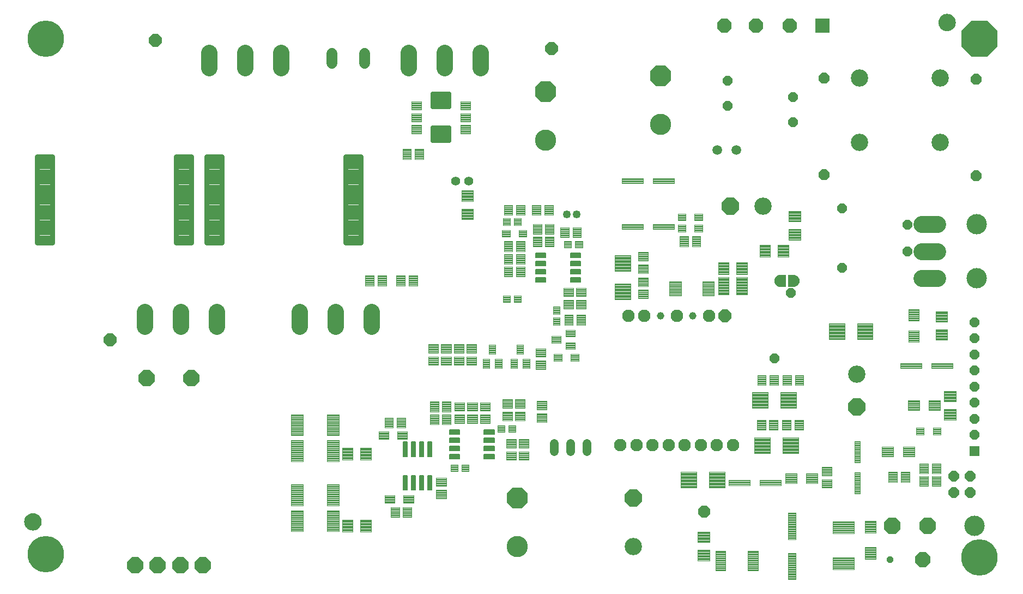
<source format=gts>
G75*
%MOIN*%
%OFA0B0*%
%FSLAX25Y25*%
%IPPOS*%
%LPD*%
%AMOC8*
5,1,8,0,0,1.08239X$1,22.5*
%
%ADD10C,0.10600*%
%ADD11OC8,0.06600*%
%ADD12C,0.10293*%
%ADD13C,0.12411*%
%ADD14OC8,0.06000*%
%ADD15R,0.08868X0.08868*%
%ADD16OC8,0.08868*%
%ADD17C,0.00500*%
%ADD18C,0.00457*%
%ADD19C,0.00461*%
%ADD20C,0.00414*%
%ADD21OC8,0.10600*%
%ADD22C,0.12962*%
%ADD23OC8,0.12962*%
%ADD24C,0.00426*%
%ADD25OC8,0.07096*%
%ADD26C,0.00455*%
%ADD27C,0.00402*%
%ADD28C,0.00468*%
%ADD29C,0.00454*%
%ADD30C,0.00504*%
%ADD31C,0.00462*%
%ADD32C,0.00448*%
%ADD33C,0.02650*%
%ADD34C,0.00100*%
%ADD35OC8,0.10293*%
%ADD36C,0.00438*%
%ADD37C,0.04931*%
%ADD38C,0.05400*%
%ADD39C,0.09899*%
%ADD40C,0.06600*%
%ADD41C,0.03103*%
%ADD42OC8,0.09899*%
%ADD43C,0.05600*%
%ADD44OC8,0.07687*%
%ADD45OC8,0.09200*%
%ADD46OC8,0.04143*%
%ADD47OC8,0.06506*%
%ADD48R,0.05915X0.05915*%
%ADD49OC8,0.05915*%
%ADD50C,0.00441*%
%ADD51C,0.05915*%
%ADD52C,0.07687*%
%ADD53C,0.04537*%
%ADD54C,0.22254*%
%ADD55OC8,0.22254*%
D10*
X0408727Y0046949D03*
X0545227Y0152463D03*
X0487977Y0254963D03*
X0547013Y0293876D03*
X0596225Y0293876D03*
X0596225Y0333246D03*
X0547013Y0333246D03*
D11*
X0525227Y0333213D03*
X0618227Y0332713D03*
X0618227Y0273713D03*
X0525227Y0274213D03*
D12*
X0585117Y0243972D02*
X0594810Y0243972D01*
X0594810Y0227437D02*
X0585117Y0227437D01*
X0585117Y0210902D02*
X0594810Y0210902D01*
D13*
X0618703Y0210902D03*
X0618703Y0243972D03*
X0617522Y0059720D03*
D14*
X0494977Y0161963D03*
X0504977Y0201963D03*
X0536477Y0217463D03*
X0576477Y0227463D03*
X0576477Y0243713D03*
X0536477Y0253713D03*
X0506477Y0306213D03*
X0506477Y0321713D03*
X0466477Y0316213D03*
X0466477Y0331713D03*
D15*
X0524294Y0365232D03*
D16*
X0504294Y0365232D03*
X0483794Y0365232D03*
X0464294Y0365232D03*
D17*
X0595593Y0367201D02*
X0595669Y0366333D01*
X0595895Y0365491D01*
X0596263Y0364701D01*
X0596763Y0363987D01*
X0597379Y0363371D01*
X0598093Y0362871D01*
X0598883Y0362502D01*
X0599725Y0362277D01*
X0600593Y0362201D01*
X0601461Y0362277D01*
X0602303Y0362502D01*
X0603093Y0362871D01*
X0603807Y0363371D01*
X0604423Y0363987D01*
X0604923Y0364701D01*
X0605292Y0365491D01*
X0605517Y0366333D01*
X0605593Y0367201D01*
X0605517Y0368069D01*
X0605292Y0368911D01*
X0604923Y0369701D01*
X0604423Y0370415D01*
X0603807Y0371031D01*
X0603093Y0371531D01*
X0602303Y0371899D01*
X0601461Y0372125D01*
X0600593Y0372201D01*
X0599725Y0372125D01*
X0598883Y0371899D01*
X0598093Y0371531D01*
X0597379Y0371031D01*
X0596763Y0370415D01*
X0596263Y0369701D01*
X0595895Y0368911D01*
X0595669Y0368069D01*
X0595593Y0367201D01*
X0595595Y0367184D02*
X0605592Y0367184D01*
X0605551Y0367682D02*
X0595635Y0367682D01*
X0595699Y0368181D02*
X0605487Y0368181D01*
X0605354Y0368679D02*
X0595833Y0368679D01*
X0596019Y0369178D02*
X0605167Y0369178D01*
X0604935Y0369676D02*
X0596252Y0369676D01*
X0596595Y0370175D02*
X0604591Y0370175D01*
X0604165Y0370673D02*
X0597022Y0370673D01*
X0597581Y0371172D02*
X0603606Y0371172D01*
X0602794Y0371671D02*
X0598393Y0371671D01*
X0600230Y0372169D02*
X0600956Y0372169D01*
X0605548Y0366685D02*
X0595638Y0366685D01*
X0595708Y0366187D02*
X0605478Y0366187D01*
X0605345Y0365688D02*
X0595842Y0365688D01*
X0596035Y0365190D02*
X0605151Y0365190D01*
X0604917Y0364691D02*
X0596270Y0364691D01*
X0596619Y0364193D02*
X0604568Y0364193D01*
X0604131Y0363694D02*
X0597055Y0363694D01*
X0597629Y0363196D02*
X0603558Y0363196D01*
X0602721Y0362697D02*
X0598465Y0362697D01*
X0045868Y0064583D02*
X0046237Y0063793D01*
X0046462Y0062951D01*
X0046538Y0062083D01*
X0046462Y0061214D01*
X0046237Y0060373D01*
X0045868Y0059583D01*
X0045368Y0058869D01*
X0044752Y0058252D01*
X0044038Y0057753D01*
X0043248Y0057384D01*
X0042406Y0057159D01*
X0041538Y0057083D01*
X0040670Y0057159D01*
X0039828Y0057384D01*
X0039038Y0057753D01*
X0038324Y0058252D01*
X0037708Y0058869D01*
X0037208Y0059583D01*
X0036840Y0060373D01*
X0036614Y0061214D01*
X0036538Y0062083D01*
X0036614Y0062951D01*
X0036840Y0063793D01*
X0037208Y0064583D01*
X0037708Y0065297D01*
X0038324Y0065913D01*
X0039038Y0066413D01*
X0039828Y0066781D01*
X0040670Y0067007D01*
X0041538Y0067083D01*
X0042406Y0067007D01*
X0043248Y0066781D01*
X0044038Y0066413D01*
X0044752Y0065913D01*
X0045368Y0065297D01*
X0045868Y0064583D01*
X0045865Y0064588D02*
X0037211Y0064588D01*
X0036978Y0064089D02*
X0046098Y0064089D01*
X0046291Y0063591D02*
X0036785Y0063591D01*
X0036652Y0063092D02*
X0046424Y0063092D01*
X0046493Y0062594D02*
X0036583Y0062594D01*
X0036539Y0062095D02*
X0046537Y0062095D01*
X0046496Y0061596D02*
X0036581Y0061596D01*
X0036645Y0061098D02*
X0046431Y0061098D01*
X0046297Y0060599D02*
X0036779Y0060599D01*
X0036966Y0060101D02*
X0046110Y0060101D01*
X0045877Y0059602D02*
X0037199Y0059602D01*
X0037543Y0059104D02*
X0045533Y0059104D01*
X0045105Y0058605D02*
X0037971Y0058605D01*
X0038532Y0058107D02*
X0044544Y0058107D01*
X0043729Y0057608D02*
X0039347Y0057608D01*
X0041227Y0057110D02*
X0041849Y0057110D01*
X0045516Y0065086D02*
X0037560Y0065086D01*
X0037996Y0065585D02*
X0045080Y0065585D01*
X0044509Y0066083D02*
X0038567Y0066083D01*
X0039400Y0066582D02*
X0043676Y0066582D01*
X0041567Y0067080D02*
X0041509Y0067080D01*
D18*
X0256606Y0119688D02*
X0261868Y0119688D01*
X0256606Y0119688D02*
X0256606Y0125738D01*
X0261868Y0125738D01*
X0261868Y0119688D01*
X0261868Y0120144D02*
X0256606Y0120144D01*
X0256606Y0120600D02*
X0261868Y0120600D01*
X0261868Y0121056D02*
X0256606Y0121056D01*
X0256606Y0121512D02*
X0261868Y0121512D01*
X0261868Y0121968D02*
X0256606Y0121968D01*
X0256606Y0122424D02*
X0261868Y0122424D01*
X0261868Y0122880D02*
X0256606Y0122880D01*
X0256606Y0123336D02*
X0261868Y0123336D01*
X0261868Y0123792D02*
X0256606Y0123792D01*
X0256606Y0124248D02*
X0261868Y0124248D01*
X0261868Y0124704D02*
X0256606Y0124704D01*
X0256606Y0125160D02*
X0261868Y0125160D01*
X0261868Y0125616D02*
X0256606Y0125616D01*
X0264086Y0119688D02*
X0269348Y0119688D01*
X0264086Y0119688D02*
X0264086Y0125738D01*
X0269348Y0125738D01*
X0269348Y0119688D01*
X0269348Y0120144D02*
X0264086Y0120144D01*
X0264086Y0120600D02*
X0269348Y0120600D01*
X0269348Y0121056D02*
X0264086Y0121056D01*
X0264086Y0121512D02*
X0269348Y0121512D01*
X0269348Y0121968D02*
X0264086Y0121968D01*
X0264086Y0122424D02*
X0269348Y0122424D01*
X0269348Y0122880D02*
X0264086Y0122880D01*
X0264086Y0123336D02*
X0269348Y0123336D01*
X0269348Y0123792D02*
X0264086Y0123792D01*
X0264086Y0124248D02*
X0269348Y0124248D01*
X0269348Y0124704D02*
X0264086Y0124704D01*
X0264086Y0125160D02*
X0269348Y0125160D01*
X0269348Y0125616D02*
X0264086Y0125616D01*
X0284356Y0127738D02*
X0289618Y0127738D01*
X0289618Y0121688D01*
X0284356Y0121688D01*
X0284356Y0127738D01*
X0284356Y0122144D02*
X0289618Y0122144D01*
X0289618Y0122600D02*
X0284356Y0122600D01*
X0284356Y0123056D02*
X0289618Y0123056D01*
X0289618Y0123512D02*
X0284356Y0123512D01*
X0284356Y0123968D02*
X0289618Y0123968D01*
X0289618Y0124424D02*
X0284356Y0124424D01*
X0284356Y0124880D02*
X0289618Y0124880D01*
X0289618Y0125336D02*
X0284356Y0125336D01*
X0284356Y0125792D02*
X0289618Y0125792D01*
X0289618Y0126248D02*
X0284356Y0126248D01*
X0284356Y0126704D02*
X0289618Y0126704D01*
X0289618Y0127160D02*
X0284356Y0127160D01*
X0284356Y0127616D02*
X0289618Y0127616D01*
X0291836Y0127738D02*
X0297098Y0127738D01*
X0297098Y0121688D01*
X0291836Y0121688D01*
X0291836Y0127738D01*
X0291836Y0122144D02*
X0297098Y0122144D01*
X0297098Y0122600D02*
X0291836Y0122600D01*
X0291836Y0123056D02*
X0297098Y0123056D01*
X0297098Y0123512D02*
X0291836Y0123512D01*
X0291836Y0123968D02*
X0297098Y0123968D01*
X0297098Y0124424D02*
X0291836Y0124424D01*
X0291836Y0124880D02*
X0297098Y0124880D01*
X0297098Y0125336D02*
X0291836Y0125336D01*
X0291836Y0125792D02*
X0297098Y0125792D01*
X0297098Y0126248D02*
X0291836Y0126248D01*
X0291836Y0126704D02*
X0297098Y0126704D01*
X0297098Y0127160D02*
X0291836Y0127160D01*
X0291836Y0127616D02*
X0297098Y0127616D01*
X0299452Y0127603D02*
X0299452Y0122341D01*
X0299452Y0127603D02*
X0305502Y0127603D01*
X0305502Y0122341D01*
X0299452Y0122341D01*
X0299452Y0122797D02*
X0305502Y0122797D01*
X0305502Y0123253D02*
X0299452Y0123253D01*
X0299452Y0123709D02*
X0305502Y0123709D01*
X0305502Y0124165D02*
X0299452Y0124165D01*
X0299452Y0124621D02*
X0305502Y0124621D01*
X0305502Y0125077D02*
X0299452Y0125077D01*
X0299452Y0125533D02*
X0305502Y0125533D01*
X0305502Y0125989D02*
X0299452Y0125989D01*
X0299452Y0126445D02*
X0305502Y0126445D01*
X0305502Y0126901D02*
X0299452Y0126901D01*
X0299452Y0127357D02*
X0305502Y0127357D01*
X0307202Y0127603D02*
X0307202Y0122341D01*
X0307202Y0127603D02*
X0313252Y0127603D01*
X0313252Y0122341D01*
X0307202Y0122341D01*
X0307202Y0122797D02*
X0313252Y0122797D01*
X0313252Y0123253D02*
X0307202Y0123253D01*
X0307202Y0123709D02*
X0313252Y0123709D01*
X0313252Y0124165D02*
X0307202Y0124165D01*
X0307202Y0124621D02*
X0313252Y0124621D01*
X0313252Y0125077D02*
X0307202Y0125077D01*
X0307202Y0125533D02*
X0313252Y0125533D01*
X0313252Y0125989D02*
X0307202Y0125989D01*
X0307202Y0126445D02*
X0313252Y0126445D01*
X0313252Y0126901D02*
X0307202Y0126901D01*
X0307202Y0127357D02*
X0313252Y0127357D01*
X0321002Y0127603D02*
X0321002Y0122341D01*
X0314952Y0122341D01*
X0314952Y0127603D01*
X0321002Y0127603D01*
X0321002Y0122797D02*
X0314952Y0122797D01*
X0314952Y0123253D02*
X0321002Y0123253D01*
X0321002Y0123709D02*
X0314952Y0123709D01*
X0314952Y0124165D02*
X0321002Y0124165D01*
X0321002Y0124621D02*
X0314952Y0124621D01*
X0314952Y0125077D02*
X0321002Y0125077D01*
X0321002Y0125533D02*
X0314952Y0125533D01*
X0314952Y0125989D02*
X0321002Y0125989D01*
X0321002Y0126445D02*
X0314952Y0126445D01*
X0314952Y0126901D02*
X0321002Y0126901D01*
X0321002Y0127357D02*
X0314952Y0127357D01*
X0321002Y0129822D02*
X0321002Y0135084D01*
X0321002Y0129822D02*
X0314952Y0129822D01*
X0314952Y0135084D01*
X0321002Y0135084D01*
X0321002Y0130278D02*
X0314952Y0130278D01*
X0314952Y0130734D02*
X0321002Y0130734D01*
X0321002Y0131190D02*
X0314952Y0131190D01*
X0314952Y0131646D02*
X0321002Y0131646D01*
X0321002Y0132102D02*
X0314952Y0132102D01*
X0314952Y0132558D02*
X0321002Y0132558D01*
X0321002Y0133014D02*
X0314952Y0133014D01*
X0314952Y0133470D02*
X0321002Y0133470D01*
X0321002Y0133926D02*
X0314952Y0133926D01*
X0314952Y0134382D02*
X0321002Y0134382D01*
X0321002Y0134838D02*
X0314952Y0134838D01*
X0307202Y0135084D02*
X0307202Y0129822D01*
X0307202Y0135084D02*
X0313252Y0135084D01*
X0313252Y0129822D01*
X0307202Y0129822D01*
X0307202Y0130278D02*
X0313252Y0130278D01*
X0313252Y0130734D02*
X0307202Y0130734D01*
X0307202Y0131190D02*
X0313252Y0131190D01*
X0313252Y0131646D02*
X0307202Y0131646D01*
X0307202Y0132102D02*
X0313252Y0132102D01*
X0313252Y0132558D02*
X0307202Y0132558D01*
X0307202Y0133014D02*
X0313252Y0133014D01*
X0313252Y0133470D02*
X0307202Y0133470D01*
X0307202Y0133926D02*
X0313252Y0133926D01*
X0313252Y0134382D02*
X0307202Y0134382D01*
X0307202Y0134838D02*
X0313252Y0134838D01*
X0299452Y0135084D02*
X0299452Y0129822D01*
X0299452Y0135084D02*
X0305502Y0135084D01*
X0305502Y0129822D01*
X0299452Y0129822D01*
X0299452Y0130278D02*
X0305502Y0130278D01*
X0305502Y0130734D02*
X0299452Y0130734D01*
X0299452Y0131190D02*
X0305502Y0131190D01*
X0305502Y0131646D02*
X0299452Y0131646D01*
X0299452Y0132102D02*
X0305502Y0132102D01*
X0305502Y0132558D02*
X0299452Y0132558D01*
X0299452Y0133014D02*
X0305502Y0133014D01*
X0305502Y0133470D02*
X0299452Y0133470D01*
X0299452Y0133926D02*
X0305502Y0133926D01*
X0305502Y0134382D02*
X0299452Y0134382D01*
X0299452Y0134838D02*
X0305502Y0134838D01*
X0297098Y0135488D02*
X0291836Y0135488D01*
X0297098Y0135488D02*
X0297098Y0129438D01*
X0291836Y0129438D01*
X0291836Y0135488D01*
X0291836Y0129894D02*
X0297098Y0129894D01*
X0297098Y0130350D02*
X0291836Y0130350D01*
X0291836Y0130806D02*
X0297098Y0130806D01*
X0297098Y0131262D02*
X0291836Y0131262D01*
X0291836Y0131718D02*
X0297098Y0131718D01*
X0297098Y0132174D02*
X0291836Y0132174D01*
X0291836Y0132630D02*
X0297098Y0132630D01*
X0297098Y0133086D02*
X0291836Y0133086D01*
X0291836Y0133542D02*
X0297098Y0133542D01*
X0297098Y0133998D02*
X0291836Y0133998D01*
X0291836Y0134454D02*
X0297098Y0134454D01*
X0297098Y0134910D02*
X0291836Y0134910D01*
X0291836Y0135366D02*
X0297098Y0135366D01*
X0289618Y0135488D02*
X0284356Y0135488D01*
X0289618Y0135488D02*
X0289618Y0129438D01*
X0284356Y0129438D01*
X0284356Y0135488D01*
X0284356Y0129894D02*
X0289618Y0129894D01*
X0289618Y0130350D02*
X0284356Y0130350D01*
X0284356Y0130806D02*
X0289618Y0130806D01*
X0289618Y0131262D02*
X0284356Y0131262D01*
X0284356Y0131718D02*
X0289618Y0131718D01*
X0289618Y0132174D02*
X0284356Y0132174D01*
X0284356Y0132630D02*
X0289618Y0132630D01*
X0289618Y0133086D02*
X0284356Y0133086D01*
X0284356Y0133542D02*
X0289618Y0133542D01*
X0289618Y0133998D02*
X0284356Y0133998D01*
X0284356Y0134454D02*
X0289618Y0134454D01*
X0289618Y0134910D02*
X0284356Y0134910D01*
X0284356Y0135366D02*
X0289618Y0135366D01*
X0334752Y0136834D02*
X0334752Y0131572D01*
X0328702Y0131572D01*
X0328702Y0136834D01*
X0334752Y0136834D01*
X0334752Y0132028D02*
X0328702Y0132028D01*
X0328702Y0132484D02*
X0334752Y0132484D01*
X0334752Y0132940D02*
X0328702Y0132940D01*
X0328702Y0133396D02*
X0334752Y0133396D01*
X0334752Y0133852D02*
X0328702Y0133852D01*
X0328702Y0134308D02*
X0334752Y0134308D01*
X0334752Y0134764D02*
X0328702Y0134764D01*
X0328702Y0135220D02*
X0334752Y0135220D01*
X0334752Y0135676D02*
X0328702Y0135676D01*
X0328702Y0136132D02*
X0334752Y0136132D01*
X0334752Y0136588D02*
X0328702Y0136588D01*
X0342502Y0136834D02*
X0342502Y0131572D01*
X0336452Y0131572D01*
X0336452Y0136834D01*
X0342502Y0136834D01*
X0342502Y0132028D02*
X0336452Y0132028D01*
X0336452Y0132484D02*
X0342502Y0132484D01*
X0342502Y0132940D02*
X0336452Y0132940D01*
X0336452Y0133396D02*
X0342502Y0133396D01*
X0342502Y0133852D02*
X0336452Y0133852D01*
X0336452Y0134308D02*
X0342502Y0134308D01*
X0342502Y0134764D02*
X0336452Y0134764D01*
X0336452Y0135220D02*
X0342502Y0135220D01*
X0342502Y0135676D02*
X0336452Y0135676D01*
X0336452Y0136132D02*
X0342502Y0136132D01*
X0342502Y0136588D02*
X0336452Y0136588D01*
X0355752Y0135834D02*
X0355752Y0130572D01*
X0349702Y0130572D01*
X0349702Y0135834D01*
X0355752Y0135834D01*
X0355752Y0131028D02*
X0349702Y0131028D01*
X0349702Y0131484D02*
X0355752Y0131484D01*
X0355752Y0131940D02*
X0349702Y0131940D01*
X0349702Y0132396D02*
X0355752Y0132396D01*
X0355752Y0132852D02*
X0349702Y0132852D01*
X0349702Y0133308D02*
X0355752Y0133308D01*
X0355752Y0133764D02*
X0349702Y0133764D01*
X0349702Y0134220D02*
X0355752Y0134220D01*
X0355752Y0134676D02*
X0349702Y0134676D01*
X0349702Y0135132D02*
X0355752Y0135132D01*
X0355752Y0135588D02*
X0349702Y0135588D01*
X0355752Y0128353D02*
X0355752Y0123091D01*
X0349702Y0123091D01*
X0349702Y0128353D01*
X0355752Y0128353D01*
X0355752Y0123547D02*
X0349702Y0123547D01*
X0349702Y0124003D02*
X0355752Y0124003D01*
X0355752Y0124459D02*
X0349702Y0124459D01*
X0349702Y0124915D02*
X0355752Y0124915D01*
X0355752Y0125371D02*
X0349702Y0125371D01*
X0349702Y0125827D02*
X0355752Y0125827D01*
X0355752Y0126283D02*
X0349702Y0126283D01*
X0349702Y0126739D02*
X0355752Y0126739D01*
X0355752Y0127195D02*
X0349702Y0127195D01*
X0349702Y0127651D02*
X0355752Y0127651D01*
X0355752Y0128107D02*
X0349702Y0128107D01*
X0342502Y0129353D02*
X0342502Y0124091D01*
X0336452Y0124091D01*
X0336452Y0129353D01*
X0342502Y0129353D01*
X0342502Y0124547D02*
X0336452Y0124547D01*
X0336452Y0125003D02*
X0342502Y0125003D01*
X0342502Y0125459D02*
X0336452Y0125459D01*
X0336452Y0125915D02*
X0342502Y0125915D01*
X0342502Y0126371D02*
X0336452Y0126371D01*
X0336452Y0126827D02*
X0342502Y0126827D01*
X0342502Y0127283D02*
X0336452Y0127283D01*
X0336452Y0127739D02*
X0342502Y0127739D01*
X0342502Y0128195D02*
X0336452Y0128195D01*
X0336452Y0128651D02*
X0342502Y0128651D01*
X0342502Y0129107D02*
X0336452Y0129107D01*
X0334752Y0129353D02*
X0334752Y0124091D01*
X0328702Y0124091D01*
X0328702Y0129353D01*
X0334752Y0129353D01*
X0334752Y0124547D02*
X0328702Y0124547D01*
X0328702Y0125003D02*
X0334752Y0125003D01*
X0334752Y0125459D02*
X0328702Y0125459D01*
X0328702Y0125915D02*
X0334752Y0125915D01*
X0334752Y0126371D02*
X0328702Y0126371D01*
X0328702Y0126827D02*
X0334752Y0126827D01*
X0334752Y0127283D02*
X0328702Y0127283D01*
X0328702Y0127739D02*
X0334752Y0127739D01*
X0334752Y0128195D02*
X0328702Y0128195D01*
X0328702Y0128651D02*
X0334752Y0128651D01*
X0334752Y0129107D02*
X0328702Y0129107D01*
X0330952Y0112584D02*
X0330952Y0107322D01*
X0330952Y0112584D02*
X0337002Y0112584D01*
X0337002Y0107322D01*
X0330952Y0107322D01*
X0330952Y0107778D02*
X0337002Y0107778D01*
X0337002Y0108234D02*
X0330952Y0108234D01*
X0330952Y0108690D02*
X0337002Y0108690D01*
X0337002Y0109146D02*
X0330952Y0109146D01*
X0330952Y0109602D02*
X0337002Y0109602D01*
X0337002Y0110058D02*
X0330952Y0110058D01*
X0330952Y0110514D02*
X0337002Y0110514D01*
X0337002Y0110970D02*
X0330952Y0110970D01*
X0330952Y0111426D02*
X0337002Y0111426D01*
X0337002Y0111882D02*
X0330952Y0111882D01*
X0330952Y0112338D02*
X0337002Y0112338D01*
X0344752Y0112584D02*
X0344752Y0107322D01*
X0338702Y0107322D01*
X0338702Y0112584D01*
X0344752Y0112584D01*
X0344752Y0107778D02*
X0338702Y0107778D01*
X0338702Y0108234D02*
X0344752Y0108234D01*
X0344752Y0108690D02*
X0338702Y0108690D01*
X0338702Y0109146D02*
X0344752Y0109146D01*
X0344752Y0109602D02*
X0338702Y0109602D01*
X0338702Y0110058D02*
X0344752Y0110058D01*
X0344752Y0110514D02*
X0338702Y0110514D01*
X0338702Y0110970D02*
X0344752Y0110970D01*
X0344752Y0111426D02*
X0338702Y0111426D01*
X0338702Y0111882D02*
X0344752Y0111882D01*
X0344752Y0112338D02*
X0338702Y0112338D01*
X0344752Y0105103D02*
X0344752Y0099841D01*
X0338702Y0099841D01*
X0338702Y0105103D01*
X0344752Y0105103D01*
X0344752Y0100297D02*
X0338702Y0100297D01*
X0338702Y0100753D02*
X0344752Y0100753D01*
X0344752Y0101209D02*
X0338702Y0101209D01*
X0338702Y0101665D02*
X0344752Y0101665D01*
X0344752Y0102121D02*
X0338702Y0102121D01*
X0338702Y0102577D02*
X0344752Y0102577D01*
X0344752Y0103033D02*
X0338702Y0103033D01*
X0338702Y0103489D02*
X0344752Y0103489D01*
X0344752Y0103945D02*
X0338702Y0103945D01*
X0338702Y0104401D02*
X0344752Y0104401D01*
X0344752Y0104857D02*
X0338702Y0104857D01*
X0330952Y0105103D02*
X0330952Y0099841D01*
X0330952Y0105103D02*
X0337002Y0105103D01*
X0337002Y0099841D01*
X0330952Y0099841D01*
X0330952Y0100297D02*
X0337002Y0100297D01*
X0337002Y0100753D02*
X0330952Y0100753D01*
X0330952Y0101209D02*
X0337002Y0101209D01*
X0337002Y0101665D02*
X0330952Y0101665D01*
X0330952Y0102121D02*
X0337002Y0102121D01*
X0337002Y0102577D02*
X0330952Y0102577D01*
X0330952Y0103033D02*
X0337002Y0103033D01*
X0337002Y0103489D02*
X0330952Y0103489D01*
X0330952Y0103945D02*
X0337002Y0103945D01*
X0337002Y0104401D02*
X0330952Y0104401D01*
X0330952Y0104857D02*
X0337002Y0104857D01*
X0294252Y0089084D02*
X0294252Y0083822D01*
X0288202Y0083822D01*
X0288202Y0089084D01*
X0294252Y0089084D01*
X0294252Y0084278D02*
X0288202Y0084278D01*
X0288202Y0084734D02*
X0294252Y0084734D01*
X0294252Y0085190D02*
X0288202Y0085190D01*
X0288202Y0085646D02*
X0294252Y0085646D01*
X0294252Y0086102D02*
X0288202Y0086102D01*
X0288202Y0086558D02*
X0294252Y0086558D01*
X0294252Y0087014D02*
X0288202Y0087014D01*
X0288202Y0087470D02*
X0294252Y0087470D01*
X0294252Y0087926D02*
X0288202Y0087926D01*
X0288202Y0088382D02*
X0294252Y0088382D01*
X0294252Y0088838D02*
X0288202Y0088838D01*
X0294252Y0081603D02*
X0294252Y0076341D01*
X0288202Y0076341D01*
X0288202Y0081603D01*
X0294252Y0081603D01*
X0294252Y0076797D02*
X0288202Y0076797D01*
X0288202Y0077253D02*
X0294252Y0077253D01*
X0294252Y0077709D02*
X0288202Y0077709D01*
X0288202Y0078165D02*
X0294252Y0078165D01*
X0294252Y0078621D02*
X0288202Y0078621D01*
X0288202Y0079077D02*
X0294252Y0079077D01*
X0294252Y0079533D02*
X0288202Y0079533D01*
X0288202Y0079989D02*
X0294252Y0079989D01*
X0294252Y0080445D02*
X0288202Y0080445D01*
X0288202Y0080901D02*
X0294252Y0080901D01*
X0294252Y0081357D02*
X0288202Y0081357D01*
X0273098Y0064938D02*
X0267836Y0064938D01*
X0267836Y0070988D01*
X0273098Y0070988D01*
X0273098Y0064938D01*
X0273098Y0065394D02*
X0267836Y0065394D01*
X0267836Y0065850D02*
X0273098Y0065850D01*
X0273098Y0066306D02*
X0267836Y0066306D01*
X0267836Y0066762D02*
X0273098Y0066762D01*
X0273098Y0067218D02*
X0267836Y0067218D01*
X0267836Y0067674D02*
X0273098Y0067674D01*
X0273098Y0068130D02*
X0267836Y0068130D01*
X0267836Y0068586D02*
X0273098Y0068586D01*
X0273098Y0069042D02*
X0267836Y0069042D01*
X0267836Y0069498D02*
X0273098Y0069498D01*
X0273098Y0069954D02*
X0267836Y0069954D01*
X0267836Y0070410D02*
X0273098Y0070410D01*
X0273098Y0070866D02*
X0267836Y0070866D01*
X0265618Y0064938D02*
X0260356Y0064938D01*
X0260356Y0070988D01*
X0265618Y0070988D01*
X0265618Y0064938D01*
X0265618Y0065394D02*
X0260356Y0065394D01*
X0260356Y0065850D02*
X0265618Y0065850D01*
X0265618Y0066306D02*
X0260356Y0066306D01*
X0260356Y0066762D02*
X0265618Y0066762D01*
X0265618Y0067218D02*
X0260356Y0067218D01*
X0260356Y0067674D02*
X0265618Y0067674D01*
X0265618Y0068130D02*
X0260356Y0068130D01*
X0260356Y0068586D02*
X0265618Y0068586D01*
X0265618Y0069042D02*
X0260356Y0069042D01*
X0260356Y0069498D02*
X0265618Y0069498D01*
X0265618Y0069954D02*
X0260356Y0069954D01*
X0260356Y0070410D02*
X0265618Y0070410D01*
X0265618Y0070866D02*
X0260356Y0070866D01*
X0289502Y0157841D02*
X0289502Y0163103D01*
X0289502Y0157841D02*
X0283452Y0157841D01*
X0283452Y0163103D01*
X0289502Y0163103D01*
X0289502Y0158297D02*
X0283452Y0158297D01*
X0283452Y0158753D02*
X0289502Y0158753D01*
X0289502Y0159209D02*
X0283452Y0159209D01*
X0283452Y0159665D02*
X0289502Y0159665D01*
X0289502Y0160121D02*
X0283452Y0160121D01*
X0283452Y0160577D02*
X0289502Y0160577D01*
X0289502Y0161033D02*
X0283452Y0161033D01*
X0283452Y0161489D02*
X0289502Y0161489D01*
X0289502Y0161945D02*
X0283452Y0161945D01*
X0283452Y0162401D02*
X0289502Y0162401D01*
X0289502Y0162857D02*
X0283452Y0162857D01*
X0289502Y0165322D02*
X0289502Y0170584D01*
X0289502Y0165322D02*
X0283452Y0165322D01*
X0283452Y0170584D01*
X0289502Y0170584D01*
X0289502Y0165778D02*
X0283452Y0165778D01*
X0283452Y0166234D02*
X0289502Y0166234D01*
X0289502Y0166690D02*
X0283452Y0166690D01*
X0283452Y0167146D02*
X0289502Y0167146D01*
X0289502Y0167602D02*
X0283452Y0167602D01*
X0283452Y0168058D02*
X0289502Y0168058D01*
X0289502Y0168514D02*
X0283452Y0168514D01*
X0283452Y0168970D02*
X0289502Y0168970D01*
X0289502Y0169426D02*
X0283452Y0169426D01*
X0283452Y0169882D02*
X0289502Y0169882D01*
X0289502Y0170338D02*
X0283452Y0170338D01*
X0297252Y0170584D02*
X0297252Y0165322D01*
X0291202Y0165322D01*
X0291202Y0170584D01*
X0297252Y0170584D01*
X0297252Y0165778D02*
X0291202Y0165778D01*
X0291202Y0166234D02*
X0297252Y0166234D01*
X0297252Y0166690D02*
X0291202Y0166690D01*
X0291202Y0167146D02*
X0297252Y0167146D01*
X0297252Y0167602D02*
X0291202Y0167602D01*
X0291202Y0168058D02*
X0297252Y0168058D01*
X0297252Y0168514D02*
X0291202Y0168514D01*
X0291202Y0168970D02*
X0297252Y0168970D01*
X0297252Y0169426D02*
X0291202Y0169426D01*
X0291202Y0169882D02*
X0297252Y0169882D01*
X0297252Y0170338D02*
X0291202Y0170338D01*
X0305002Y0170584D02*
X0305002Y0165322D01*
X0298952Y0165322D01*
X0298952Y0170584D01*
X0305002Y0170584D01*
X0305002Y0165778D02*
X0298952Y0165778D01*
X0298952Y0166234D02*
X0305002Y0166234D01*
X0305002Y0166690D02*
X0298952Y0166690D01*
X0298952Y0167146D02*
X0305002Y0167146D01*
X0305002Y0167602D02*
X0298952Y0167602D01*
X0298952Y0168058D02*
X0305002Y0168058D01*
X0305002Y0168514D02*
X0298952Y0168514D01*
X0298952Y0168970D02*
X0305002Y0168970D01*
X0305002Y0169426D02*
X0298952Y0169426D01*
X0298952Y0169882D02*
X0305002Y0169882D01*
X0305002Y0170338D02*
X0298952Y0170338D01*
X0306702Y0170584D02*
X0306702Y0165322D01*
X0306702Y0170584D02*
X0312752Y0170584D01*
X0312752Y0165322D01*
X0306702Y0165322D01*
X0306702Y0165778D02*
X0312752Y0165778D01*
X0312752Y0166234D02*
X0306702Y0166234D01*
X0306702Y0166690D02*
X0312752Y0166690D01*
X0312752Y0167146D02*
X0306702Y0167146D01*
X0306702Y0167602D02*
X0312752Y0167602D01*
X0312752Y0168058D02*
X0306702Y0168058D01*
X0306702Y0168514D02*
X0312752Y0168514D01*
X0312752Y0168970D02*
X0306702Y0168970D01*
X0306702Y0169426D02*
X0312752Y0169426D01*
X0312752Y0169882D02*
X0306702Y0169882D01*
X0306702Y0170338D02*
X0312752Y0170338D01*
X0306702Y0163103D02*
X0306702Y0157841D01*
X0306702Y0163103D02*
X0312752Y0163103D01*
X0312752Y0157841D01*
X0306702Y0157841D01*
X0306702Y0158297D02*
X0312752Y0158297D01*
X0312752Y0158753D02*
X0306702Y0158753D01*
X0306702Y0159209D02*
X0312752Y0159209D01*
X0312752Y0159665D02*
X0306702Y0159665D01*
X0306702Y0160121D02*
X0312752Y0160121D01*
X0312752Y0160577D02*
X0306702Y0160577D01*
X0306702Y0161033D02*
X0312752Y0161033D01*
X0312752Y0161489D02*
X0306702Y0161489D01*
X0306702Y0161945D02*
X0312752Y0161945D01*
X0312752Y0162401D02*
X0306702Y0162401D01*
X0306702Y0162857D02*
X0312752Y0162857D01*
X0305002Y0163103D02*
X0305002Y0157841D01*
X0298952Y0157841D01*
X0298952Y0163103D01*
X0305002Y0163103D01*
X0305002Y0158297D02*
X0298952Y0158297D01*
X0298952Y0158753D02*
X0305002Y0158753D01*
X0305002Y0159209D02*
X0298952Y0159209D01*
X0298952Y0159665D02*
X0305002Y0159665D01*
X0305002Y0160121D02*
X0298952Y0160121D01*
X0298952Y0160577D02*
X0305002Y0160577D01*
X0305002Y0161033D02*
X0298952Y0161033D01*
X0298952Y0161489D02*
X0305002Y0161489D01*
X0305002Y0161945D02*
X0298952Y0161945D01*
X0298952Y0162401D02*
X0305002Y0162401D01*
X0305002Y0162857D02*
X0298952Y0162857D01*
X0297252Y0163103D02*
X0297252Y0157841D01*
X0291202Y0157841D01*
X0291202Y0163103D01*
X0297252Y0163103D01*
X0297252Y0158297D02*
X0291202Y0158297D01*
X0291202Y0158753D02*
X0297252Y0158753D01*
X0297252Y0159209D02*
X0291202Y0159209D01*
X0291202Y0159665D02*
X0297252Y0159665D01*
X0297252Y0160121D02*
X0291202Y0160121D01*
X0291202Y0160577D02*
X0297252Y0160577D01*
X0297252Y0161033D02*
X0291202Y0161033D01*
X0291202Y0161489D02*
X0297252Y0161489D01*
X0297252Y0161945D02*
X0291202Y0161945D01*
X0291202Y0162401D02*
X0297252Y0162401D01*
X0297252Y0162857D02*
X0291202Y0162857D01*
X0348952Y0162822D02*
X0348952Y0168084D01*
X0355002Y0168084D01*
X0355002Y0162822D01*
X0348952Y0162822D01*
X0348952Y0163278D02*
X0355002Y0163278D01*
X0355002Y0163734D02*
X0348952Y0163734D01*
X0348952Y0164190D02*
X0355002Y0164190D01*
X0355002Y0164646D02*
X0348952Y0164646D01*
X0348952Y0165102D02*
X0355002Y0165102D01*
X0355002Y0165558D02*
X0348952Y0165558D01*
X0348952Y0166014D02*
X0355002Y0166014D01*
X0355002Y0166470D02*
X0348952Y0166470D01*
X0348952Y0166926D02*
X0355002Y0166926D01*
X0355002Y0167382D02*
X0348952Y0167382D01*
X0348952Y0167838D02*
X0355002Y0167838D01*
X0348952Y0160603D02*
X0348952Y0155341D01*
X0348952Y0160603D02*
X0355002Y0160603D01*
X0355002Y0155341D01*
X0348952Y0155341D01*
X0348952Y0155797D02*
X0355002Y0155797D01*
X0355002Y0156253D02*
X0348952Y0156253D01*
X0348952Y0156709D02*
X0355002Y0156709D01*
X0355002Y0157165D02*
X0348952Y0157165D01*
X0348952Y0157621D02*
X0355002Y0157621D01*
X0355002Y0158077D02*
X0348952Y0158077D01*
X0348952Y0158533D02*
X0355002Y0158533D01*
X0355002Y0158989D02*
X0348952Y0158989D01*
X0348952Y0159445D02*
X0355002Y0159445D01*
X0355002Y0159901D02*
X0348952Y0159901D01*
X0348952Y0160357D02*
X0355002Y0160357D01*
X0366606Y0182438D02*
X0371868Y0182438D01*
X0366606Y0182438D02*
X0366606Y0188488D01*
X0371868Y0188488D01*
X0371868Y0182438D01*
X0371868Y0182894D02*
X0366606Y0182894D01*
X0366606Y0183350D02*
X0371868Y0183350D01*
X0371868Y0183806D02*
X0366606Y0183806D01*
X0366606Y0184262D02*
X0371868Y0184262D01*
X0371868Y0184718D02*
X0366606Y0184718D01*
X0366606Y0185174D02*
X0371868Y0185174D01*
X0371868Y0185630D02*
X0366606Y0185630D01*
X0366606Y0186086D02*
X0371868Y0186086D01*
X0371868Y0186542D02*
X0366606Y0186542D01*
X0366606Y0186998D02*
X0371868Y0186998D01*
X0371868Y0187454D02*
X0366606Y0187454D01*
X0366606Y0187910D02*
X0371868Y0187910D01*
X0371868Y0188366D02*
X0366606Y0188366D01*
X0365952Y0192341D02*
X0365952Y0197603D01*
X0372002Y0197603D01*
X0372002Y0192341D01*
X0365952Y0192341D01*
X0365952Y0192797D02*
X0372002Y0192797D01*
X0372002Y0193253D02*
X0365952Y0193253D01*
X0365952Y0193709D02*
X0372002Y0193709D01*
X0372002Y0194165D02*
X0365952Y0194165D01*
X0365952Y0194621D02*
X0372002Y0194621D01*
X0372002Y0195077D02*
X0365952Y0195077D01*
X0365952Y0195533D02*
X0372002Y0195533D01*
X0372002Y0195989D02*
X0365952Y0195989D01*
X0365952Y0196445D02*
X0372002Y0196445D01*
X0372002Y0196901D02*
X0365952Y0196901D01*
X0365952Y0197357D02*
X0372002Y0197357D01*
X0379752Y0197603D02*
X0379752Y0192341D01*
X0373702Y0192341D01*
X0373702Y0197603D01*
X0379752Y0197603D01*
X0379752Y0192797D02*
X0373702Y0192797D01*
X0373702Y0193253D02*
X0379752Y0193253D01*
X0379752Y0193709D02*
X0373702Y0193709D01*
X0373702Y0194165D02*
X0379752Y0194165D01*
X0379752Y0194621D02*
X0373702Y0194621D01*
X0373702Y0195077D02*
X0379752Y0195077D01*
X0379752Y0195533D02*
X0373702Y0195533D01*
X0373702Y0195989D02*
X0379752Y0195989D01*
X0379752Y0196445D02*
X0373702Y0196445D01*
X0373702Y0196901D02*
X0379752Y0196901D01*
X0379752Y0197357D02*
X0373702Y0197357D01*
X0379752Y0199822D02*
X0379752Y0205084D01*
X0379752Y0199822D02*
X0373702Y0199822D01*
X0373702Y0205084D01*
X0379752Y0205084D01*
X0379752Y0200278D02*
X0373702Y0200278D01*
X0373702Y0200734D02*
X0379752Y0200734D01*
X0379752Y0201190D02*
X0373702Y0201190D01*
X0373702Y0201646D02*
X0379752Y0201646D01*
X0379752Y0202102D02*
X0373702Y0202102D01*
X0373702Y0202558D02*
X0379752Y0202558D01*
X0379752Y0203014D02*
X0373702Y0203014D01*
X0373702Y0203470D02*
X0379752Y0203470D01*
X0379752Y0203926D02*
X0373702Y0203926D01*
X0373702Y0204382D02*
X0379752Y0204382D01*
X0379752Y0204838D02*
X0373702Y0204838D01*
X0365952Y0205084D02*
X0365952Y0199822D01*
X0365952Y0205084D02*
X0372002Y0205084D01*
X0372002Y0199822D01*
X0365952Y0199822D01*
X0365952Y0200278D02*
X0372002Y0200278D01*
X0372002Y0200734D02*
X0365952Y0200734D01*
X0365952Y0201190D02*
X0372002Y0201190D01*
X0372002Y0201646D02*
X0365952Y0201646D01*
X0365952Y0202102D02*
X0372002Y0202102D01*
X0372002Y0202558D02*
X0365952Y0202558D01*
X0365952Y0203014D02*
X0372002Y0203014D01*
X0372002Y0203470D02*
X0365952Y0203470D01*
X0365952Y0203926D02*
X0372002Y0203926D01*
X0372002Y0204382D02*
X0365952Y0204382D01*
X0365952Y0204838D02*
X0372002Y0204838D01*
X0374086Y0182438D02*
X0379348Y0182438D01*
X0374086Y0182438D02*
X0374086Y0188488D01*
X0379348Y0188488D01*
X0379348Y0182438D01*
X0379348Y0182894D02*
X0374086Y0182894D01*
X0374086Y0183350D02*
X0379348Y0183350D01*
X0379348Y0183806D02*
X0374086Y0183806D01*
X0374086Y0184262D02*
X0379348Y0184262D01*
X0379348Y0184718D02*
X0374086Y0184718D01*
X0374086Y0185174D02*
X0379348Y0185174D01*
X0379348Y0185630D02*
X0374086Y0185630D01*
X0374086Y0186086D02*
X0379348Y0186086D01*
X0379348Y0186542D02*
X0374086Y0186542D01*
X0374086Y0186998D02*
X0379348Y0186998D01*
X0379348Y0187454D02*
X0374086Y0187454D01*
X0374086Y0187910D02*
X0379348Y0187910D01*
X0379348Y0188366D02*
X0374086Y0188366D01*
X0411702Y0198591D02*
X0411702Y0203853D01*
X0417752Y0203853D01*
X0417752Y0198591D01*
X0411702Y0198591D01*
X0411702Y0199047D02*
X0417752Y0199047D01*
X0417752Y0199503D02*
X0411702Y0199503D01*
X0411702Y0199959D02*
X0417752Y0199959D01*
X0417752Y0200415D02*
X0411702Y0200415D01*
X0411702Y0200871D02*
X0417752Y0200871D01*
X0417752Y0201327D02*
X0411702Y0201327D01*
X0411702Y0201783D02*
X0417752Y0201783D01*
X0417752Y0202239D02*
X0411702Y0202239D01*
X0411702Y0202695D02*
X0417752Y0202695D01*
X0417752Y0203151D02*
X0411702Y0203151D01*
X0411702Y0203607D02*
X0417752Y0203607D01*
X0411702Y0206072D02*
X0411702Y0211334D01*
X0417752Y0211334D01*
X0417752Y0206072D01*
X0411702Y0206072D01*
X0411702Y0206528D02*
X0417752Y0206528D01*
X0417752Y0206984D02*
X0411702Y0206984D01*
X0411702Y0207440D02*
X0417752Y0207440D01*
X0417752Y0207896D02*
X0411702Y0207896D01*
X0411702Y0208352D02*
X0417752Y0208352D01*
X0417752Y0208808D02*
X0411702Y0208808D01*
X0411702Y0209264D02*
X0417752Y0209264D01*
X0417752Y0209720D02*
X0411702Y0209720D01*
X0411702Y0210176D02*
X0417752Y0210176D01*
X0417752Y0210632D02*
X0411702Y0210632D01*
X0411702Y0211088D02*
X0417752Y0211088D01*
X0411702Y0214091D02*
X0411702Y0219353D01*
X0417752Y0219353D01*
X0417752Y0214091D01*
X0411702Y0214091D01*
X0411702Y0214547D02*
X0417752Y0214547D01*
X0417752Y0215003D02*
X0411702Y0215003D01*
X0411702Y0215459D02*
X0417752Y0215459D01*
X0417752Y0215915D02*
X0411702Y0215915D01*
X0411702Y0216371D02*
X0417752Y0216371D01*
X0417752Y0216827D02*
X0411702Y0216827D01*
X0411702Y0217283D02*
X0417752Y0217283D01*
X0417752Y0217739D02*
X0411702Y0217739D01*
X0411702Y0218195D02*
X0417752Y0218195D01*
X0417752Y0218651D02*
X0411702Y0218651D01*
X0411702Y0219107D02*
X0417752Y0219107D01*
X0411702Y0221572D02*
X0411702Y0226834D01*
X0417752Y0226834D01*
X0417752Y0221572D01*
X0411702Y0221572D01*
X0411702Y0222028D02*
X0417752Y0222028D01*
X0417752Y0222484D02*
X0411702Y0222484D01*
X0411702Y0222940D02*
X0417752Y0222940D01*
X0417752Y0223396D02*
X0411702Y0223396D01*
X0411702Y0223852D02*
X0417752Y0223852D01*
X0417752Y0224308D02*
X0411702Y0224308D01*
X0411702Y0224764D02*
X0417752Y0224764D01*
X0417752Y0225220D02*
X0411702Y0225220D01*
X0411702Y0225676D02*
X0417752Y0225676D01*
X0417752Y0226132D02*
X0411702Y0226132D01*
X0411702Y0226588D02*
X0417752Y0226588D01*
X0437106Y0236488D02*
X0442368Y0236488D01*
X0442368Y0230438D01*
X0437106Y0230438D01*
X0437106Y0236488D01*
X0437106Y0230894D02*
X0442368Y0230894D01*
X0442368Y0231350D02*
X0437106Y0231350D01*
X0437106Y0231806D02*
X0442368Y0231806D01*
X0442368Y0232262D02*
X0437106Y0232262D01*
X0437106Y0232718D02*
X0442368Y0232718D01*
X0442368Y0233174D02*
X0437106Y0233174D01*
X0437106Y0233630D02*
X0442368Y0233630D01*
X0442368Y0234086D02*
X0437106Y0234086D01*
X0437106Y0234542D02*
X0442368Y0234542D01*
X0442368Y0234998D02*
X0437106Y0234998D01*
X0437106Y0235454D02*
X0442368Y0235454D01*
X0442368Y0235910D02*
X0437106Y0235910D01*
X0437106Y0236366D02*
X0442368Y0236366D01*
X0444586Y0236488D02*
X0449848Y0236488D01*
X0449848Y0230438D01*
X0444586Y0230438D01*
X0444586Y0236488D01*
X0444586Y0230894D02*
X0449848Y0230894D01*
X0449848Y0231350D02*
X0444586Y0231350D01*
X0444586Y0231806D02*
X0449848Y0231806D01*
X0449848Y0232262D02*
X0444586Y0232262D01*
X0444586Y0232718D02*
X0449848Y0232718D01*
X0449848Y0233174D02*
X0444586Y0233174D01*
X0444586Y0233630D02*
X0449848Y0233630D01*
X0449848Y0234086D02*
X0444586Y0234086D01*
X0444586Y0234542D02*
X0449848Y0234542D01*
X0449848Y0234998D02*
X0444586Y0234998D01*
X0444586Y0235454D02*
X0449848Y0235454D01*
X0449848Y0235910D02*
X0444586Y0235910D01*
X0444586Y0236366D02*
X0449848Y0236366D01*
X0376848Y0235938D02*
X0371586Y0235938D01*
X0371586Y0241988D01*
X0376848Y0241988D01*
X0376848Y0235938D01*
X0376848Y0236394D02*
X0371586Y0236394D01*
X0371586Y0236850D02*
X0376848Y0236850D01*
X0376848Y0237306D02*
X0371586Y0237306D01*
X0371586Y0237762D02*
X0376848Y0237762D01*
X0376848Y0238218D02*
X0371586Y0238218D01*
X0371586Y0238674D02*
X0376848Y0238674D01*
X0376848Y0239130D02*
X0371586Y0239130D01*
X0371586Y0239586D02*
X0376848Y0239586D01*
X0376848Y0240042D02*
X0371586Y0240042D01*
X0371586Y0240498D02*
X0376848Y0240498D01*
X0376848Y0240954D02*
X0371586Y0240954D01*
X0371586Y0241410D02*
X0376848Y0241410D01*
X0376848Y0241866D02*
X0371586Y0241866D01*
X0369368Y0235938D02*
X0364106Y0235938D01*
X0364106Y0241988D01*
X0369368Y0241988D01*
X0369368Y0235938D01*
X0369368Y0236394D02*
X0364106Y0236394D01*
X0364106Y0236850D02*
X0369368Y0236850D01*
X0369368Y0237306D02*
X0364106Y0237306D01*
X0364106Y0237762D02*
X0369368Y0237762D01*
X0369368Y0238218D02*
X0364106Y0238218D01*
X0364106Y0238674D02*
X0369368Y0238674D01*
X0369368Y0239130D02*
X0364106Y0239130D01*
X0364106Y0239586D02*
X0369368Y0239586D01*
X0369368Y0240042D02*
X0364106Y0240042D01*
X0364106Y0240498D02*
X0369368Y0240498D01*
X0369368Y0240954D02*
X0364106Y0240954D01*
X0364106Y0241410D02*
X0369368Y0241410D01*
X0369368Y0241866D02*
X0364106Y0241866D01*
X0360098Y0237938D02*
X0354836Y0237938D01*
X0354836Y0243988D01*
X0360098Y0243988D01*
X0360098Y0237938D01*
X0360098Y0238394D02*
X0354836Y0238394D01*
X0354836Y0238850D02*
X0360098Y0238850D01*
X0360098Y0239306D02*
X0354836Y0239306D01*
X0354836Y0239762D02*
X0360098Y0239762D01*
X0360098Y0240218D02*
X0354836Y0240218D01*
X0354836Y0240674D02*
X0360098Y0240674D01*
X0360098Y0241130D02*
X0354836Y0241130D01*
X0354836Y0241586D02*
X0360098Y0241586D01*
X0360098Y0242042D02*
X0354836Y0242042D01*
X0354836Y0242498D02*
X0360098Y0242498D01*
X0360098Y0242954D02*
X0354836Y0242954D01*
X0354836Y0243410D02*
X0360098Y0243410D01*
X0360098Y0243866D02*
X0354836Y0243866D01*
X0352618Y0237938D02*
X0347356Y0237938D01*
X0347356Y0243988D01*
X0352618Y0243988D01*
X0352618Y0237938D01*
X0352618Y0238394D02*
X0347356Y0238394D01*
X0347356Y0238850D02*
X0352618Y0238850D01*
X0352618Y0239306D02*
X0347356Y0239306D01*
X0347356Y0239762D02*
X0352618Y0239762D01*
X0352618Y0240218D02*
X0347356Y0240218D01*
X0347356Y0240674D02*
X0352618Y0240674D01*
X0352618Y0241130D02*
X0347356Y0241130D01*
X0347356Y0241586D02*
X0352618Y0241586D01*
X0352618Y0242042D02*
X0347356Y0242042D01*
X0347356Y0242498D02*
X0352618Y0242498D01*
X0352618Y0242954D02*
X0347356Y0242954D01*
X0347356Y0243410D02*
X0352618Y0243410D01*
X0352618Y0243866D02*
X0347356Y0243866D01*
X0346856Y0255738D02*
X0352118Y0255738D01*
X0352118Y0249688D01*
X0346856Y0249688D01*
X0346856Y0255738D01*
X0346856Y0250144D02*
X0352118Y0250144D01*
X0352118Y0250600D02*
X0346856Y0250600D01*
X0346856Y0251056D02*
X0352118Y0251056D01*
X0352118Y0251512D02*
X0346856Y0251512D01*
X0346856Y0251968D02*
X0352118Y0251968D01*
X0352118Y0252424D02*
X0346856Y0252424D01*
X0346856Y0252880D02*
X0352118Y0252880D01*
X0352118Y0253336D02*
X0346856Y0253336D01*
X0346856Y0253792D02*
X0352118Y0253792D01*
X0352118Y0254248D02*
X0346856Y0254248D01*
X0346856Y0254704D02*
X0352118Y0254704D01*
X0352118Y0255160D02*
X0346856Y0255160D01*
X0346856Y0255616D02*
X0352118Y0255616D01*
X0354336Y0255738D02*
X0359598Y0255738D01*
X0359598Y0249688D01*
X0354336Y0249688D01*
X0354336Y0255738D01*
X0354336Y0250144D02*
X0359598Y0250144D01*
X0359598Y0250600D02*
X0354336Y0250600D01*
X0354336Y0251056D02*
X0359598Y0251056D01*
X0359598Y0251512D02*
X0354336Y0251512D01*
X0354336Y0251968D02*
X0359598Y0251968D01*
X0359598Y0252424D02*
X0354336Y0252424D01*
X0354336Y0252880D02*
X0359598Y0252880D01*
X0359598Y0253336D02*
X0354336Y0253336D01*
X0354336Y0253792D02*
X0359598Y0253792D01*
X0359598Y0254248D02*
X0354336Y0254248D01*
X0354336Y0254704D02*
X0359598Y0254704D01*
X0359598Y0255160D02*
X0354336Y0255160D01*
X0354336Y0255616D02*
X0359598Y0255616D01*
X0342348Y0255738D02*
X0337086Y0255738D01*
X0342348Y0255738D02*
X0342348Y0249688D01*
X0337086Y0249688D01*
X0337086Y0255738D01*
X0337086Y0250144D02*
X0342348Y0250144D01*
X0342348Y0250600D02*
X0337086Y0250600D01*
X0337086Y0251056D02*
X0342348Y0251056D01*
X0342348Y0251512D02*
X0337086Y0251512D01*
X0337086Y0251968D02*
X0342348Y0251968D01*
X0342348Y0252424D02*
X0337086Y0252424D01*
X0337086Y0252880D02*
X0342348Y0252880D01*
X0342348Y0253336D02*
X0337086Y0253336D01*
X0337086Y0253792D02*
X0342348Y0253792D01*
X0342348Y0254248D02*
X0337086Y0254248D01*
X0337086Y0254704D02*
X0342348Y0254704D01*
X0342348Y0255160D02*
X0337086Y0255160D01*
X0337086Y0255616D02*
X0342348Y0255616D01*
X0334868Y0255738D02*
X0329606Y0255738D01*
X0334868Y0255738D02*
X0334868Y0249688D01*
X0329606Y0249688D01*
X0329606Y0255738D01*
X0329606Y0250144D02*
X0334868Y0250144D01*
X0334868Y0250600D02*
X0329606Y0250600D01*
X0329606Y0251056D02*
X0334868Y0251056D01*
X0334868Y0251512D02*
X0329606Y0251512D01*
X0329606Y0251968D02*
X0334868Y0251968D01*
X0334868Y0252424D02*
X0329606Y0252424D01*
X0329606Y0252880D02*
X0334868Y0252880D01*
X0334868Y0253336D02*
X0329606Y0253336D01*
X0329606Y0253792D02*
X0334868Y0253792D01*
X0334868Y0254248D02*
X0329606Y0254248D01*
X0329606Y0254704D02*
X0334868Y0254704D01*
X0334868Y0255160D02*
X0329606Y0255160D01*
X0329606Y0255616D02*
X0334868Y0255616D01*
X0347356Y0236238D02*
X0352618Y0236238D01*
X0352618Y0230188D01*
X0347356Y0230188D01*
X0347356Y0236238D01*
X0347356Y0230644D02*
X0352618Y0230644D01*
X0352618Y0231100D02*
X0347356Y0231100D01*
X0347356Y0231556D02*
X0352618Y0231556D01*
X0352618Y0232012D02*
X0347356Y0232012D01*
X0347356Y0232468D02*
X0352618Y0232468D01*
X0352618Y0232924D02*
X0347356Y0232924D01*
X0347356Y0233380D02*
X0352618Y0233380D01*
X0352618Y0233836D02*
X0347356Y0233836D01*
X0347356Y0234292D02*
X0352618Y0234292D01*
X0352618Y0234748D02*
X0347356Y0234748D01*
X0347356Y0235204D02*
X0352618Y0235204D01*
X0352618Y0235660D02*
X0347356Y0235660D01*
X0347356Y0236116D02*
X0352618Y0236116D01*
X0354836Y0236238D02*
X0360098Y0236238D01*
X0360098Y0230188D01*
X0354836Y0230188D01*
X0354836Y0236238D01*
X0354836Y0230644D02*
X0360098Y0230644D01*
X0360098Y0231100D02*
X0354836Y0231100D01*
X0354836Y0231556D02*
X0360098Y0231556D01*
X0360098Y0232012D02*
X0354836Y0232012D01*
X0354836Y0232468D02*
X0360098Y0232468D01*
X0360098Y0232924D02*
X0354836Y0232924D01*
X0354836Y0233380D02*
X0360098Y0233380D01*
X0360098Y0233836D02*
X0354836Y0233836D01*
X0354836Y0234292D02*
X0360098Y0234292D01*
X0360098Y0234748D02*
X0354836Y0234748D01*
X0354836Y0235204D02*
X0360098Y0235204D01*
X0360098Y0235660D02*
X0354836Y0235660D01*
X0354836Y0236116D02*
X0360098Y0236116D01*
X0342348Y0233488D02*
X0337086Y0233488D01*
X0342348Y0233488D02*
X0342348Y0227438D01*
X0337086Y0227438D01*
X0337086Y0233488D01*
X0337086Y0227894D02*
X0342348Y0227894D01*
X0342348Y0228350D02*
X0337086Y0228350D01*
X0337086Y0228806D02*
X0342348Y0228806D01*
X0342348Y0229262D02*
X0337086Y0229262D01*
X0337086Y0229718D02*
X0342348Y0229718D01*
X0342348Y0230174D02*
X0337086Y0230174D01*
X0337086Y0230630D02*
X0342348Y0230630D01*
X0342348Y0231086D02*
X0337086Y0231086D01*
X0337086Y0231542D02*
X0342348Y0231542D01*
X0342348Y0231998D02*
X0337086Y0231998D01*
X0337086Y0232454D02*
X0342348Y0232454D01*
X0342348Y0232910D02*
X0337086Y0232910D01*
X0337086Y0233366D02*
X0342348Y0233366D01*
X0334868Y0233488D02*
X0329606Y0233488D01*
X0334868Y0233488D02*
X0334868Y0227438D01*
X0329606Y0227438D01*
X0329606Y0233488D01*
X0329606Y0227894D02*
X0334868Y0227894D01*
X0334868Y0228350D02*
X0329606Y0228350D01*
X0329606Y0228806D02*
X0334868Y0228806D01*
X0334868Y0229262D02*
X0329606Y0229262D01*
X0329606Y0229718D02*
X0334868Y0229718D01*
X0334868Y0230174D02*
X0329606Y0230174D01*
X0329606Y0230630D02*
X0334868Y0230630D01*
X0334868Y0231086D02*
X0329606Y0231086D01*
X0329606Y0231542D02*
X0334868Y0231542D01*
X0334868Y0231998D02*
X0329606Y0231998D01*
X0329606Y0232454D02*
X0334868Y0232454D01*
X0334868Y0232910D02*
X0329606Y0232910D01*
X0329606Y0233366D02*
X0334868Y0233366D01*
X0334868Y0219688D02*
X0329606Y0219688D01*
X0329606Y0225738D01*
X0334868Y0225738D01*
X0334868Y0219688D01*
X0334868Y0220144D02*
X0329606Y0220144D01*
X0329606Y0220600D02*
X0334868Y0220600D01*
X0334868Y0221056D02*
X0329606Y0221056D01*
X0329606Y0221512D02*
X0334868Y0221512D01*
X0334868Y0221968D02*
X0329606Y0221968D01*
X0329606Y0222424D02*
X0334868Y0222424D01*
X0334868Y0222880D02*
X0329606Y0222880D01*
X0329606Y0223336D02*
X0334868Y0223336D01*
X0334868Y0223792D02*
X0329606Y0223792D01*
X0329606Y0224248D02*
X0334868Y0224248D01*
X0334868Y0224704D02*
X0329606Y0224704D01*
X0329606Y0225160D02*
X0334868Y0225160D01*
X0334868Y0225616D02*
X0329606Y0225616D01*
X0337086Y0219688D02*
X0342348Y0219688D01*
X0337086Y0219688D02*
X0337086Y0225738D01*
X0342348Y0225738D01*
X0342348Y0219688D01*
X0342348Y0220144D02*
X0337086Y0220144D01*
X0337086Y0220600D02*
X0342348Y0220600D01*
X0342348Y0221056D02*
X0337086Y0221056D01*
X0337086Y0221512D02*
X0342348Y0221512D01*
X0342348Y0221968D02*
X0337086Y0221968D01*
X0337086Y0222424D02*
X0342348Y0222424D01*
X0342348Y0222880D02*
X0337086Y0222880D01*
X0337086Y0223336D02*
X0342348Y0223336D01*
X0342348Y0223792D02*
X0337086Y0223792D01*
X0337086Y0224248D02*
X0342348Y0224248D01*
X0342348Y0224704D02*
X0337086Y0224704D01*
X0337086Y0225160D02*
X0342348Y0225160D01*
X0342348Y0225616D02*
X0337086Y0225616D01*
X0337086Y0211938D02*
X0342348Y0211938D01*
X0337086Y0211938D02*
X0337086Y0217988D01*
X0342348Y0217988D01*
X0342348Y0211938D01*
X0342348Y0212394D02*
X0337086Y0212394D01*
X0337086Y0212850D02*
X0342348Y0212850D01*
X0342348Y0213306D02*
X0337086Y0213306D01*
X0337086Y0213762D02*
X0342348Y0213762D01*
X0342348Y0214218D02*
X0337086Y0214218D01*
X0337086Y0214674D02*
X0342348Y0214674D01*
X0342348Y0215130D02*
X0337086Y0215130D01*
X0337086Y0215586D02*
X0342348Y0215586D01*
X0342348Y0216042D02*
X0337086Y0216042D01*
X0337086Y0216498D02*
X0342348Y0216498D01*
X0342348Y0216954D02*
X0337086Y0216954D01*
X0337086Y0217410D02*
X0342348Y0217410D01*
X0342348Y0217866D02*
X0337086Y0217866D01*
X0334868Y0211938D02*
X0329606Y0211938D01*
X0329606Y0217988D01*
X0334868Y0217988D01*
X0334868Y0211938D01*
X0334868Y0212394D02*
X0329606Y0212394D01*
X0329606Y0212850D02*
X0334868Y0212850D01*
X0334868Y0213306D02*
X0329606Y0213306D01*
X0329606Y0213762D02*
X0334868Y0213762D01*
X0334868Y0214218D02*
X0329606Y0214218D01*
X0329606Y0214674D02*
X0334868Y0214674D01*
X0334868Y0215130D02*
X0329606Y0215130D01*
X0329606Y0215586D02*
X0334868Y0215586D01*
X0334868Y0216042D02*
X0329606Y0216042D01*
X0329606Y0216498D02*
X0334868Y0216498D01*
X0334868Y0216954D02*
X0329606Y0216954D01*
X0329606Y0217410D02*
X0334868Y0217410D01*
X0334868Y0217866D02*
X0329606Y0217866D01*
X0276598Y0212488D02*
X0271336Y0212488D01*
X0276598Y0212488D02*
X0276598Y0206438D01*
X0271336Y0206438D01*
X0271336Y0212488D01*
X0271336Y0206894D02*
X0276598Y0206894D01*
X0276598Y0207350D02*
X0271336Y0207350D01*
X0271336Y0207806D02*
X0276598Y0207806D01*
X0276598Y0208262D02*
X0271336Y0208262D01*
X0271336Y0208718D02*
X0276598Y0208718D01*
X0276598Y0209174D02*
X0271336Y0209174D01*
X0271336Y0209630D02*
X0276598Y0209630D01*
X0276598Y0210086D02*
X0271336Y0210086D01*
X0271336Y0210542D02*
X0276598Y0210542D01*
X0276598Y0210998D02*
X0271336Y0210998D01*
X0271336Y0211454D02*
X0276598Y0211454D01*
X0276598Y0211910D02*
X0271336Y0211910D01*
X0271336Y0212366D02*
X0276598Y0212366D01*
X0269118Y0212488D02*
X0263856Y0212488D01*
X0269118Y0212488D02*
X0269118Y0206438D01*
X0263856Y0206438D01*
X0263856Y0212488D01*
X0263856Y0206894D02*
X0269118Y0206894D01*
X0269118Y0207350D02*
X0263856Y0207350D01*
X0263856Y0207806D02*
X0269118Y0207806D01*
X0269118Y0208262D02*
X0263856Y0208262D01*
X0263856Y0208718D02*
X0269118Y0208718D01*
X0269118Y0209174D02*
X0263856Y0209174D01*
X0263856Y0209630D02*
X0269118Y0209630D01*
X0269118Y0210086D02*
X0263856Y0210086D01*
X0263856Y0210542D02*
X0269118Y0210542D01*
X0269118Y0210998D02*
X0263856Y0210998D01*
X0263856Y0211454D02*
X0269118Y0211454D01*
X0269118Y0211910D02*
X0263856Y0211910D01*
X0263856Y0212366D02*
X0269118Y0212366D01*
X0257598Y0212488D02*
X0252336Y0212488D01*
X0257598Y0212488D02*
X0257598Y0206438D01*
X0252336Y0206438D01*
X0252336Y0212488D01*
X0252336Y0206894D02*
X0257598Y0206894D01*
X0257598Y0207350D02*
X0252336Y0207350D01*
X0252336Y0207806D02*
X0257598Y0207806D01*
X0257598Y0208262D02*
X0252336Y0208262D01*
X0252336Y0208718D02*
X0257598Y0208718D01*
X0257598Y0209174D02*
X0252336Y0209174D01*
X0252336Y0209630D02*
X0257598Y0209630D01*
X0257598Y0210086D02*
X0252336Y0210086D01*
X0252336Y0210542D02*
X0257598Y0210542D01*
X0257598Y0210998D02*
X0252336Y0210998D01*
X0252336Y0211454D02*
X0257598Y0211454D01*
X0257598Y0211910D02*
X0252336Y0211910D01*
X0252336Y0212366D02*
X0257598Y0212366D01*
X0250118Y0212488D02*
X0244856Y0212488D01*
X0250118Y0212488D02*
X0250118Y0206438D01*
X0244856Y0206438D01*
X0244856Y0212488D01*
X0244856Y0206894D02*
X0250118Y0206894D01*
X0250118Y0207350D02*
X0244856Y0207350D01*
X0244856Y0207806D02*
X0250118Y0207806D01*
X0250118Y0208262D02*
X0244856Y0208262D01*
X0244856Y0208718D02*
X0250118Y0208718D01*
X0250118Y0209174D02*
X0244856Y0209174D01*
X0244856Y0209630D02*
X0250118Y0209630D01*
X0250118Y0210086D02*
X0244856Y0210086D01*
X0244856Y0210542D02*
X0250118Y0210542D01*
X0250118Y0210998D02*
X0244856Y0210998D01*
X0244856Y0211454D02*
X0250118Y0211454D01*
X0250118Y0211910D02*
X0244856Y0211910D01*
X0244856Y0212366D02*
X0250118Y0212366D01*
X0267606Y0289838D02*
X0272868Y0289838D01*
X0272868Y0283788D01*
X0267606Y0283788D01*
X0267606Y0289838D01*
X0267606Y0284244D02*
X0272868Y0284244D01*
X0272868Y0284700D02*
X0267606Y0284700D01*
X0267606Y0285156D02*
X0272868Y0285156D01*
X0272868Y0285612D02*
X0267606Y0285612D01*
X0267606Y0286068D02*
X0272868Y0286068D01*
X0272868Y0286524D02*
X0267606Y0286524D01*
X0267606Y0286980D02*
X0272868Y0286980D01*
X0272868Y0287436D02*
X0267606Y0287436D01*
X0267606Y0287892D02*
X0272868Y0287892D01*
X0272868Y0288348D02*
X0267606Y0288348D01*
X0267606Y0288804D02*
X0272868Y0288804D01*
X0272868Y0289260D02*
X0267606Y0289260D01*
X0267606Y0289716D02*
X0272868Y0289716D01*
X0275086Y0289838D02*
X0280348Y0289838D01*
X0280348Y0283788D01*
X0275086Y0283788D01*
X0275086Y0289838D01*
X0275086Y0284244D02*
X0280348Y0284244D01*
X0280348Y0284700D02*
X0275086Y0284700D01*
X0275086Y0285156D02*
X0280348Y0285156D01*
X0280348Y0285612D02*
X0275086Y0285612D01*
X0275086Y0286068D02*
X0280348Y0286068D01*
X0280348Y0286524D02*
X0275086Y0286524D01*
X0275086Y0286980D02*
X0280348Y0286980D01*
X0280348Y0287436D02*
X0275086Y0287436D01*
X0275086Y0287892D02*
X0280348Y0287892D01*
X0280348Y0288348D02*
X0275086Y0288348D01*
X0275086Y0288804D02*
X0280348Y0288804D01*
X0280348Y0289260D02*
X0275086Y0289260D01*
X0275086Y0289716D02*
X0280348Y0289716D01*
X0484606Y0151738D02*
X0489868Y0151738D01*
X0489868Y0145688D01*
X0484606Y0145688D01*
X0484606Y0151738D01*
X0484606Y0146144D02*
X0489868Y0146144D01*
X0489868Y0146600D02*
X0484606Y0146600D01*
X0484606Y0147056D02*
X0489868Y0147056D01*
X0489868Y0147512D02*
X0484606Y0147512D01*
X0484606Y0147968D02*
X0489868Y0147968D01*
X0489868Y0148424D02*
X0484606Y0148424D01*
X0484606Y0148880D02*
X0489868Y0148880D01*
X0489868Y0149336D02*
X0484606Y0149336D01*
X0484606Y0149792D02*
X0489868Y0149792D01*
X0489868Y0150248D02*
X0484606Y0150248D01*
X0484606Y0150704D02*
X0489868Y0150704D01*
X0489868Y0151160D02*
X0484606Y0151160D01*
X0484606Y0151616D02*
X0489868Y0151616D01*
X0492086Y0151738D02*
X0497348Y0151738D01*
X0497348Y0145688D01*
X0492086Y0145688D01*
X0492086Y0151738D01*
X0492086Y0146144D02*
X0497348Y0146144D01*
X0497348Y0146600D02*
X0492086Y0146600D01*
X0492086Y0147056D02*
X0497348Y0147056D01*
X0497348Y0147512D02*
X0492086Y0147512D01*
X0492086Y0147968D02*
X0497348Y0147968D01*
X0497348Y0148424D02*
X0492086Y0148424D01*
X0492086Y0148880D02*
X0497348Y0148880D01*
X0497348Y0149336D02*
X0492086Y0149336D01*
X0492086Y0149792D02*
X0497348Y0149792D01*
X0497348Y0150248D02*
X0492086Y0150248D01*
X0492086Y0150704D02*
X0497348Y0150704D01*
X0497348Y0151160D02*
X0492086Y0151160D01*
X0492086Y0151616D02*
X0497348Y0151616D01*
X0500106Y0151738D02*
X0505368Y0151738D01*
X0505368Y0145688D01*
X0500106Y0145688D01*
X0500106Y0151738D01*
X0500106Y0146144D02*
X0505368Y0146144D01*
X0505368Y0146600D02*
X0500106Y0146600D01*
X0500106Y0147056D02*
X0505368Y0147056D01*
X0505368Y0147512D02*
X0500106Y0147512D01*
X0500106Y0147968D02*
X0505368Y0147968D01*
X0505368Y0148424D02*
X0500106Y0148424D01*
X0500106Y0148880D02*
X0505368Y0148880D01*
X0505368Y0149336D02*
X0500106Y0149336D01*
X0500106Y0149792D02*
X0505368Y0149792D01*
X0505368Y0150248D02*
X0500106Y0150248D01*
X0500106Y0150704D02*
X0505368Y0150704D01*
X0505368Y0151160D02*
X0500106Y0151160D01*
X0500106Y0151616D02*
X0505368Y0151616D01*
X0507586Y0151738D02*
X0512848Y0151738D01*
X0512848Y0145688D01*
X0507586Y0145688D01*
X0507586Y0151738D01*
X0507586Y0146144D02*
X0512848Y0146144D01*
X0512848Y0146600D02*
X0507586Y0146600D01*
X0507586Y0147056D02*
X0512848Y0147056D01*
X0512848Y0147512D02*
X0507586Y0147512D01*
X0507586Y0147968D02*
X0512848Y0147968D01*
X0512848Y0148424D02*
X0507586Y0148424D01*
X0507586Y0148880D02*
X0512848Y0148880D01*
X0512848Y0149336D02*
X0507586Y0149336D01*
X0507586Y0149792D02*
X0512848Y0149792D01*
X0512848Y0150248D02*
X0507586Y0150248D01*
X0507586Y0150704D02*
X0512848Y0150704D01*
X0512848Y0151160D02*
X0507586Y0151160D01*
X0507586Y0151616D02*
X0512848Y0151616D01*
X0512598Y0124238D02*
X0507336Y0124238D01*
X0512598Y0124238D02*
X0512598Y0118188D01*
X0507336Y0118188D01*
X0507336Y0124238D01*
X0507336Y0118644D02*
X0512598Y0118644D01*
X0512598Y0119100D02*
X0507336Y0119100D01*
X0507336Y0119556D02*
X0512598Y0119556D01*
X0512598Y0120012D02*
X0507336Y0120012D01*
X0507336Y0120468D02*
X0512598Y0120468D01*
X0512598Y0120924D02*
X0507336Y0120924D01*
X0507336Y0121380D02*
X0512598Y0121380D01*
X0512598Y0121836D02*
X0507336Y0121836D01*
X0507336Y0122292D02*
X0512598Y0122292D01*
X0512598Y0122748D02*
X0507336Y0122748D01*
X0507336Y0123204D02*
X0512598Y0123204D01*
X0512598Y0123660D02*
X0507336Y0123660D01*
X0507336Y0124116D02*
X0512598Y0124116D01*
X0505118Y0124238D02*
X0499856Y0124238D01*
X0505118Y0124238D02*
X0505118Y0118188D01*
X0499856Y0118188D01*
X0499856Y0124238D01*
X0499856Y0118644D02*
X0505118Y0118644D01*
X0505118Y0119100D02*
X0499856Y0119100D01*
X0499856Y0119556D02*
X0505118Y0119556D01*
X0505118Y0120012D02*
X0499856Y0120012D01*
X0499856Y0120468D02*
X0505118Y0120468D01*
X0505118Y0120924D02*
X0499856Y0120924D01*
X0499856Y0121380D02*
X0505118Y0121380D01*
X0505118Y0121836D02*
X0499856Y0121836D01*
X0499856Y0122292D02*
X0505118Y0122292D01*
X0505118Y0122748D02*
X0499856Y0122748D01*
X0499856Y0123204D02*
X0505118Y0123204D01*
X0505118Y0123660D02*
X0499856Y0123660D01*
X0499856Y0124116D02*
X0505118Y0124116D01*
X0497098Y0124238D02*
X0491836Y0124238D01*
X0497098Y0124238D02*
X0497098Y0118188D01*
X0491836Y0118188D01*
X0491836Y0124238D01*
X0491836Y0118644D02*
X0497098Y0118644D01*
X0497098Y0119100D02*
X0491836Y0119100D01*
X0491836Y0119556D02*
X0497098Y0119556D01*
X0497098Y0120012D02*
X0491836Y0120012D01*
X0491836Y0120468D02*
X0497098Y0120468D01*
X0497098Y0120924D02*
X0491836Y0120924D01*
X0491836Y0121380D02*
X0497098Y0121380D01*
X0497098Y0121836D02*
X0491836Y0121836D01*
X0491836Y0122292D02*
X0497098Y0122292D01*
X0497098Y0122748D02*
X0491836Y0122748D01*
X0491836Y0123204D02*
X0497098Y0123204D01*
X0497098Y0123660D02*
X0491836Y0123660D01*
X0491836Y0124116D02*
X0497098Y0124116D01*
X0489618Y0124238D02*
X0484356Y0124238D01*
X0489618Y0124238D02*
X0489618Y0118188D01*
X0484356Y0118188D01*
X0484356Y0124238D01*
X0484356Y0118644D02*
X0489618Y0118644D01*
X0489618Y0119100D02*
X0484356Y0119100D01*
X0484356Y0119556D02*
X0489618Y0119556D01*
X0489618Y0120012D02*
X0484356Y0120012D01*
X0484356Y0120468D02*
X0489618Y0120468D01*
X0489618Y0120924D02*
X0484356Y0120924D01*
X0484356Y0121380D02*
X0489618Y0121380D01*
X0489618Y0121836D02*
X0484356Y0121836D01*
X0484356Y0122292D02*
X0489618Y0122292D01*
X0489618Y0122748D02*
X0484356Y0122748D01*
X0484356Y0123204D02*
X0489618Y0123204D01*
X0489618Y0123660D02*
X0484356Y0123660D01*
X0484356Y0124116D02*
X0489618Y0124116D01*
X0530002Y0095584D02*
X0530002Y0090322D01*
X0523952Y0090322D01*
X0523952Y0095584D01*
X0530002Y0095584D01*
X0530002Y0090778D02*
X0523952Y0090778D01*
X0523952Y0091234D02*
X0530002Y0091234D01*
X0530002Y0091690D02*
X0523952Y0091690D01*
X0523952Y0092146D02*
X0530002Y0092146D01*
X0530002Y0092602D02*
X0523952Y0092602D01*
X0523952Y0093058D02*
X0530002Y0093058D01*
X0530002Y0093514D02*
X0523952Y0093514D01*
X0523952Y0093970D02*
X0530002Y0093970D01*
X0530002Y0094426D02*
X0523952Y0094426D01*
X0523952Y0094882D02*
X0530002Y0094882D01*
X0530002Y0095338D02*
X0523952Y0095338D01*
X0530002Y0088103D02*
X0530002Y0082841D01*
X0523952Y0082841D01*
X0523952Y0088103D01*
X0530002Y0088103D01*
X0530002Y0083297D02*
X0523952Y0083297D01*
X0523952Y0083753D02*
X0530002Y0083753D01*
X0530002Y0084209D02*
X0523952Y0084209D01*
X0523952Y0084665D02*
X0530002Y0084665D01*
X0530002Y0085121D02*
X0523952Y0085121D01*
X0523952Y0085577D02*
X0530002Y0085577D01*
X0530002Y0086033D02*
X0523952Y0086033D01*
X0523952Y0086489D02*
X0530002Y0086489D01*
X0530002Y0086945D02*
X0523952Y0086945D01*
X0523952Y0087401D02*
X0530002Y0087401D01*
X0530002Y0087857D02*
X0523952Y0087857D01*
X0564856Y0092488D02*
X0570118Y0092488D01*
X0570118Y0086438D01*
X0564856Y0086438D01*
X0564856Y0092488D01*
X0564856Y0086894D02*
X0570118Y0086894D01*
X0570118Y0087350D02*
X0564856Y0087350D01*
X0564856Y0087806D02*
X0570118Y0087806D01*
X0570118Y0088262D02*
X0564856Y0088262D01*
X0564856Y0088718D02*
X0570118Y0088718D01*
X0570118Y0089174D02*
X0564856Y0089174D01*
X0564856Y0089630D02*
X0570118Y0089630D01*
X0570118Y0090086D02*
X0564856Y0090086D01*
X0564856Y0090542D02*
X0570118Y0090542D01*
X0570118Y0090998D02*
X0564856Y0090998D01*
X0564856Y0091454D02*
X0570118Y0091454D01*
X0570118Y0091910D02*
X0564856Y0091910D01*
X0564856Y0092366D02*
X0570118Y0092366D01*
X0572336Y0092488D02*
X0577598Y0092488D01*
X0577598Y0086438D01*
X0572336Y0086438D01*
X0572336Y0092488D01*
X0572336Y0086894D02*
X0577598Y0086894D01*
X0577598Y0087350D02*
X0572336Y0087350D01*
X0572336Y0087806D02*
X0577598Y0087806D01*
X0577598Y0088262D02*
X0572336Y0088262D01*
X0572336Y0088718D02*
X0577598Y0088718D01*
X0577598Y0089174D02*
X0572336Y0089174D01*
X0572336Y0089630D02*
X0577598Y0089630D01*
X0577598Y0090086D02*
X0572336Y0090086D01*
X0572336Y0090542D02*
X0577598Y0090542D01*
X0577598Y0090998D02*
X0572336Y0090998D01*
X0572336Y0091454D02*
X0577598Y0091454D01*
X0577598Y0091910D02*
X0572336Y0091910D01*
X0572336Y0092366D02*
X0577598Y0092366D01*
X0583856Y0091688D02*
X0589118Y0091688D01*
X0583856Y0091688D02*
X0583856Y0097738D01*
X0589118Y0097738D01*
X0589118Y0091688D01*
X0589118Y0092144D02*
X0583856Y0092144D01*
X0583856Y0092600D02*
X0589118Y0092600D01*
X0589118Y0093056D02*
X0583856Y0093056D01*
X0583856Y0093512D02*
X0589118Y0093512D01*
X0589118Y0093968D02*
X0583856Y0093968D01*
X0583856Y0094424D02*
X0589118Y0094424D01*
X0589118Y0094880D02*
X0583856Y0094880D01*
X0583856Y0095336D02*
X0589118Y0095336D01*
X0589118Y0095792D02*
X0583856Y0095792D01*
X0583856Y0096248D02*
X0589118Y0096248D01*
X0589118Y0096704D02*
X0583856Y0096704D01*
X0583856Y0097160D02*
X0589118Y0097160D01*
X0589118Y0097616D02*
X0583856Y0097616D01*
X0591336Y0091688D02*
X0596598Y0091688D01*
X0591336Y0091688D02*
X0591336Y0097738D01*
X0596598Y0097738D01*
X0596598Y0091688D01*
X0596598Y0092144D02*
X0591336Y0092144D01*
X0591336Y0092600D02*
X0596598Y0092600D01*
X0596598Y0093056D02*
X0591336Y0093056D01*
X0591336Y0093512D02*
X0596598Y0093512D01*
X0596598Y0093968D02*
X0591336Y0093968D01*
X0591336Y0094424D02*
X0596598Y0094424D01*
X0596598Y0094880D02*
X0591336Y0094880D01*
X0591336Y0095336D02*
X0596598Y0095336D01*
X0596598Y0095792D02*
X0591336Y0095792D01*
X0591336Y0096248D02*
X0596598Y0096248D01*
X0596598Y0096704D02*
X0591336Y0096704D01*
X0591336Y0097160D02*
X0596598Y0097160D01*
X0596598Y0097616D02*
X0591336Y0097616D01*
X0591336Y0083938D02*
X0596598Y0083938D01*
X0591336Y0083938D02*
X0591336Y0089988D01*
X0596598Y0089988D01*
X0596598Y0083938D01*
X0596598Y0084394D02*
X0591336Y0084394D01*
X0591336Y0084850D02*
X0596598Y0084850D01*
X0596598Y0085306D02*
X0591336Y0085306D01*
X0591336Y0085762D02*
X0596598Y0085762D01*
X0596598Y0086218D02*
X0591336Y0086218D01*
X0591336Y0086674D02*
X0596598Y0086674D01*
X0596598Y0087130D02*
X0591336Y0087130D01*
X0591336Y0087586D02*
X0596598Y0087586D01*
X0596598Y0088042D02*
X0591336Y0088042D01*
X0591336Y0088498D02*
X0596598Y0088498D01*
X0596598Y0088954D02*
X0591336Y0088954D01*
X0591336Y0089410D02*
X0596598Y0089410D01*
X0596598Y0089866D02*
X0591336Y0089866D01*
X0589118Y0083938D02*
X0583856Y0083938D01*
X0583856Y0089988D01*
X0589118Y0089988D01*
X0589118Y0083938D01*
X0589118Y0084394D02*
X0583856Y0084394D01*
X0583856Y0084850D02*
X0589118Y0084850D01*
X0589118Y0085306D02*
X0583856Y0085306D01*
X0583856Y0085762D02*
X0589118Y0085762D01*
X0589118Y0086218D02*
X0583856Y0086218D01*
X0583856Y0086674D02*
X0589118Y0086674D01*
X0589118Y0087130D02*
X0583856Y0087130D01*
X0583856Y0087586D02*
X0589118Y0087586D01*
X0589118Y0088042D02*
X0583856Y0088042D01*
X0583856Y0088498D02*
X0589118Y0088498D01*
X0589118Y0088954D02*
X0583856Y0088954D01*
X0583856Y0089410D02*
X0589118Y0089410D01*
X0589118Y0089866D02*
X0583856Y0089866D01*
D19*
X0530858Y0062349D02*
X0530858Y0055123D01*
X0530858Y0062349D02*
X0543596Y0062349D01*
X0543596Y0055123D01*
X0530858Y0055123D01*
X0530858Y0055583D02*
X0543596Y0055583D01*
X0543596Y0056043D02*
X0530858Y0056043D01*
X0530858Y0056503D02*
X0543596Y0056503D01*
X0543596Y0056963D02*
X0530858Y0056963D01*
X0530858Y0057423D02*
X0543596Y0057423D01*
X0543596Y0057883D02*
X0530858Y0057883D01*
X0530858Y0058343D02*
X0543596Y0058343D01*
X0543596Y0058803D02*
X0530858Y0058803D01*
X0530858Y0059263D02*
X0543596Y0059263D01*
X0543596Y0059723D02*
X0530858Y0059723D01*
X0530858Y0060183D02*
X0543596Y0060183D01*
X0543596Y0060643D02*
X0530858Y0060643D01*
X0530858Y0061103D02*
X0543596Y0061103D01*
X0543596Y0061563D02*
X0530858Y0061563D01*
X0530858Y0062023D02*
X0543596Y0062023D01*
X0530858Y0040302D02*
X0530858Y0033076D01*
X0530858Y0040302D02*
X0543596Y0040302D01*
X0543596Y0033076D01*
X0530858Y0033076D01*
X0530858Y0033536D02*
X0543596Y0033536D01*
X0543596Y0033996D02*
X0530858Y0033996D01*
X0530858Y0034456D02*
X0543596Y0034456D01*
X0543596Y0034916D02*
X0530858Y0034916D01*
X0530858Y0035376D02*
X0543596Y0035376D01*
X0543596Y0035836D02*
X0530858Y0035836D01*
X0530858Y0036296D02*
X0543596Y0036296D01*
X0543596Y0036756D02*
X0530858Y0036756D01*
X0530858Y0037216D02*
X0543596Y0037216D01*
X0543596Y0037676D02*
X0530858Y0037676D01*
X0530858Y0038136D02*
X0543596Y0038136D01*
X0543596Y0038596D02*
X0530858Y0038596D01*
X0530858Y0039056D02*
X0543596Y0039056D01*
X0543596Y0039516D02*
X0530858Y0039516D01*
X0530858Y0039976D02*
X0543596Y0039976D01*
X0458129Y0209113D02*
X0450903Y0209113D01*
X0458129Y0209113D02*
X0458129Y0200313D01*
X0450903Y0200313D01*
X0450903Y0209113D01*
X0450903Y0200773D02*
X0458129Y0200773D01*
X0458129Y0201233D02*
X0450903Y0201233D01*
X0450903Y0201693D02*
X0458129Y0201693D01*
X0458129Y0202153D02*
X0450903Y0202153D01*
X0450903Y0202613D02*
X0458129Y0202613D01*
X0458129Y0203073D02*
X0450903Y0203073D01*
X0450903Y0203533D02*
X0458129Y0203533D01*
X0458129Y0203993D02*
X0450903Y0203993D01*
X0450903Y0204453D02*
X0458129Y0204453D01*
X0458129Y0204913D02*
X0450903Y0204913D01*
X0450903Y0205373D02*
X0458129Y0205373D01*
X0458129Y0205833D02*
X0450903Y0205833D01*
X0450903Y0206293D02*
X0458129Y0206293D01*
X0458129Y0206753D02*
X0450903Y0206753D01*
X0450903Y0207213D02*
X0458129Y0207213D01*
X0458129Y0207673D02*
X0450903Y0207673D01*
X0450903Y0208133D02*
X0458129Y0208133D01*
X0458129Y0208593D02*
X0450903Y0208593D01*
X0450903Y0209053D02*
X0458129Y0209053D01*
X0438051Y0209113D02*
X0430825Y0209113D01*
X0438051Y0209113D02*
X0438051Y0200313D01*
X0430825Y0200313D01*
X0430825Y0209113D01*
X0430825Y0200773D02*
X0438051Y0200773D01*
X0438051Y0201233D02*
X0430825Y0201233D01*
X0430825Y0201693D02*
X0438051Y0201693D01*
X0438051Y0202153D02*
X0430825Y0202153D01*
X0430825Y0202613D02*
X0438051Y0202613D01*
X0438051Y0203073D02*
X0430825Y0203073D01*
X0430825Y0203533D02*
X0438051Y0203533D01*
X0438051Y0203993D02*
X0430825Y0203993D01*
X0430825Y0204453D02*
X0438051Y0204453D01*
X0438051Y0204913D02*
X0430825Y0204913D01*
X0430825Y0205373D02*
X0438051Y0205373D01*
X0438051Y0205833D02*
X0430825Y0205833D01*
X0430825Y0206293D02*
X0438051Y0206293D01*
X0438051Y0206753D02*
X0430825Y0206753D01*
X0430825Y0207213D02*
X0438051Y0207213D01*
X0438051Y0207673D02*
X0430825Y0207673D01*
X0430825Y0208133D02*
X0438051Y0208133D01*
X0438051Y0208593D02*
X0430825Y0208593D01*
X0430825Y0209053D02*
X0438051Y0209053D01*
X0228614Y0114844D02*
X0221388Y0114844D01*
X0221388Y0127582D01*
X0228614Y0127582D01*
X0228614Y0114844D01*
X0228614Y0115304D02*
X0221388Y0115304D01*
X0221388Y0115764D02*
X0228614Y0115764D01*
X0228614Y0116224D02*
X0221388Y0116224D01*
X0221388Y0116684D02*
X0228614Y0116684D01*
X0228614Y0117144D02*
X0221388Y0117144D01*
X0221388Y0117604D02*
X0228614Y0117604D01*
X0228614Y0118064D02*
X0221388Y0118064D01*
X0221388Y0118524D02*
X0228614Y0118524D01*
X0228614Y0118984D02*
X0221388Y0118984D01*
X0221388Y0119444D02*
X0228614Y0119444D01*
X0228614Y0119904D02*
X0221388Y0119904D01*
X0221388Y0120364D02*
X0228614Y0120364D01*
X0228614Y0120824D02*
X0221388Y0120824D01*
X0221388Y0121284D02*
X0228614Y0121284D01*
X0228614Y0121744D02*
X0221388Y0121744D01*
X0221388Y0122204D02*
X0228614Y0122204D01*
X0228614Y0122664D02*
X0221388Y0122664D01*
X0221388Y0123124D02*
X0228614Y0123124D01*
X0228614Y0123584D02*
X0221388Y0123584D01*
X0221388Y0124044D02*
X0228614Y0124044D01*
X0228614Y0124504D02*
X0221388Y0124504D01*
X0221388Y0124964D02*
X0228614Y0124964D01*
X0228614Y0125424D02*
X0221388Y0125424D01*
X0221388Y0125884D02*
X0228614Y0125884D01*
X0228614Y0126344D02*
X0221388Y0126344D01*
X0221388Y0126804D02*
X0228614Y0126804D01*
X0228614Y0127264D02*
X0221388Y0127264D01*
X0206566Y0114844D02*
X0199340Y0114844D01*
X0199340Y0127582D01*
X0206566Y0127582D01*
X0206566Y0114844D01*
X0206566Y0115304D02*
X0199340Y0115304D01*
X0199340Y0115764D02*
X0206566Y0115764D01*
X0206566Y0116224D02*
X0199340Y0116224D01*
X0199340Y0116684D02*
X0206566Y0116684D01*
X0206566Y0117144D02*
X0199340Y0117144D01*
X0199340Y0117604D02*
X0206566Y0117604D01*
X0206566Y0118064D02*
X0199340Y0118064D01*
X0199340Y0118524D02*
X0206566Y0118524D01*
X0206566Y0118984D02*
X0199340Y0118984D01*
X0199340Y0119444D02*
X0206566Y0119444D01*
X0206566Y0119904D02*
X0199340Y0119904D01*
X0199340Y0120364D02*
X0206566Y0120364D01*
X0206566Y0120824D02*
X0199340Y0120824D01*
X0199340Y0121284D02*
X0206566Y0121284D01*
X0206566Y0121744D02*
X0199340Y0121744D01*
X0199340Y0122204D02*
X0206566Y0122204D01*
X0206566Y0122664D02*
X0199340Y0122664D01*
X0199340Y0123124D02*
X0206566Y0123124D01*
X0206566Y0123584D02*
X0199340Y0123584D01*
X0199340Y0124044D02*
X0206566Y0124044D01*
X0206566Y0124504D02*
X0199340Y0124504D01*
X0199340Y0124964D02*
X0206566Y0124964D01*
X0206566Y0125424D02*
X0199340Y0125424D01*
X0199340Y0125884D02*
X0206566Y0125884D01*
X0206566Y0126344D02*
X0199340Y0126344D01*
X0199340Y0126804D02*
X0206566Y0126804D01*
X0206566Y0127264D02*
X0199340Y0127264D01*
X0199340Y0099094D02*
X0206566Y0099094D01*
X0199340Y0099094D02*
X0199340Y0111832D01*
X0206566Y0111832D01*
X0206566Y0099094D01*
X0206566Y0099554D02*
X0199340Y0099554D01*
X0199340Y0100014D02*
X0206566Y0100014D01*
X0206566Y0100474D02*
X0199340Y0100474D01*
X0199340Y0100934D02*
X0206566Y0100934D01*
X0206566Y0101394D02*
X0199340Y0101394D01*
X0199340Y0101854D02*
X0206566Y0101854D01*
X0206566Y0102314D02*
X0199340Y0102314D01*
X0199340Y0102774D02*
X0206566Y0102774D01*
X0206566Y0103234D02*
X0199340Y0103234D01*
X0199340Y0103694D02*
X0206566Y0103694D01*
X0206566Y0104154D02*
X0199340Y0104154D01*
X0199340Y0104614D02*
X0206566Y0104614D01*
X0206566Y0105074D02*
X0199340Y0105074D01*
X0199340Y0105534D02*
X0206566Y0105534D01*
X0206566Y0105994D02*
X0199340Y0105994D01*
X0199340Y0106454D02*
X0206566Y0106454D01*
X0206566Y0106914D02*
X0199340Y0106914D01*
X0199340Y0107374D02*
X0206566Y0107374D01*
X0206566Y0107834D02*
X0199340Y0107834D01*
X0199340Y0108294D02*
X0206566Y0108294D01*
X0206566Y0108754D02*
X0199340Y0108754D01*
X0199340Y0109214D02*
X0206566Y0109214D01*
X0206566Y0109674D02*
X0199340Y0109674D01*
X0199340Y0110134D02*
X0206566Y0110134D01*
X0206566Y0110594D02*
X0199340Y0110594D01*
X0199340Y0111054D02*
X0206566Y0111054D01*
X0206566Y0111514D02*
X0199340Y0111514D01*
X0221388Y0099094D02*
X0228614Y0099094D01*
X0221388Y0099094D02*
X0221388Y0111832D01*
X0228614Y0111832D01*
X0228614Y0099094D01*
X0228614Y0099554D02*
X0221388Y0099554D01*
X0221388Y0100014D02*
X0228614Y0100014D01*
X0228614Y0100474D02*
X0221388Y0100474D01*
X0221388Y0100934D02*
X0228614Y0100934D01*
X0228614Y0101394D02*
X0221388Y0101394D01*
X0221388Y0101854D02*
X0228614Y0101854D01*
X0228614Y0102314D02*
X0221388Y0102314D01*
X0221388Y0102774D02*
X0228614Y0102774D01*
X0228614Y0103234D02*
X0221388Y0103234D01*
X0221388Y0103694D02*
X0228614Y0103694D01*
X0228614Y0104154D02*
X0221388Y0104154D01*
X0221388Y0104614D02*
X0228614Y0104614D01*
X0228614Y0105074D02*
X0221388Y0105074D01*
X0221388Y0105534D02*
X0228614Y0105534D01*
X0228614Y0105994D02*
X0221388Y0105994D01*
X0221388Y0106454D02*
X0228614Y0106454D01*
X0228614Y0106914D02*
X0221388Y0106914D01*
X0221388Y0107374D02*
X0228614Y0107374D01*
X0228614Y0107834D02*
X0221388Y0107834D01*
X0221388Y0108294D02*
X0228614Y0108294D01*
X0228614Y0108754D02*
X0221388Y0108754D01*
X0221388Y0109214D02*
X0228614Y0109214D01*
X0228614Y0109674D02*
X0221388Y0109674D01*
X0221388Y0110134D02*
X0228614Y0110134D01*
X0228614Y0110594D02*
X0221388Y0110594D01*
X0221388Y0111054D02*
X0228614Y0111054D01*
X0228614Y0111514D02*
X0221388Y0111514D01*
X0221388Y0072094D02*
X0228614Y0072094D01*
X0221388Y0072094D02*
X0221388Y0084832D01*
X0228614Y0084832D01*
X0228614Y0072094D01*
X0228614Y0072554D02*
X0221388Y0072554D01*
X0221388Y0073014D02*
X0228614Y0073014D01*
X0228614Y0073474D02*
X0221388Y0073474D01*
X0221388Y0073934D02*
X0228614Y0073934D01*
X0228614Y0074394D02*
X0221388Y0074394D01*
X0221388Y0074854D02*
X0228614Y0074854D01*
X0228614Y0075314D02*
X0221388Y0075314D01*
X0221388Y0075774D02*
X0228614Y0075774D01*
X0228614Y0076234D02*
X0221388Y0076234D01*
X0221388Y0076694D02*
X0228614Y0076694D01*
X0228614Y0077154D02*
X0221388Y0077154D01*
X0221388Y0077614D02*
X0228614Y0077614D01*
X0228614Y0078074D02*
X0221388Y0078074D01*
X0221388Y0078534D02*
X0228614Y0078534D01*
X0228614Y0078994D02*
X0221388Y0078994D01*
X0221388Y0079454D02*
X0228614Y0079454D01*
X0228614Y0079914D02*
X0221388Y0079914D01*
X0221388Y0080374D02*
X0228614Y0080374D01*
X0228614Y0080834D02*
X0221388Y0080834D01*
X0221388Y0081294D02*
X0228614Y0081294D01*
X0228614Y0081754D02*
X0221388Y0081754D01*
X0221388Y0082214D02*
X0228614Y0082214D01*
X0228614Y0082674D02*
X0221388Y0082674D01*
X0221388Y0083134D02*
X0228614Y0083134D01*
X0228614Y0083594D02*
X0221388Y0083594D01*
X0221388Y0084054D02*
X0228614Y0084054D01*
X0228614Y0084514D02*
X0221388Y0084514D01*
X0206566Y0072094D02*
X0199340Y0072094D01*
X0199340Y0084832D01*
X0206566Y0084832D01*
X0206566Y0072094D01*
X0206566Y0072554D02*
X0199340Y0072554D01*
X0199340Y0073014D02*
X0206566Y0073014D01*
X0206566Y0073474D02*
X0199340Y0073474D01*
X0199340Y0073934D02*
X0206566Y0073934D01*
X0206566Y0074394D02*
X0199340Y0074394D01*
X0199340Y0074854D02*
X0206566Y0074854D01*
X0206566Y0075314D02*
X0199340Y0075314D01*
X0199340Y0075774D02*
X0206566Y0075774D01*
X0206566Y0076234D02*
X0199340Y0076234D01*
X0199340Y0076694D02*
X0206566Y0076694D01*
X0206566Y0077154D02*
X0199340Y0077154D01*
X0199340Y0077614D02*
X0206566Y0077614D01*
X0206566Y0078074D02*
X0199340Y0078074D01*
X0199340Y0078534D02*
X0206566Y0078534D01*
X0206566Y0078994D02*
X0199340Y0078994D01*
X0199340Y0079454D02*
X0206566Y0079454D01*
X0206566Y0079914D02*
X0199340Y0079914D01*
X0199340Y0080374D02*
X0206566Y0080374D01*
X0206566Y0080834D02*
X0199340Y0080834D01*
X0199340Y0081294D02*
X0206566Y0081294D01*
X0206566Y0081754D02*
X0199340Y0081754D01*
X0199340Y0082214D02*
X0206566Y0082214D01*
X0206566Y0082674D02*
X0199340Y0082674D01*
X0199340Y0083134D02*
X0206566Y0083134D01*
X0206566Y0083594D02*
X0199340Y0083594D01*
X0199340Y0084054D02*
X0206566Y0084054D01*
X0206566Y0084514D02*
X0199340Y0084514D01*
X0199340Y0056344D02*
X0206566Y0056344D01*
X0199340Y0056344D02*
X0199340Y0069082D01*
X0206566Y0069082D01*
X0206566Y0056344D01*
X0206566Y0056804D02*
X0199340Y0056804D01*
X0199340Y0057264D02*
X0206566Y0057264D01*
X0206566Y0057724D02*
X0199340Y0057724D01*
X0199340Y0058184D02*
X0206566Y0058184D01*
X0206566Y0058644D02*
X0199340Y0058644D01*
X0199340Y0059104D02*
X0206566Y0059104D01*
X0206566Y0059564D02*
X0199340Y0059564D01*
X0199340Y0060024D02*
X0206566Y0060024D01*
X0206566Y0060484D02*
X0199340Y0060484D01*
X0199340Y0060944D02*
X0206566Y0060944D01*
X0206566Y0061404D02*
X0199340Y0061404D01*
X0199340Y0061864D02*
X0206566Y0061864D01*
X0206566Y0062324D02*
X0199340Y0062324D01*
X0199340Y0062784D02*
X0206566Y0062784D01*
X0206566Y0063244D02*
X0199340Y0063244D01*
X0199340Y0063704D02*
X0206566Y0063704D01*
X0206566Y0064164D02*
X0199340Y0064164D01*
X0199340Y0064624D02*
X0206566Y0064624D01*
X0206566Y0065084D02*
X0199340Y0065084D01*
X0199340Y0065544D02*
X0206566Y0065544D01*
X0206566Y0066004D02*
X0199340Y0066004D01*
X0199340Y0066464D02*
X0206566Y0066464D01*
X0206566Y0066924D02*
X0199340Y0066924D01*
X0199340Y0067384D02*
X0206566Y0067384D01*
X0206566Y0067844D02*
X0199340Y0067844D01*
X0199340Y0068304D02*
X0206566Y0068304D01*
X0206566Y0068764D02*
X0199340Y0068764D01*
X0221388Y0056344D02*
X0228614Y0056344D01*
X0221388Y0056344D02*
X0221388Y0069082D01*
X0228614Y0069082D01*
X0228614Y0056344D01*
X0228614Y0056804D02*
X0221388Y0056804D01*
X0221388Y0057264D02*
X0228614Y0057264D01*
X0228614Y0057724D02*
X0221388Y0057724D01*
X0221388Y0058184D02*
X0228614Y0058184D01*
X0228614Y0058644D02*
X0221388Y0058644D01*
X0221388Y0059104D02*
X0228614Y0059104D01*
X0228614Y0059564D02*
X0221388Y0059564D01*
X0221388Y0060024D02*
X0228614Y0060024D01*
X0228614Y0060484D02*
X0221388Y0060484D01*
X0221388Y0060944D02*
X0228614Y0060944D01*
X0228614Y0061404D02*
X0221388Y0061404D01*
X0221388Y0061864D02*
X0228614Y0061864D01*
X0228614Y0062324D02*
X0221388Y0062324D01*
X0221388Y0062784D02*
X0228614Y0062784D01*
X0228614Y0063244D02*
X0221388Y0063244D01*
X0221388Y0063704D02*
X0228614Y0063704D01*
X0228614Y0064164D02*
X0221388Y0064164D01*
X0221388Y0064624D02*
X0228614Y0064624D01*
X0228614Y0065084D02*
X0221388Y0065084D01*
X0221388Y0065544D02*
X0228614Y0065544D01*
X0228614Y0066004D02*
X0221388Y0066004D01*
X0221388Y0066464D02*
X0228614Y0066464D01*
X0228614Y0066924D02*
X0221388Y0066924D01*
X0221388Y0067384D02*
X0228614Y0067384D01*
X0228614Y0067844D02*
X0221388Y0067844D01*
X0221388Y0068304D02*
X0228614Y0068304D01*
X0228614Y0068764D02*
X0221388Y0068764D01*
D20*
X0230723Y0056077D02*
X0237207Y0056077D01*
X0230723Y0056077D02*
X0230723Y0063349D01*
X0237207Y0063349D01*
X0237207Y0056077D01*
X0237207Y0056490D02*
X0230723Y0056490D01*
X0230723Y0056903D02*
X0237207Y0056903D01*
X0237207Y0057316D02*
X0230723Y0057316D01*
X0230723Y0057729D02*
X0237207Y0057729D01*
X0237207Y0058142D02*
X0230723Y0058142D01*
X0230723Y0058555D02*
X0237207Y0058555D01*
X0237207Y0058968D02*
X0230723Y0058968D01*
X0230723Y0059381D02*
X0237207Y0059381D01*
X0237207Y0059794D02*
X0230723Y0059794D01*
X0230723Y0060207D02*
X0237207Y0060207D01*
X0237207Y0060620D02*
X0230723Y0060620D01*
X0230723Y0061033D02*
X0237207Y0061033D01*
X0237207Y0061446D02*
X0230723Y0061446D01*
X0230723Y0061859D02*
X0237207Y0061859D01*
X0237207Y0062272D02*
X0230723Y0062272D01*
X0230723Y0062685D02*
X0237207Y0062685D01*
X0237207Y0063098D02*
X0230723Y0063098D01*
X0241747Y0056077D02*
X0248231Y0056077D01*
X0241747Y0056077D02*
X0241747Y0063349D01*
X0248231Y0063349D01*
X0248231Y0056077D01*
X0248231Y0056490D02*
X0241747Y0056490D01*
X0241747Y0056903D02*
X0248231Y0056903D01*
X0248231Y0057316D02*
X0241747Y0057316D01*
X0241747Y0057729D02*
X0248231Y0057729D01*
X0248231Y0058142D02*
X0241747Y0058142D01*
X0241747Y0058555D02*
X0248231Y0058555D01*
X0248231Y0058968D02*
X0241747Y0058968D01*
X0241747Y0059381D02*
X0248231Y0059381D01*
X0248231Y0059794D02*
X0241747Y0059794D01*
X0241747Y0060207D02*
X0248231Y0060207D01*
X0248231Y0060620D02*
X0241747Y0060620D01*
X0241747Y0061033D02*
X0248231Y0061033D01*
X0248231Y0061446D02*
X0241747Y0061446D01*
X0241747Y0061859D02*
X0248231Y0061859D01*
X0248231Y0062272D02*
X0241747Y0062272D01*
X0241747Y0062685D02*
X0248231Y0062685D01*
X0248231Y0063098D02*
X0241747Y0063098D01*
X0241747Y0100077D02*
X0248231Y0100077D01*
X0241747Y0100077D02*
X0241747Y0107349D01*
X0248231Y0107349D01*
X0248231Y0100077D01*
X0248231Y0100490D02*
X0241747Y0100490D01*
X0241747Y0100903D02*
X0248231Y0100903D01*
X0248231Y0101316D02*
X0241747Y0101316D01*
X0241747Y0101729D02*
X0248231Y0101729D01*
X0248231Y0102142D02*
X0241747Y0102142D01*
X0241747Y0102555D02*
X0248231Y0102555D01*
X0248231Y0102968D02*
X0241747Y0102968D01*
X0241747Y0103381D02*
X0248231Y0103381D01*
X0248231Y0103794D02*
X0241747Y0103794D01*
X0241747Y0104207D02*
X0248231Y0104207D01*
X0248231Y0104620D02*
X0241747Y0104620D01*
X0241747Y0105033D02*
X0248231Y0105033D01*
X0248231Y0105446D02*
X0241747Y0105446D01*
X0241747Y0105859D02*
X0248231Y0105859D01*
X0248231Y0106272D02*
X0241747Y0106272D01*
X0241747Y0106685D02*
X0248231Y0106685D01*
X0248231Y0107098D02*
X0241747Y0107098D01*
X0237207Y0100077D02*
X0230723Y0100077D01*
X0230723Y0107349D01*
X0237207Y0107349D01*
X0237207Y0100077D01*
X0237207Y0100490D02*
X0230723Y0100490D01*
X0230723Y0100903D02*
X0237207Y0100903D01*
X0237207Y0101316D02*
X0230723Y0101316D01*
X0230723Y0101729D02*
X0237207Y0101729D01*
X0237207Y0102142D02*
X0230723Y0102142D01*
X0230723Y0102555D02*
X0237207Y0102555D01*
X0237207Y0102968D02*
X0230723Y0102968D01*
X0230723Y0103381D02*
X0237207Y0103381D01*
X0237207Y0103794D02*
X0230723Y0103794D01*
X0230723Y0104207D02*
X0237207Y0104207D01*
X0237207Y0104620D02*
X0230723Y0104620D01*
X0230723Y0105033D02*
X0237207Y0105033D01*
X0237207Y0105446D02*
X0230723Y0105446D01*
X0230723Y0105859D02*
X0237207Y0105859D01*
X0237207Y0106272D02*
X0230723Y0106272D01*
X0230723Y0106685D02*
X0237207Y0106685D01*
X0237207Y0107098D02*
X0230723Y0107098D01*
X0455363Y0055966D02*
X0455363Y0049482D01*
X0448091Y0049482D01*
X0448091Y0055966D01*
X0455363Y0055966D01*
X0455363Y0049895D02*
X0448091Y0049895D01*
X0448091Y0050308D02*
X0455363Y0050308D01*
X0455363Y0050721D02*
X0448091Y0050721D01*
X0448091Y0051134D02*
X0455363Y0051134D01*
X0455363Y0051547D02*
X0448091Y0051547D01*
X0448091Y0051960D02*
X0455363Y0051960D01*
X0455363Y0052373D02*
X0448091Y0052373D01*
X0448091Y0052786D02*
X0455363Y0052786D01*
X0455363Y0053199D02*
X0448091Y0053199D01*
X0448091Y0053612D02*
X0455363Y0053612D01*
X0455363Y0054025D02*
X0448091Y0054025D01*
X0448091Y0054438D02*
X0455363Y0054438D01*
X0455363Y0054851D02*
X0448091Y0054851D01*
X0448091Y0055264D02*
X0455363Y0055264D01*
X0455363Y0055677D02*
X0448091Y0055677D01*
X0455363Y0044943D02*
X0455363Y0038459D01*
X0448091Y0038459D01*
X0448091Y0044943D01*
X0455363Y0044943D01*
X0455363Y0038872D02*
X0448091Y0038872D01*
X0448091Y0039285D02*
X0455363Y0039285D01*
X0455363Y0039698D02*
X0448091Y0039698D01*
X0448091Y0040111D02*
X0455363Y0040111D01*
X0455363Y0040524D02*
X0448091Y0040524D01*
X0448091Y0040937D02*
X0455363Y0040937D01*
X0455363Y0041350D02*
X0448091Y0041350D01*
X0448091Y0041763D02*
X0455363Y0041763D01*
X0455363Y0042176D02*
X0448091Y0042176D01*
X0448091Y0042589D02*
X0455363Y0042589D01*
X0455363Y0043002D02*
X0448091Y0043002D01*
X0448091Y0043415D02*
X0455363Y0043415D01*
X0455363Y0043828D02*
X0448091Y0043828D01*
X0448091Y0044241D02*
X0455363Y0044241D01*
X0455363Y0044654D02*
X0448091Y0044654D01*
X0598841Y0124459D02*
X0598841Y0130943D01*
X0606113Y0130943D01*
X0606113Y0124459D01*
X0598841Y0124459D01*
X0598841Y0124872D02*
X0606113Y0124872D01*
X0606113Y0125285D02*
X0598841Y0125285D01*
X0598841Y0125698D02*
X0606113Y0125698D01*
X0606113Y0126111D02*
X0598841Y0126111D01*
X0598841Y0126524D02*
X0606113Y0126524D01*
X0606113Y0126937D02*
X0598841Y0126937D01*
X0598841Y0127350D02*
X0606113Y0127350D01*
X0606113Y0127763D02*
X0598841Y0127763D01*
X0598841Y0128176D02*
X0606113Y0128176D01*
X0606113Y0128589D02*
X0598841Y0128589D01*
X0598841Y0129002D02*
X0606113Y0129002D01*
X0606113Y0129415D02*
X0598841Y0129415D01*
X0598841Y0129828D02*
X0606113Y0129828D01*
X0606113Y0130241D02*
X0598841Y0130241D01*
X0598841Y0130654D02*
X0606113Y0130654D01*
X0598841Y0135482D02*
X0598841Y0141966D01*
X0606113Y0141966D01*
X0606113Y0135482D01*
X0598841Y0135482D01*
X0598841Y0135895D02*
X0606113Y0135895D01*
X0606113Y0136308D02*
X0598841Y0136308D01*
X0598841Y0136721D02*
X0606113Y0136721D01*
X0606113Y0137134D02*
X0598841Y0137134D01*
X0598841Y0137547D02*
X0606113Y0137547D01*
X0606113Y0137960D02*
X0598841Y0137960D01*
X0598841Y0138373D02*
X0606113Y0138373D01*
X0606113Y0138786D02*
X0598841Y0138786D01*
X0598841Y0139199D02*
X0606113Y0139199D01*
X0606113Y0139612D02*
X0598841Y0139612D01*
X0598841Y0140025D02*
X0606113Y0140025D01*
X0606113Y0140438D02*
X0598841Y0140438D01*
X0598841Y0140851D02*
X0606113Y0140851D01*
X0606113Y0141264D02*
X0598841Y0141264D01*
X0598841Y0141677D02*
X0606113Y0141677D01*
X0600863Y0173209D02*
X0600863Y0179693D01*
X0600863Y0173209D02*
X0593591Y0173209D01*
X0593591Y0179693D01*
X0600863Y0179693D01*
X0600863Y0173622D02*
X0593591Y0173622D01*
X0593591Y0174035D02*
X0600863Y0174035D01*
X0600863Y0174448D02*
X0593591Y0174448D01*
X0593591Y0174861D02*
X0600863Y0174861D01*
X0600863Y0175274D02*
X0593591Y0175274D01*
X0593591Y0175687D02*
X0600863Y0175687D01*
X0600863Y0176100D02*
X0593591Y0176100D01*
X0593591Y0176513D02*
X0600863Y0176513D01*
X0600863Y0176926D02*
X0593591Y0176926D01*
X0593591Y0177339D02*
X0600863Y0177339D01*
X0600863Y0177752D02*
X0593591Y0177752D01*
X0593591Y0178165D02*
X0600863Y0178165D01*
X0600863Y0178578D02*
X0593591Y0178578D01*
X0593591Y0178991D02*
X0600863Y0178991D01*
X0600863Y0179404D02*
X0593591Y0179404D01*
X0600863Y0184232D02*
X0600863Y0190716D01*
X0600863Y0184232D02*
X0593591Y0184232D01*
X0593591Y0190716D01*
X0600863Y0190716D01*
X0600863Y0184645D02*
X0593591Y0184645D01*
X0593591Y0185058D02*
X0600863Y0185058D01*
X0600863Y0185471D02*
X0593591Y0185471D01*
X0593591Y0185884D02*
X0600863Y0185884D01*
X0600863Y0186297D02*
X0593591Y0186297D01*
X0593591Y0186710D02*
X0600863Y0186710D01*
X0600863Y0187123D02*
X0593591Y0187123D01*
X0593591Y0187536D02*
X0600863Y0187536D01*
X0600863Y0187949D02*
X0593591Y0187949D01*
X0593591Y0188362D02*
X0600863Y0188362D01*
X0600863Y0188775D02*
X0593591Y0188775D01*
X0593591Y0189188D02*
X0600863Y0189188D01*
X0600863Y0189601D02*
X0593591Y0189601D01*
X0593591Y0190014D02*
X0600863Y0190014D01*
X0600863Y0190427D02*
X0593591Y0190427D01*
X0503835Y0234372D02*
X0503835Y0240856D01*
X0511119Y0240856D01*
X0511119Y0234372D01*
X0503835Y0234372D01*
X0503835Y0234785D02*
X0511119Y0234785D01*
X0511119Y0235198D02*
X0503835Y0235198D01*
X0503835Y0235611D02*
X0511119Y0235611D01*
X0511119Y0236024D02*
X0503835Y0236024D01*
X0503835Y0236437D02*
X0511119Y0236437D01*
X0511119Y0236850D02*
X0503835Y0236850D01*
X0503835Y0237263D02*
X0511119Y0237263D01*
X0511119Y0237676D02*
X0503835Y0237676D01*
X0503835Y0238089D02*
X0511119Y0238089D01*
X0511119Y0238502D02*
X0503835Y0238502D01*
X0503835Y0238915D02*
X0511119Y0238915D01*
X0511119Y0239328D02*
X0503835Y0239328D01*
X0503835Y0239741D02*
X0511119Y0239741D01*
X0511119Y0240154D02*
X0503835Y0240154D01*
X0503835Y0240567D02*
X0511119Y0240567D01*
X0503835Y0245569D02*
X0503835Y0252053D01*
X0511119Y0252053D01*
X0511119Y0245569D01*
X0503835Y0245569D01*
X0503835Y0245982D02*
X0511119Y0245982D01*
X0511119Y0246395D02*
X0503835Y0246395D01*
X0503835Y0246808D02*
X0511119Y0246808D01*
X0511119Y0247221D02*
X0503835Y0247221D01*
X0503835Y0247634D02*
X0511119Y0247634D01*
X0511119Y0248047D02*
X0503835Y0248047D01*
X0503835Y0248460D02*
X0511119Y0248460D01*
X0511119Y0248873D02*
X0503835Y0248873D01*
X0503835Y0249286D02*
X0511119Y0249286D01*
X0511119Y0249699D02*
X0503835Y0249699D01*
X0503835Y0250112D02*
X0511119Y0250112D01*
X0511119Y0250525D02*
X0503835Y0250525D01*
X0503835Y0250938D02*
X0511119Y0250938D01*
X0511119Y0251351D02*
X0503835Y0251351D01*
X0503835Y0251764D02*
X0511119Y0251764D01*
X0503567Y0231355D02*
X0497083Y0231355D01*
X0503567Y0231355D02*
X0503567Y0224071D01*
X0497083Y0224071D01*
X0497083Y0231355D01*
X0497083Y0224484D02*
X0503567Y0224484D01*
X0503567Y0224897D02*
X0497083Y0224897D01*
X0497083Y0225310D02*
X0503567Y0225310D01*
X0503567Y0225723D02*
X0497083Y0225723D01*
X0497083Y0226136D02*
X0503567Y0226136D01*
X0503567Y0226549D02*
X0497083Y0226549D01*
X0497083Y0226962D02*
X0503567Y0226962D01*
X0503567Y0227375D02*
X0497083Y0227375D01*
X0497083Y0227788D02*
X0503567Y0227788D01*
X0503567Y0228201D02*
X0497083Y0228201D01*
X0497083Y0228614D02*
X0503567Y0228614D01*
X0503567Y0229027D02*
X0497083Y0229027D01*
X0497083Y0229440D02*
X0503567Y0229440D01*
X0503567Y0229853D02*
X0497083Y0229853D01*
X0497083Y0230266D02*
X0503567Y0230266D01*
X0503567Y0230679D02*
X0497083Y0230679D01*
X0497083Y0231092D02*
X0503567Y0231092D01*
X0492371Y0231355D02*
X0485887Y0231355D01*
X0492371Y0231355D02*
X0492371Y0224071D01*
X0485887Y0224071D01*
X0485887Y0231355D01*
X0485887Y0224484D02*
X0492371Y0224484D01*
X0492371Y0224897D02*
X0485887Y0224897D01*
X0485887Y0225310D02*
X0492371Y0225310D01*
X0492371Y0225723D02*
X0485887Y0225723D01*
X0485887Y0226136D02*
X0492371Y0226136D01*
X0492371Y0226549D02*
X0485887Y0226549D01*
X0485887Y0226962D02*
X0492371Y0226962D01*
X0492371Y0227375D02*
X0485887Y0227375D01*
X0485887Y0227788D02*
X0492371Y0227788D01*
X0492371Y0228201D02*
X0485887Y0228201D01*
X0485887Y0228614D02*
X0492371Y0228614D01*
X0492371Y0229027D02*
X0485887Y0229027D01*
X0485887Y0229440D02*
X0492371Y0229440D01*
X0492371Y0229853D02*
X0485887Y0229853D01*
X0485887Y0230266D02*
X0492371Y0230266D01*
X0492371Y0230679D02*
X0485887Y0230679D01*
X0485887Y0231092D02*
X0492371Y0231092D01*
X0478317Y0220605D02*
X0471833Y0220605D01*
X0478317Y0220605D02*
X0478317Y0213321D01*
X0471833Y0213321D01*
X0471833Y0220605D01*
X0471833Y0213734D02*
X0478317Y0213734D01*
X0478317Y0214147D02*
X0471833Y0214147D01*
X0471833Y0214560D02*
X0478317Y0214560D01*
X0478317Y0214973D02*
X0471833Y0214973D01*
X0471833Y0215386D02*
X0478317Y0215386D01*
X0478317Y0215799D02*
X0471833Y0215799D01*
X0471833Y0216212D02*
X0478317Y0216212D01*
X0478317Y0216625D02*
X0471833Y0216625D01*
X0471833Y0217038D02*
X0478317Y0217038D01*
X0478317Y0217451D02*
X0471833Y0217451D01*
X0471833Y0217864D02*
X0478317Y0217864D01*
X0478317Y0218277D02*
X0471833Y0218277D01*
X0471833Y0218690D02*
X0478317Y0218690D01*
X0478317Y0219103D02*
X0471833Y0219103D01*
X0471833Y0219516D02*
X0478317Y0219516D01*
X0478317Y0219929D02*
X0471833Y0219929D01*
X0471833Y0220342D02*
X0478317Y0220342D01*
X0467121Y0220605D02*
X0460637Y0220605D01*
X0467121Y0220605D02*
X0467121Y0213321D01*
X0460637Y0213321D01*
X0460637Y0220605D01*
X0460637Y0213734D02*
X0467121Y0213734D01*
X0467121Y0214147D02*
X0460637Y0214147D01*
X0460637Y0214560D02*
X0467121Y0214560D01*
X0467121Y0214973D02*
X0460637Y0214973D01*
X0460637Y0215386D02*
X0467121Y0215386D01*
X0467121Y0215799D02*
X0460637Y0215799D01*
X0460637Y0216212D02*
X0467121Y0216212D01*
X0467121Y0216625D02*
X0460637Y0216625D01*
X0460637Y0217038D02*
X0467121Y0217038D01*
X0467121Y0217451D02*
X0460637Y0217451D01*
X0460637Y0217864D02*
X0467121Y0217864D01*
X0467121Y0218277D02*
X0460637Y0218277D01*
X0460637Y0218690D02*
X0467121Y0218690D01*
X0467121Y0219103D02*
X0460637Y0219103D01*
X0460637Y0219516D02*
X0467121Y0219516D01*
X0467121Y0219929D02*
X0460637Y0219929D01*
X0460637Y0220342D02*
X0467121Y0220342D01*
X0467207Y0211621D02*
X0460723Y0211621D01*
X0467207Y0211621D02*
X0467207Y0200805D01*
X0460723Y0200805D01*
X0460723Y0211621D01*
X0460723Y0201218D02*
X0467207Y0201218D01*
X0467207Y0201631D02*
X0460723Y0201631D01*
X0460723Y0202044D02*
X0467207Y0202044D01*
X0467207Y0202457D02*
X0460723Y0202457D01*
X0460723Y0202870D02*
X0467207Y0202870D01*
X0467207Y0203283D02*
X0460723Y0203283D01*
X0460723Y0203696D02*
X0467207Y0203696D01*
X0467207Y0204109D02*
X0460723Y0204109D01*
X0460723Y0204522D02*
X0467207Y0204522D01*
X0467207Y0204935D02*
X0460723Y0204935D01*
X0460723Y0205348D02*
X0467207Y0205348D01*
X0467207Y0205761D02*
X0460723Y0205761D01*
X0460723Y0206174D02*
X0467207Y0206174D01*
X0467207Y0206587D02*
X0460723Y0206587D01*
X0460723Y0207000D02*
X0467207Y0207000D01*
X0467207Y0207413D02*
X0460723Y0207413D01*
X0460723Y0207826D02*
X0467207Y0207826D01*
X0467207Y0208239D02*
X0460723Y0208239D01*
X0460723Y0208652D02*
X0467207Y0208652D01*
X0467207Y0209065D02*
X0460723Y0209065D01*
X0460723Y0209478D02*
X0467207Y0209478D01*
X0467207Y0209891D02*
X0460723Y0209891D01*
X0460723Y0210304D02*
X0467207Y0210304D01*
X0467207Y0210717D02*
X0460723Y0210717D01*
X0460723Y0211130D02*
X0467207Y0211130D01*
X0467207Y0211543D02*
X0460723Y0211543D01*
X0471747Y0211621D02*
X0478231Y0211621D01*
X0478231Y0200805D01*
X0471747Y0200805D01*
X0471747Y0211621D01*
X0471747Y0201218D02*
X0478231Y0201218D01*
X0478231Y0201631D02*
X0471747Y0201631D01*
X0471747Y0202044D02*
X0478231Y0202044D01*
X0478231Y0202457D02*
X0471747Y0202457D01*
X0471747Y0202870D02*
X0478231Y0202870D01*
X0478231Y0203283D02*
X0471747Y0203283D01*
X0471747Y0203696D02*
X0478231Y0203696D01*
X0478231Y0204109D02*
X0471747Y0204109D01*
X0471747Y0204522D02*
X0478231Y0204522D01*
X0478231Y0204935D02*
X0471747Y0204935D01*
X0471747Y0205348D02*
X0478231Y0205348D01*
X0478231Y0205761D02*
X0471747Y0205761D01*
X0471747Y0206174D02*
X0478231Y0206174D01*
X0478231Y0206587D02*
X0471747Y0206587D01*
X0471747Y0207000D02*
X0478231Y0207000D01*
X0478231Y0207413D02*
X0471747Y0207413D01*
X0471747Y0207826D02*
X0478231Y0207826D01*
X0478231Y0208239D02*
X0471747Y0208239D01*
X0471747Y0208652D02*
X0478231Y0208652D01*
X0478231Y0209065D02*
X0471747Y0209065D01*
X0471747Y0209478D02*
X0478231Y0209478D01*
X0478231Y0209891D02*
X0471747Y0209891D01*
X0471747Y0210304D02*
X0478231Y0210304D01*
X0478231Y0210717D02*
X0471747Y0210717D01*
X0471747Y0211130D02*
X0478231Y0211130D01*
X0478231Y0211543D02*
X0471747Y0211543D01*
X0303585Y0246872D02*
X0303585Y0253356D01*
X0310869Y0253356D01*
X0310869Y0246872D01*
X0303585Y0246872D01*
X0303585Y0247285D02*
X0310869Y0247285D01*
X0310869Y0247698D02*
X0303585Y0247698D01*
X0303585Y0248111D02*
X0310869Y0248111D01*
X0310869Y0248524D02*
X0303585Y0248524D01*
X0303585Y0248937D02*
X0310869Y0248937D01*
X0310869Y0249350D02*
X0303585Y0249350D01*
X0303585Y0249763D02*
X0310869Y0249763D01*
X0310869Y0250176D02*
X0303585Y0250176D01*
X0303585Y0250589D02*
X0310869Y0250589D01*
X0310869Y0251002D02*
X0303585Y0251002D01*
X0303585Y0251415D02*
X0310869Y0251415D01*
X0310869Y0251828D02*
X0303585Y0251828D01*
X0303585Y0252241D02*
X0310869Y0252241D01*
X0310869Y0252654D02*
X0303585Y0252654D01*
X0303585Y0253067D02*
X0310869Y0253067D01*
X0303585Y0258069D02*
X0303585Y0264553D01*
X0310869Y0264553D01*
X0310869Y0258069D01*
X0303585Y0258069D01*
X0303585Y0258482D02*
X0310869Y0258482D01*
X0310869Y0258895D02*
X0303585Y0258895D01*
X0303585Y0259308D02*
X0310869Y0259308D01*
X0310869Y0259721D02*
X0303585Y0259721D01*
X0303585Y0260134D02*
X0310869Y0260134D01*
X0310869Y0260547D02*
X0303585Y0260547D01*
X0303585Y0260960D02*
X0310869Y0260960D01*
X0310869Y0261373D02*
X0303585Y0261373D01*
X0303585Y0261786D02*
X0310869Y0261786D01*
X0310869Y0262199D02*
X0303585Y0262199D01*
X0303585Y0262612D02*
X0310869Y0262612D01*
X0310869Y0263025D02*
X0303585Y0263025D01*
X0303585Y0263438D02*
X0310869Y0263438D01*
X0310869Y0263851D02*
X0303585Y0263851D01*
X0303585Y0264264D02*
X0310869Y0264264D01*
D21*
X0467977Y0254963D03*
X0545227Y0132463D03*
X0408727Y0076476D03*
D22*
X0337727Y0046949D03*
X0354977Y0295449D03*
X0425227Y0304949D03*
D23*
X0425227Y0334476D03*
X0354977Y0324976D03*
X0337727Y0076476D03*
D24*
X0274226Y0078412D02*
X0268146Y0078412D01*
X0274226Y0078412D02*
X0274226Y0073514D01*
X0268146Y0073514D01*
X0268146Y0078412D01*
X0268146Y0073939D02*
X0274226Y0073939D01*
X0274226Y0074364D02*
X0268146Y0074364D01*
X0268146Y0074789D02*
X0274226Y0074789D01*
X0274226Y0075214D02*
X0268146Y0075214D01*
X0268146Y0075639D02*
X0274226Y0075639D01*
X0274226Y0076064D02*
X0268146Y0076064D01*
X0268146Y0076489D02*
X0274226Y0076489D01*
X0274226Y0076914D02*
X0268146Y0076914D01*
X0268146Y0077339D02*
X0274226Y0077339D01*
X0274226Y0077764D02*
X0268146Y0077764D01*
X0268146Y0078189D02*
X0274226Y0078189D01*
X0262808Y0078412D02*
X0256728Y0078412D01*
X0262808Y0078412D02*
X0262808Y0073514D01*
X0256728Y0073514D01*
X0256728Y0078412D01*
X0256728Y0073939D02*
X0262808Y0073939D01*
X0262808Y0074364D02*
X0256728Y0074364D01*
X0256728Y0074789D02*
X0262808Y0074789D01*
X0262808Y0075214D02*
X0256728Y0075214D01*
X0256728Y0075639D02*
X0262808Y0075639D01*
X0262808Y0076064D02*
X0256728Y0076064D01*
X0256728Y0076489D02*
X0262808Y0076489D01*
X0262808Y0076914D02*
X0256728Y0076914D01*
X0256728Y0077339D02*
X0262808Y0077339D01*
X0262808Y0077764D02*
X0256728Y0077764D01*
X0256728Y0078189D02*
X0262808Y0078189D01*
X0264396Y0117412D02*
X0270476Y0117412D01*
X0270476Y0112514D01*
X0264396Y0112514D01*
X0264396Y0117412D01*
X0264396Y0112939D02*
X0270476Y0112939D01*
X0270476Y0113364D02*
X0264396Y0113364D01*
X0264396Y0113789D02*
X0270476Y0113789D01*
X0270476Y0114214D02*
X0264396Y0114214D01*
X0264396Y0114639D02*
X0270476Y0114639D01*
X0270476Y0115064D02*
X0264396Y0115064D01*
X0264396Y0115489D02*
X0270476Y0115489D01*
X0270476Y0115914D02*
X0264396Y0115914D01*
X0264396Y0116339D02*
X0270476Y0116339D01*
X0270476Y0116764D02*
X0264396Y0116764D01*
X0264396Y0117189D02*
X0270476Y0117189D01*
X0259058Y0117412D02*
X0252978Y0117412D01*
X0259058Y0117412D02*
X0259058Y0112514D01*
X0252978Y0112514D01*
X0252978Y0117412D01*
X0252978Y0112939D02*
X0259058Y0112939D01*
X0259058Y0113364D02*
X0252978Y0113364D01*
X0252978Y0113789D02*
X0259058Y0113789D01*
X0259058Y0114214D02*
X0252978Y0114214D01*
X0252978Y0114639D02*
X0259058Y0114639D01*
X0259058Y0115064D02*
X0252978Y0115064D01*
X0252978Y0115489D02*
X0259058Y0115489D01*
X0259058Y0115914D02*
X0252978Y0115914D01*
X0252978Y0116339D02*
X0259058Y0116339D01*
X0259058Y0116764D02*
X0252978Y0116764D01*
X0252978Y0117189D02*
X0259058Y0117189D01*
D25*
X0451977Y0068463D03*
D26*
X0508593Y0085687D02*
X0508593Y0091739D01*
X0508593Y0085687D02*
X0501557Y0085687D01*
X0501557Y0091739D01*
X0508593Y0091739D01*
X0508593Y0086141D02*
X0501557Y0086141D01*
X0501557Y0086595D02*
X0508593Y0086595D01*
X0508593Y0087049D02*
X0501557Y0087049D01*
X0501557Y0087503D02*
X0508593Y0087503D01*
X0508593Y0087957D02*
X0501557Y0087957D01*
X0501557Y0088411D02*
X0508593Y0088411D01*
X0508593Y0088865D02*
X0501557Y0088865D01*
X0501557Y0089319D02*
X0508593Y0089319D01*
X0508593Y0089773D02*
X0501557Y0089773D01*
X0501557Y0090227D02*
X0508593Y0090227D01*
X0508593Y0090681D02*
X0501557Y0090681D01*
X0501557Y0091135D02*
X0508593Y0091135D01*
X0508593Y0091589D02*
X0501557Y0091589D01*
X0521393Y0091739D02*
X0521393Y0085687D01*
X0514357Y0085687D01*
X0514357Y0091739D01*
X0521393Y0091739D01*
X0521393Y0086141D02*
X0514357Y0086141D01*
X0514357Y0086595D02*
X0521393Y0086595D01*
X0521393Y0087049D02*
X0514357Y0087049D01*
X0514357Y0087503D02*
X0521393Y0087503D01*
X0521393Y0087957D02*
X0514357Y0087957D01*
X0514357Y0088411D02*
X0521393Y0088411D01*
X0521393Y0088865D02*
X0514357Y0088865D01*
X0514357Y0089319D02*
X0521393Y0089319D01*
X0521393Y0089773D02*
X0514357Y0089773D01*
X0514357Y0090227D02*
X0521393Y0090227D01*
X0521393Y0090681D02*
X0514357Y0090681D01*
X0514357Y0091135D02*
X0521393Y0091135D01*
X0521393Y0091589D02*
X0514357Y0091589D01*
X0567843Y0101937D02*
X0567843Y0107989D01*
X0567843Y0101937D02*
X0560807Y0101937D01*
X0560807Y0107989D01*
X0567843Y0107989D01*
X0567843Y0102391D02*
X0560807Y0102391D01*
X0560807Y0102845D02*
X0567843Y0102845D01*
X0567843Y0103299D02*
X0560807Y0103299D01*
X0560807Y0103753D02*
X0567843Y0103753D01*
X0567843Y0104207D02*
X0560807Y0104207D01*
X0560807Y0104661D02*
X0567843Y0104661D01*
X0567843Y0105115D02*
X0560807Y0105115D01*
X0560807Y0105569D02*
X0567843Y0105569D01*
X0567843Y0106023D02*
X0560807Y0106023D01*
X0560807Y0106477D02*
X0567843Y0106477D01*
X0567843Y0106931D02*
X0560807Y0106931D01*
X0560807Y0107385D02*
X0567843Y0107385D01*
X0567843Y0107839D02*
X0560807Y0107839D01*
X0580643Y0107989D02*
X0580643Y0101937D01*
X0573607Y0101937D01*
X0573607Y0107989D01*
X0580643Y0107989D01*
X0580643Y0102391D02*
X0573607Y0102391D01*
X0573607Y0102845D02*
X0580643Y0102845D01*
X0580643Y0103299D02*
X0573607Y0103299D01*
X0573607Y0103753D02*
X0580643Y0103753D01*
X0580643Y0104207D02*
X0573607Y0104207D01*
X0573607Y0104661D02*
X0580643Y0104661D01*
X0580643Y0105115D02*
X0573607Y0105115D01*
X0573607Y0105569D02*
X0580643Y0105569D01*
X0580643Y0106023D02*
X0573607Y0106023D01*
X0573607Y0106477D02*
X0580643Y0106477D01*
X0580643Y0106931D02*
X0573607Y0106931D01*
X0573607Y0107385D02*
X0580643Y0107385D01*
X0580643Y0107839D02*
X0573607Y0107839D01*
X0583593Y0130187D02*
X0583593Y0136239D01*
X0583593Y0130187D02*
X0576557Y0130187D01*
X0576557Y0136239D01*
X0583593Y0136239D01*
X0583593Y0130641D02*
X0576557Y0130641D01*
X0576557Y0131095D02*
X0583593Y0131095D01*
X0583593Y0131549D02*
X0576557Y0131549D01*
X0576557Y0132003D02*
X0583593Y0132003D01*
X0583593Y0132457D02*
X0576557Y0132457D01*
X0576557Y0132911D02*
X0583593Y0132911D01*
X0583593Y0133365D02*
X0576557Y0133365D01*
X0576557Y0133819D02*
X0583593Y0133819D01*
X0583593Y0134273D02*
X0576557Y0134273D01*
X0576557Y0134727D02*
X0583593Y0134727D01*
X0583593Y0135181D02*
X0576557Y0135181D01*
X0576557Y0135635D02*
X0583593Y0135635D01*
X0583593Y0136089D02*
X0576557Y0136089D01*
X0596393Y0136239D02*
X0596393Y0130187D01*
X0589357Y0130187D01*
X0589357Y0136239D01*
X0596393Y0136239D01*
X0596393Y0130641D02*
X0589357Y0130641D01*
X0589357Y0131095D02*
X0596393Y0131095D01*
X0596393Y0131549D02*
X0589357Y0131549D01*
X0589357Y0132003D02*
X0596393Y0132003D01*
X0596393Y0132457D02*
X0589357Y0132457D01*
X0589357Y0132911D02*
X0596393Y0132911D01*
X0596393Y0133365D02*
X0589357Y0133365D01*
X0589357Y0133819D02*
X0596393Y0133819D01*
X0596393Y0134273D02*
X0589357Y0134273D01*
X0589357Y0134727D02*
X0596393Y0134727D01*
X0596393Y0135181D02*
X0589357Y0135181D01*
X0589357Y0135635D02*
X0596393Y0135635D01*
X0596393Y0136089D02*
X0589357Y0136089D01*
X0583253Y0179079D02*
X0577201Y0179079D01*
X0583253Y0179079D02*
X0583253Y0172043D01*
X0577201Y0172043D01*
X0577201Y0179079D01*
X0577201Y0172497D02*
X0583253Y0172497D01*
X0583253Y0172951D02*
X0577201Y0172951D01*
X0577201Y0173405D02*
X0583253Y0173405D01*
X0583253Y0173859D02*
X0577201Y0173859D01*
X0577201Y0174313D02*
X0583253Y0174313D01*
X0583253Y0174767D02*
X0577201Y0174767D01*
X0577201Y0175221D02*
X0583253Y0175221D01*
X0583253Y0175675D02*
X0577201Y0175675D01*
X0577201Y0176129D02*
X0583253Y0176129D01*
X0583253Y0176583D02*
X0577201Y0176583D01*
X0577201Y0177037D02*
X0583253Y0177037D01*
X0583253Y0177491D02*
X0577201Y0177491D01*
X0577201Y0177945D02*
X0583253Y0177945D01*
X0583253Y0178399D02*
X0577201Y0178399D01*
X0577201Y0178853D02*
X0583253Y0178853D01*
X0583253Y0191878D02*
X0577201Y0191878D01*
X0583253Y0191878D02*
X0583253Y0184842D01*
X0577201Y0184842D01*
X0577201Y0191878D01*
X0577201Y0185296D02*
X0583253Y0185296D01*
X0583253Y0185750D02*
X0577201Y0185750D01*
X0577201Y0186204D02*
X0583253Y0186204D01*
X0583253Y0186658D02*
X0577201Y0186658D01*
X0577201Y0187112D02*
X0583253Y0187112D01*
X0583253Y0187566D02*
X0577201Y0187566D01*
X0577201Y0188020D02*
X0583253Y0188020D01*
X0583253Y0188474D02*
X0577201Y0188474D01*
X0577201Y0188928D02*
X0583253Y0188928D01*
X0583253Y0189382D02*
X0577201Y0189382D01*
X0577201Y0189836D02*
X0583253Y0189836D01*
X0583253Y0190290D02*
X0577201Y0190290D01*
X0577201Y0190744D02*
X0583253Y0190744D01*
X0583253Y0191198D02*
X0577201Y0191198D01*
X0577201Y0191652D02*
X0583253Y0191652D01*
D27*
X0555211Y0173640D02*
X0545565Y0173640D01*
X0545565Y0183286D01*
X0555211Y0183286D01*
X0555211Y0173640D01*
X0555211Y0174041D02*
X0545565Y0174041D01*
X0545565Y0174442D02*
X0555211Y0174442D01*
X0555211Y0174843D02*
X0545565Y0174843D01*
X0545565Y0175244D02*
X0555211Y0175244D01*
X0555211Y0175645D02*
X0545565Y0175645D01*
X0545565Y0176046D02*
X0555211Y0176046D01*
X0555211Y0176447D02*
X0545565Y0176447D01*
X0545565Y0176848D02*
X0555211Y0176848D01*
X0555211Y0177249D02*
X0545565Y0177249D01*
X0545565Y0177650D02*
X0555211Y0177650D01*
X0555211Y0178051D02*
X0545565Y0178051D01*
X0545565Y0178452D02*
X0555211Y0178452D01*
X0555211Y0178853D02*
X0545565Y0178853D01*
X0545565Y0179254D02*
X0555211Y0179254D01*
X0555211Y0179655D02*
X0545565Y0179655D01*
X0545565Y0180056D02*
X0555211Y0180056D01*
X0555211Y0180457D02*
X0545565Y0180457D01*
X0545565Y0180858D02*
X0555211Y0180858D01*
X0555211Y0181259D02*
X0545565Y0181259D01*
X0545565Y0181660D02*
X0555211Y0181660D01*
X0555211Y0182061D02*
X0545565Y0182061D01*
X0545565Y0182462D02*
X0555211Y0182462D01*
X0555211Y0182863D02*
X0545565Y0182863D01*
X0545565Y0183264D02*
X0555211Y0183264D01*
X0537889Y0173640D02*
X0528243Y0173640D01*
X0528243Y0183286D01*
X0537889Y0183286D01*
X0537889Y0173640D01*
X0537889Y0174041D02*
X0528243Y0174041D01*
X0528243Y0174442D02*
X0537889Y0174442D01*
X0537889Y0174843D02*
X0528243Y0174843D01*
X0528243Y0175244D02*
X0537889Y0175244D01*
X0537889Y0175645D02*
X0528243Y0175645D01*
X0528243Y0176046D02*
X0537889Y0176046D01*
X0537889Y0176447D02*
X0528243Y0176447D01*
X0528243Y0176848D02*
X0537889Y0176848D01*
X0537889Y0177249D02*
X0528243Y0177249D01*
X0528243Y0177650D02*
X0537889Y0177650D01*
X0537889Y0178051D02*
X0528243Y0178051D01*
X0528243Y0178452D02*
X0537889Y0178452D01*
X0537889Y0178853D02*
X0528243Y0178853D01*
X0528243Y0179254D02*
X0537889Y0179254D01*
X0537889Y0179655D02*
X0528243Y0179655D01*
X0528243Y0180056D02*
X0537889Y0180056D01*
X0537889Y0180457D02*
X0528243Y0180457D01*
X0528243Y0180858D02*
X0537889Y0180858D01*
X0537889Y0181259D02*
X0528243Y0181259D01*
X0528243Y0181660D02*
X0537889Y0181660D01*
X0537889Y0182061D02*
X0528243Y0182061D01*
X0528243Y0182462D02*
X0537889Y0182462D01*
X0537889Y0182863D02*
X0528243Y0182863D01*
X0528243Y0183264D02*
X0537889Y0183264D01*
X0508461Y0141286D02*
X0498815Y0141286D01*
X0508461Y0141286D02*
X0508461Y0131640D01*
X0498815Y0131640D01*
X0498815Y0141286D01*
X0498815Y0132041D02*
X0508461Y0132041D01*
X0508461Y0132442D02*
X0498815Y0132442D01*
X0498815Y0132843D02*
X0508461Y0132843D01*
X0508461Y0133244D02*
X0498815Y0133244D01*
X0498815Y0133645D02*
X0508461Y0133645D01*
X0508461Y0134046D02*
X0498815Y0134046D01*
X0498815Y0134447D02*
X0508461Y0134447D01*
X0508461Y0134848D02*
X0498815Y0134848D01*
X0498815Y0135249D02*
X0508461Y0135249D01*
X0508461Y0135650D02*
X0498815Y0135650D01*
X0498815Y0136051D02*
X0508461Y0136051D01*
X0508461Y0136452D02*
X0498815Y0136452D01*
X0498815Y0136853D02*
X0508461Y0136853D01*
X0508461Y0137254D02*
X0498815Y0137254D01*
X0498815Y0137655D02*
X0508461Y0137655D01*
X0508461Y0138056D02*
X0498815Y0138056D01*
X0498815Y0138457D02*
X0508461Y0138457D01*
X0508461Y0138858D02*
X0498815Y0138858D01*
X0498815Y0139259D02*
X0508461Y0139259D01*
X0508461Y0139660D02*
X0498815Y0139660D01*
X0498815Y0140061D02*
X0508461Y0140061D01*
X0508461Y0140462D02*
X0498815Y0140462D01*
X0498815Y0140863D02*
X0508461Y0140863D01*
X0508461Y0141264D02*
X0498815Y0141264D01*
X0491139Y0141286D02*
X0481493Y0141286D01*
X0491139Y0141286D02*
X0491139Y0131640D01*
X0481493Y0131640D01*
X0481493Y0141286D01*
X0481493Y0132041D02*
X0491139Y0132041D01*
X0491139Y0132442D02*
X0481493Y0132442D01*
X0481493Y0132843D02*
X0491139Y0132843D01*
X0491139Y0133244D02*
X0481493Y0133244D01*
X0481493Y0133645D02*
X0491139Y0133645D01*
X0491139Y0134046D02*
X0481493Y0134046D01*
X0481493Y0134447D02*
X0491139Y0134447D01*
X0491139Y0134848D02*
X0481493Y0134848D01*
X0481493Y0135249D02*
X0491139Y0135249D01*
X0491139Y0135650D02*
X0481493Y0135650D01*
X0481493Y0136051D02*
X0491139Y0136051D01*
X0491139Y0136452D02*
X0481493Y0136452D01*
X0481493Y0136853D02*
X0491139Y0136853D01*
X0491139Y0137254D02*
X0481493Y0137254D01*
X0481493Y0137655D02*
X0491139Y0137655D01*
X0491139Y0138056D02*
X0481493Y0138056D01*
X0481493Y0138457D02*
X0491139Y0138457D01*
X0491139Y0138858D02*
X0481493Y0138858D01*
X0481493Y0139259D02*
X0491139Y0139259D01*
X0491139Y0139660D02*
X0481493Y0139660D01*
X0481493Y0140061D02*
X0491139Y0140061D01*
X0491139Y0140462D02*
X0481493Y0140462D01*
X0481493Y0140863D02*
X0491139Y0140863D01*
X0491139Y0141264D02*
X0481493Y0141264D01*
X0482743Y0113536D02*
X0492389Y0113536D01*
X0492389Y0103890D01*
X0482743Y0103890D01*
X0482743Y0113536D01*
X0482743Y0104291D02*
X0492389Y0104291D01*
X0492389Y0104692D02*
X0482743Y0104692D01*
X0482743Y0105093D02*
X0492389Y0105093D01*
X0492389Y0105494D02*
X0482743Y0105494D01*
X0482743Y0105895D02*
X0492389Y0105895D01*
X0492389Y0106296D02*
X0482743Y0106296D01*
X0482743Y0106697D02*
X0492389Y0106697D01*
X0492389Y0107098D02*
X0482743Y0107098D01*
X0482743Y0107499D02*
X0492389Y0107499D01*
X0492389Y0107900D02*
X0482743Y0107900D01*
X0482743Y0108301D02*
X0492389Y0108301D01*
X0492389Y0108702D02*
X0482743Y0108702D01*
X0482743Y0109103D02*
X0492389Y0109103D01*
X0492389Y0109504D02*
X0482743Y0109504D01*
X0482743Y0109905D02*
X0492389Y0109905D01*
X0492389Y0110306D02*
X0482743Y0110306D01*
X0482743Y0110707D02*
X0492389Y0110707D01*
X0492389Y0111108D02*
X0482743Y0111108D01*
X0482743Y0111509D02*
X0492389Y0111509D01*
X0492389Y0111910D02*
X0482743Y0111910D01*
X0482743Y0112311D02*
X0492389Y0112311D01*
X0492389Y0112712D02*
X0482743Y0112712D01*
X0482743Y0113113D02*
X0492389Y0113113D01*
X0492389Y0113514D02*
X0482743Y0113514D01*
X0500065Y0113536D02*
X0509711Y0113536D01*
X0509711Y0103890D01*
X0500065Y0103890D01*
X0500065Y0113536D01*
X0500065Y0104291D02*
X0509711Y0104291D01*
X0509711Y0104692D02*
X0500065Y0104692D01*
X0500065Y0105093D02*
X0509711Y0105093D01*
X0509711Y0105494D02*
X0500065Y0105494D01*
X0500065Y0105895D02*
X0509711Y0105895D01*
X0509711Y0106296D02*
X0500065Y0106296D01*
X0500065Y0106697D02*
X0509711Y0106697D01*
X0509711Y0107098D02*
X0500065Y0107098D01*
X0500065Y0107499D02*
X0509711Y0107499D01*
X0509711Y0107900D02*
X0500065Y0107900D01*
X0500065Y0108301D02*
X0509711Y0108301D01*
X0509711Y0108702D02*
X0500065Y0108702D01*
X0500065Y0109103D02*
X0509711Y0109103D01*
X0509711Y0109504D02*
X0500065Y0109504D01*
X0500065Y0109905D02*
X0509711Y0109905D01*
X0509711Y0110306D02*
X0500065Y0110306D01*
X0500065Y0110707D02*
X0509711Y0110707D01*
X0509711Y0111108D02*
X0500065Y0111108D01*
X0500065Y0111509D02*
X0509711Y0111509D01*
X0509711Y0111910D02*
X0500065Y0111910D01*
X0500065Y0112311D02*
X0509711Y0112311D01*
X0509711Y0112712D02*
X0500065Y0112712D01*
X0500065Y0113113D02*
X0509711Y0113113D01*
X0509711Y0113514D02*
X0500065Y0113514D01*
X0464711Y0082890D02*
X0455065Y0082890D01*
X0455065Y0092536D01*
X0464711Y0092536D01*
X0464711Y0082890D01*
X0464711Y0083291D02*
X0455065Y0083291D01*
X0455065Y0083692D02*
X0464711Y0083692D01*
X0464711Y0084093D02*
X0455065Y0084093D01*
X0455065Y0084494D02*
X0464711Y0084494D01*
X0464711Y0084895D02*
X0455065Y0084895D01*
X0455065Y0085296D02*
X0464711Y0085296D01*
X0464711Y0085697D02*
X0455065Y0085697D01*
X0455065Y0086098D02*
X0464711Y0086098D01*
X0464711Y0086499D02*
X0455065Y0086499D01*
X0455065Y0086900D02*
X0464711Y0086900D01*
X0464711Y0087301D02*
X0455065Y0087301D01*
X0455065Y0087702D02*
X0464711Y0087702D01*
X0464711Y0088103D02*
X0455065Y0088103D01*
X0455065Y0088504D02*
X0464711Y0088504D01*
X0464711Y0088905D02*
X0455065Y0088905D01*
X0455065Y0089306D02*
X0464711Y0089306D01*
X0464711Y0089707D02*
X0455065Y0089707D01*
X0455065Y0090108D02*
X0464711Y0090108D01*
X0464711Y0090509D02*
X0455065Y0090509D01*
X0455065Y0090910D02*
X0464711Y0090910D01*
X0464711Y0091311D02*
X0455065Y0091311D01*
X0455065Y0091712D02*
X0464711Y0091712D01*
X0464711Y0092113D02*
X0455065Y0092113D01*
X0455065Y0092514D02*
X0464711Y0092514D01*
X0447389Y0082890D02*
X0437743Y0082890D01*
X0437743Y0092536D01*
X0447389Y0092536D01*
X0447389Y0082890D01*
X0447389Y0083291D02*
X0437743Y0083291D01*
X0437743Y0083692D02*
X0447389Y0083692D01*
X0447389Y0084093D02*
X0437743Y0084093D01*
X0437743Y0084494D02*
X0447389Y0084494D01*
X0447389Y0084895D02*
X0437743Y0084895D01*
X0437743Y0085296D02*
X0447389Y0085296D01*
X0447389Y0085697D02*
X0437743Y0085697D01*
X0437743Y0086098D02*
X0447389Y0086098D01*
X0447389Y0086499D02*
X0437743Y0086499D01*
X0437743Y0086900D02*
X0447389Y0086900D01*
X0447389Y0087301D02*
X0437743Y0087301D01*
X0437743Y0087702D02*
X0447389Y0087702D01*
X0447389Y0088103D02*
X0437743Y0088103D01*
X0437743Y0088504D02*
X0447389Y0088504D01*
X0447389Y0088905D02*
X0437743Y0088905D01*
X0437743Y0089306D02*
X0447389Y0089306D01*
X0447389Y0089707D02*
X0437743Y0089707D01*
X0437743Y0090108D02*
X0447389Y0090108D01*
X0447389Y0090509D02*
X0437743Y0090509D01*
X0437743Y0090910D02*
X0447389Y0090910D01*
X0447389Y0091311D02*
X0437743Y0091311D01*
X0437743Y0091712D02*
X0447389Y0091712D01*
X0447389Y0092113D02*
X0437743Y0092113D01*
X0437743Y0092514D02*
X0447389Y0092514D01*
X0397404Y0197978D02*
X0397404Y0207624D01*
X0407050Y0207624D01*
X0407050Y0197978D01*
X0397404Y0197978D01*
X0397404Y0198379D02*
X0407050Y0198379D01*
X0407050Y0198780D02*
X0397404Y0198780D01*
X0397404Y0199181D02*
X0407050Y0199181D01*
X0407050Y0199582D02*
X0397404Y0199582D01*
X0397404Y0199983D02*
X0407050Y0199983D01*
X0407050Y0200384D02*
X0397404Y0200384D01*
X0397404Y0200785D02*
X0407050Y0200785D01*
X0407050Y0201186D02*
X0397404Y0201186D01*
X0397404Y0201587D02*
X0407050Y0201587D01*
X0407050Y0201988D02*
X0397404Y0201988D01*
X0397404Y0202389D02*
X0407050Y0202389D01*
X0407050Y0202790D02*
X0397404Y0202790D01*
X0397404Y0203191D02*
X0407050Y0203191D01*
X0407050Y0203592D02*
X0397404Y0203592D01*
X0397404Y0203993D02*
X0407050Y0203993D01*
X0407050Y0204394D02*
X0397404Y0204394D01*
X0397404Y0204795D02*
X0407050Y0204795D01*
X0407050Y0205196D02*
X0397404Y0205196D01*
X0397404Y0205597D02*
X0407050Y0205597D01*
X0407050Y0205998D02*
X0397404Y0205998D01*
X0397404Y0206399D02*
X0407050Y0206399D01*
X0407050Y0206800D02*
X0397404Y0206800D01*
X0397404Y0207201D02*
X0407050Y0207201D01*
X0407050Y0207602D02*
X0397404Y0207602D01*
X0397404Y0215301D02*
X0397404Y0224947D01*
X0407050Y0224947D01*
X0407050Y0215301D01*
X0397404Y0215301D01*
X0397404Y0215702D02*
X0407050Y0215702D01*
X0407050Y0216103D02*
X0397404Y0216103D01*
X0397404Y0216504D02*
X0407050Y0216504D01*
X0407050Y0216905D02*
X0397404Y0216905D01*
X0397404Y0217306D02*
X0407050Y0217306D01*
X0407050Y0217707D02*
X0397404Y0217707D01*
X0397404Y0218108D02*
X0407050Y0218108D01*
X0407050Y0218509D02*
X0397404Y0218509D01*
X0397404Y0218910D02*
X0407050Y0218910D01*
X0407050Y0219311D02*
X0397404Y0219311D01*
X0397404Y0219712D02*
X0407050Y0219712D01*
X0407050Y0220113D02*
X0397404Y0220113D01*
X0397404Y0220514D02*
X0407050Y0220514D01*
X0407050Y0220915D02*
X0397404Y0220915D01*
X0397404Y0221316D02*
X0407050Y0221316D01*
X0407050Y0221717D02*
X0397404Y0221717D01*
X0397404Y0222118D02*
X0407050Y0222118D01*
X0407050Y0222519D02*
X0397404Y0222519D01*
X0397404Y0222920D02*
X0407050Y0222920D01*
X0407050Y0223321D02*
X0397404Y0223321D01*
X0397404Y0223722D02*
X0407050Y0223722D01*
X0407050Y0224123D02*
X0397404Y0224123D01*
X0397404Y0224524D02*
X0407050Y0224524D01*
X0407050Y0224925D02*
X0397404Y0224925D01*
D28*
X0401761Y0240897D02*
X0414693Y0240897D01*
X0401761Y0240897D02*
X0401761Y0244029D01*
X0414693Y0244029D01*
X0414693Y0240897D01*
X0414693Y0241364D02*
X0401761Y0241364D01*
X0401761Y0241831D02*
X0414693Y0241831D01*
X0414693Y0242298D02*
X0401761Y0242298D01*
X0401761Y0242765D02*
X0414693Y0242765D01*
X0414693Y0243232D02*
X0401761Y0243232D01*
X0401761Y0243699D02*
X0414693Y0243699D01*
X0420761Y0240897D02*
X0433693Y0240897D01*
X0420761Y0240897D02*
X0420761Y0244029D01*
X0433693Y0244029D01*
X0433693Y0240897D01*
X0433693Y0241364D02*
X0420761Y0241364D01*
X0420761Y0241831D02*
X0433693Y0241831D01*
X0433693Y0242298D02*
X0420761Y0242298D01*
X0420761Y0242765D02*
X0433693Y0242765D01*
X0433693Y0243232D02*
X0420761Y0243232D01*
X0420761Y0243699D02*
X0433693Y0243699D01*
X0433693Y0268897D02*
X0420761Y0268897D01*
X0420761Y0272029D01*
X0433693Y0272029D01*
X0433693Y0268897D01*
X0433693Y0269364D02*
X0420761Y0269364D01*
X0420761Y0269831D02*
X0433693Y0269831D01*
X0433693Y0270298D02*
X0420761Y0270298D01*
X0420761Y0270765D02*
X0433693Y0270765D01*
X0433693Y0271232D02*
X0420761Y0271232D01*
X0420761Y0271699D02*
X0433693Y0271699D01*
X0414693Y0268897D02*
X0401761Y0268897D01*
X0401761Y0272029D01*
X0414693Y0272029D01*
X0414693Y0268897D01*
X0414693Y0269364D02*
X0401761Y0269364D01*
X0401761Y0269831D02*
X0414693Y0269831D01*
X0414693Y0270298D02*
X0401761Y0270298D01*
X0401761Y0270765D02*
X0414693Y0270765D01*
X0414693Y0271232D02*
X0401761Y0271232D01*
X0401761Y0271699D02*
X0414693Y0271699D01*
X0572011Y0159029D02*
X0584943Y0159029D01*
X0584943Y0155897D01*
X0572011Y0155897D01*
X0572011Y0159029D01*
X0572011Y0156364D02*
X0584943Y0156364D01*
X0584943Y0156831D02*
X0572011Y0156831D01*
X0572011Y0157298D02*
X0584943Y0157298D01*
X0584943Y0157765D02*
X0572011Y0157765D01*
X0572011Y0158232D02*
X0584943Y0158232D01*
X0584943Y0158699D02*
X0572011Y0158699D01*
X0591011Y0159029D02*
X0603943Y0159029D01*
X0603943Y0155897D01*
X0591011Y0155897D01*
X0591011Y0159029D01*
X0591011Y0156364D02*
X0603943Y0156364D01*
X0603943Y0156831D02*
X0591011Y0156831D01*
X0591011Y0157298D02*
X0603943Y0157298D01*
X0603943Y0157765D02*
X0591011Y0157765D01*
X0591011Y0158232D02*
X0603943Y0158232D01*
X0603943Y0158699D02*
X0591011Y0158699D01*
X0544161Y0111179D02*
X0544161Y0098247D01*
X0544161Y0111179D02*
X0547293Y0111179D01*
X0547293Y0098247D01*
X0544161Y0098247D01*
X0544161Y0098714D02*
X0547293Y0098714D01*
X0547293Y0099181D02*
X0544161Y0099181D01*
X0544161Y0099648D02*
X0547293Y0099648D01*
X0547293Y0100115D02*
X0544161Y0100115D01*
X0544161Y0100582D02*
X0547293Y0100582D01*
X0547293Y0101049D02*
X0544161Y0101049D01*
X0544161Y0101516D02*
X0547293Y0101516D01*
X0547293Y0101983D02*
X0544161Y0101983D01*
X0544161Y0102450D02*
X0547293Y0102450D01*
X0547293Y0102917D02*
X0544161Y0102917D01*
X0544161Y0103384D02*
X0547293Y0103384D01*
X0547293Y0103851D02*
X0544161Y0103851D01*
X0544161Y0104318D02*
X0547293Y0104318D01*
X0547293Y0104785D02*
X0544161Y0104785D01*
X0544161Y0105252D02*
X0547293Y0105252D01*
X0547293Y0105719D02*
X0544161Y0105719D01*
X0544161Y0106186D02*
X0547293Y0106186D01*
X0547293Y0106653D02*
X0544161Y0106653D01*
X0544161Y0107120D02*
X0547293Y0107120D01*
X0547293Y0107587D02*
X0544161Y0107587D01*
X0544161Y0108054D02*
X0547293Y0108054D01*
X0547293Y0108521D02*
X0544161Y0108521D01*
X0544161Y0108988D02*
X0547293Y0108988D01*
X0547293Y0109455D02*
X0544161Y0109455D01*
X0544161Y0109922D02*
X0547293Y0109922D01*
X0547293Y0110389D02*
X0544161Y0110389D01*
X0544161Y0110856D02*
X0547293Y0110856D01*
X0544161Y0092179D02*
X0544161Y0079247D01*
X0544161Y0092179D02*
X0547293Y0092179D01*
X0547293Y0079247D01*
X0544161Y0079247D01*
X0544161Y0079714D02*
X0547293Y0079714D01*
X0547293Y0080181D02*
X0544161Y0080181D01*
X0544161Y0080648D02*
X0547293Y0080648D01*
X0547293Y0081115D02*
X0544161Y0081115D01*
X0544161Y0081582D02*
X0547293Y0081582D01*
X0547293Y0082049D02*
X0544161Y0082049D01*
X0544161Y0082516D02*
X0547293Y0082516D01*
X0547293Y0082983D02*
X0544161Y0082983D01*
X0544161Y0083450D02*
X0547293Y0083450D01*
X0547293Y0083917D02*
X0544161Y0083917D01*
X0544161Y0084384D02*
X0547293Y0084384D01*
X0547293Y0084851D02*
X0544161Y0084851D01*
X0544161Y0085318D02*
X0547293Y0085318D01*
X0547293Y0085785D02*
X0544161Y0085785D01*
X0544161Y0086252D02*
X0547293Y0086252D01*
X0547293Y0086719D02*
X0544161Y0086719D01*
X0544161Y0087186D02*
X0547293Y0087186D01*
X0547293Y0087653D02*
X0544161Y0087653D01*
X0544161Y0088120D02*
X0547293Y0088120D01*
X0547293Y0088587D02*
X0544161Y0088587D01*
X0544161Y0089054D02*
X0547293Y0089054D01*
X0547293Y0089521D02*
X0544161Y0089521D01*
X0544161Y0089988D02*
X0547293Y0089988D01*
X0547293Y0090455D02*
X0544161Y0090455D01*
X0544161Y0090922D02*
X0547293Y0090922D01*
X0547293Y0091389D02*
X0544161Y0091389D01*
X0544161Y0091856D02*
X0547293Y0091856D01*
X0498943Y0084397D02*
X0486011Y0084397D01*
X0486011Y0087529D01*
X0498943Y0087529D01*
X0498943Y0084397D01*
X0498943Y0084864D02*
X0486011Y0084864D01*
X0486011Y0085331D02*
X0498943Y0085331D01*
X0498943Y0085798D02*
X0486011Y0085798D01*
X0486011Y0086265D02*
X0498943Y0086265D01*
X0498943Y0086732D02*
X0486011Y0086732D01*
X0486011Y0087199D02*
X0498943Y0087199D01*
X0479943Y0084397D02*
X0467011Y0084397D01*
X0467011Y0087529D01*
X0479943Y0087529D01*
X0479943Y0084397D01*
X0479943Y0084864D02*
X0467011Y0084864D01*
X0467011Y0085331D02*
X0479943Y0085331D01*
X0479943Y0085798D02*
X0467011Y0085798D01*
X0467011Y0086265D02*
X0479943Y0086265D01*
X0479943Y0086732D02*
X0467011Y0086732D01*
X0467011Y0087199D02*
X0479943Y0087199D01*
D29*
X0581674Y0115422D02*
X0586544Y0115422D01*
X0581674Y0115422D02*
X0581674Y0119504D01*
X0586544Y0119504D01*
X0586544Y0115422D01*
X0586544Y0115875D02*
X0581674Y0115875D01*
X0581674Y0116328D02*
X0586544Y0116328D01*
X0586544Y0116781D02*
X0581674Y0116781D01*
X0581674Y0117234D02*
X0586544Y0117234D01*
X0586544Y0117687D02*
X0581674Y0117687D01*
X0581674Y0118140D02*
X0586544Y0118140D01*
X0586544Y0118593D02*
X0581674Y0118593D01*
X0581674Y0119046D02*
X0586544Y0119046D01*
X0586544Y0119499D02*
X0581674Y0119499D01*
X0591910Y0115422D02*
X0596780Y0115422D01*
X0591910Y0115422D02*
X0591910Y0119504D01*
X0596780Y0119504D01*
X0596780Y0115422D01*
X0596780Y0115875D02*
X0591910Y0115875D01*
X0591910Y0116328D02*
X0596780Y0116328D01*
X0596780Y0116781D02*
X0591910Y0116781D01*
X0591910Y0117234D02*
X0596780Y0117234D01*
X0596780Y0117687D02*
X0591910Y0117687D01*
X0591910Y0118140D02*
X0596780Y0118140D01*
X0596780Y0118593D02*
X0591910Y0118593D01*
X0591910Y0119046D02*
X0596780Y0119046D01*
X0596780Y0119499D02*
X0591910Y0119499D01*
X0451030Y0243504D02*
X0446160Y0243504D01*
X0451030Y0243504D02*
X0451030Y0239422D01*
X0446160Y0239422D01*
X0446160Y0243504D01*
X0446160Y0239875D02*
X0451030Y0239875D01*
X0451030Y0240328D02*
X0446160Y0240328D01*
X0446160Y0240781D02*
X0451030Y0240781D01*
X0451030Y0241234D02*
X0446160Y0241234D01*
X0446160Y0241687D02*
X0451030Y0241687D01*
X0451030Y0242140D02*
X0446160Y0242140D01*
X0446160Y0242593D02*
X0451030Y0242593D01*
X0451030Y0243046D02*
X0446160Y0243046D01*
X0446160Y0243499D02*
X0451030Y0243499D01*
X0451030Y0250254D02*
X0446160Y0250254D01*
X0451030Y0250254D02*
X0451030Y0246172D01*
X0446160Y0246172D01*
X0446160Y0250254D01*
X0446160Y0246625D02*
X0451030Y0246625D01*
X0451030Y0247078D02*
X0446160Y0247078D01*
X0446160Y0247531D02*
X0451030Y0247531D01*
X0451030Y0247984D02*
X0446160Y0247984D01*
X0446160Y0248437D02*
X0451030Y0248437D01*
X0451030Y0248890D02*
X0446160Y0248890D01*
X0446160Y0249343D02*
X0451030Y0249343D01*
X0451030Y0249796D02*
X0446160Y0249796D01*
X0446160Y0250249D02*
X0451030Y0250249D01*
X0440794Y0250254D02*
X0435924Y0250254D01*
X0440794Y0250254D02*
X0440794Y0246172D01*
X0435924Y0246172D01*
X0435924Y0250254D01*
X0435924Y0246625D02*
X0440794Y0246625D01*
X0440794Y0247078D02*
X0435924Y0247078D01*
X0435924Y0247531D02*
X0440794Y0247531D01*
X0440794Y0247984D02*
X0435924Y0247984D01*
X0435924Y0248437D02*
X0440794Y0248437D01*
X0440794Y0248890D02*
X0435924Y0248890D01*
X0435924Y0249343D02*
X0440794Y0249343D01*
X0440794Y0249796D02*
X0435924Y0249796D01*
X0435924Y0250249D02*
X0440794Y0250249D01*
X0440794Y0243504D02*
X0435924Y0243504D01*
X0440794Y0243504D02*
X0440794Y0239422D01*
X0435924Y0239422D01*
X0435924Y0243504D01*
X0435924Y0239875D02*
X0440794Y0239875D01*
X0440794Y0240328D02*
X0435924Y0240328D01*
X0435924Y0240781D02*
X0440794Y0240781D01*
X0440794Y0241234D02*
X0435924Y0241234D01*
X0435924Y0241687D02*
X0440794Y0241687D01*
X0440794Y0242140D02*
X0435924Y0242140D01*
X0435924Y0242593D02*
X0440794Y0242593D01*
X0440794Y0243046D02*
X0435924Y0243046D01*
X0435924Y0243499D02*
X0440794Y0243499D01*
X0377561Y0233754D02*
X0373085Y0233754D01*
X0377561Y0233754D02*
X0377561Y0229672D01*
X0373085Y0229672D01*
X0373085Y0233754D01*
X0373085Y0230125D02*
X0377561Y0230125D01*
X0377561Y0230578D02*
X0373085Y0230578D01*
X0373085Y0231031D02*
X0377561Y0231031D01*
X0377561Y0231484D02*
X0373085Y0231484D01*
X0373085Y0231937D02*
X0377561Y0231937D01*
X0377561Y0232390D02*
X0373085Y0232390D01*
X0373085Y0232843D02*
X0377561Y0232843D01*
X0377561Y0233296D02*
X0373085Y0233296D01*
X0373085Y0233749D02*
X0377561Y0233749D01*
X0370869Y0233754D02*
X0366393Y0233754D01*
X0370869Y0233754D02*
X0370869Y0229672D01*
X0366393Y0229672D01*
X0366393Y0233754D01*
X0366393Y0230125D02*
X0370869Y0230125D01*
X0370869Y0230578D02*
X0366393Y0230578D01*
X0366393Y0231031D02*
X0370869Y0231031D01*
X0370869Y0231484D02*
X0366393Y0231484D01*
X0366393Y0231937D02*
X0370869Y0231937D01*
X0370869Y0232390D02*
X0366393Y0232390D01*
X0366393Y0232843D02*
X0370869Y0232843D01*
X0370869Y0233296D02*
X0366393Y0233296D01*
X0366393Y0233749D02*
X0370869Y0233749D01*
X0343530Y0236172D02*
X0338660Y0236172D01*
X0338660Y0240254D01*
X0343530Y0240254D01*
X0343530Y0236172D01*
X0343530Y0236625D02*
X0338660Y0236625D01*
X0338660Y0237078D02*
X0343530Y0237078D01*
X0343530Y0237531D02*
X0338660Y0237531D01*
X0338660Y0237984D02*
X0343530Y0237984D01*
X0343530Y0238437D02*
X0338660Y0238437D01*
X0338660Y0238890D02*
X0343530Y0238890D01*
X0343530Y0239343D02*
X0338660Y0239343D01*
X0338660Y0239796D02*
X0343530Y0239796D01*
X0343530Y0240249D02*
X0338660Y0240249D01*
X0340061Y0247504D02*
X0335585Y0247504D01*
X0340061Y0247504D02*
X0340061Y0243422D01*
X0335585Y0243422D01*
X0335585Y0247504D01*
X0335585Y0243875D02*
X0340061Y0243875D01*
X0340061Y0244328D02*
X0335585Y0244328D01*
X0335585Y0244781D02*
X0340061Y0244781D01*
X0340061Y0245234D02*
X0335585Y0245234D01*
X0335585Y0245687D02*
X0340061Y0245687D01*
X0340061Y0246140D02*
X0335585Y0246140D01*
X0335585Y0246593D02*
X0340061Y0246593D01*
X0340061Y0247046D02*
X0335585Y0247046D01*
X0335585Y0247499D02*
X0340061Y0247499D01*
X0333369Y0247504D02*
X0328893Y0247504D01*
X0333369Y0247504D02*
X0333369Y0243422D01*
X0328893Y0243422D01*
X0328893Y0247504D01*
X0328893Y0243875D02*
X0333369Y0243875D01*
X0333369Y0244328D02*
X0328893Y0244328D01*
X0328893Y0244781D02*
X0333369Y0244781D01*
X0333369Y0245234D02*
X0328893Y0245234D01*
X0328893Y0245687D02*
X0333369Y0245687D01*
X0333369Y0246140D02*
X0328893Y0246140D01*
X0328893Y0246593D02*
X0333369Y0246593D01*
X0333369Y0247046D02*
X0328893Y0247046D01*
X0328893Y0247499D02*
X0333369Y0247499D01*
X0333294Y0236172D02*
X0328424Y0236172D01*
X0328424Y0240254D01*
X0333294Y0240254D01*
X0333294Y0236172D01*
X0333294Y0236625D02*
X0328424Y0236625D01*
X0328424Y0237078D02*
X0333294Y0237078D01*
X0333294Y0237531D02*
X0328424Y0237531D01*
X0328424Y0237984D02*
X0333294Y0237984D01*
X0333294Y0238437D02*
X0328424Y0238437D01*
X0328424Y0238890D02*
X0333294Y0238890D01*
X0333294Y0239343D02*
X0328424Y0239343D01*
X0328424Y0239796D02*
X0333294Y0239796D01*
X0333294Y0240249D02*
X0328424Y0240249D01*
X0328893Y0200254D02*
X0333369Y0200254D01*
X0333369Y0196172D01*
X0328893Y0196172D01*
X0328893Y0200254D01*
X0328893Y0196625D02*
X0333369Y0196625D01*
X0333369Y0197078D02*
X0328893Y0197078D01*
X0328893Y0197531D02*
X0333369Y0197531D01*
X0333369Y0197984D02*
X0328893Y0197984D01*
X0328893Y0198437D02*
X0333369Y0198437D01*
X0333369Y0198890D02*
X0328893Y0198890D01*
X0328893Y0199343D02*
X0333369Y0199343D01*
X0333369Y0199796D02*
X0328893Y0199796D01*
X0328893Y0200249D02*
X0333369Y0200249D01*
X0335585Y0200254D02*
X0340061Y0200254D01*
X0340061Y0196172D01*
X0335585Y0196172D01*
X0335585Y0200254D01*
X0335585Y0196625D02*
X0340061Y0196625D01*
X0340061Y0197078D02*
X0335585Y0197078D01*
X0335585Y0197531D02*
X0340061Y0197531D01*
X0340061Y0197984D02*
X0335585Y0197984D01*
X0335585Y0198437D02*
X0340061Y0198437D01*
X0340061Y0198890D02*
X0335585Y0198890D01*
X0335585Y0199343D02*
X0340061Y0199343D01*
X0340061Y0199796D02*
X0335585Y0199796D01*
X0335585Y0200249D02*
X0340061Y0200249D01*
X0363768Y0193547D02*
X0363768Y0189071D01*
X0359686Y0189071D01*
X0359686Y0193547D01*
X0363768Y0193547D01*
X0363768Y0189524D02*
X0359686Y0189524D01*
X0359686Y0189977D02*
X0363768Y0189977D01*
X0363768Y0190430D02*
X0359686Y0190430D01*
X0359686Y0190883D02*
X0363768Y0190883D01*
X0363768Y0191336D02*
X0359686Y0191336D01*
X0359686Y0191789D02*
X0363768Y0191789D01*
X0363768Y0192242D02*
X0359686Y0192242D01*
X0359686Y0192695D02*
X0363768Y0192695D01*
X0363768Y0193148D02*
X0359686Y0193148D01*
X0363768Y0186854D02*
X0363768Y0182378D01*
X0359686Y0182378D01*
X0359686Y0186854D01*
X0363768Y0186854D01*
X0363768Y0182831D02*
X0359686Y0182831D01*
X0359686Y0183284D02*
X0363768Y0183284D01*
X0363768Y0183737D02*
X0359686Y0183737D01*
X0359686Y0184190D02*
X0363768Y0184190D01*
X0363768Y0184643D02*
X0359686Y0184643D01*
X0359686Y0185096D02*
X0363768Y0185096D01*
X0363768Y0185549D02*
X0359686Y0185549D01*
X0359686Y0186002D02*
X0363768Y0186002D01*
X0363768Y0186455D02*
X0359686Y0186455D01*
X0373137Y0179244D02*
X0373137Y0175162D01*
X0367479Y0175162D01*
X0367479Y0179244D01*
X0373137Y0179244D01*
X0373137Y0175615D02*
X0367479Y0175615D01*
X0367479Y0176068D02*
X0373137Y0176068D01*
X0373137Y0176521D02*
X0367479Y0176521D01*
X0367479Y0176974D02*
X0373137Y0176974D01*
X0373137Y0177427D02*
X0367479Y0177427D01*
X0367479Y0177880D02*
X0373137Y0177880D01*
X0373137Y0178333D02*
X0367479Y0178333D01*
X0367479Y0178786D02*
X0373137Y0178786D01*
X0373137Y0179239D02*
X0367479Y0179239D01*
X0364475Y0175504D02*
X0364475Y0171422D01*
X0358817Y0171422D01*
X0358817Y0175504D01*
X0364475Y0175504D01*
X0364475Y0171875D02*
X0358817Y0171875D01*
X0358817Y0172328D02*
X0364475Y0172328D01*
X0364475Y0172781D02*
X0358817Y0172781D01*
X0358817Y0173234D02*
X0364475Y0173234D01*
X0364475Y0173687D02*
X0358817Y0173687D01*
X0358817Y0174140D02*
X0364475Y0174140D01*
X0364475Y0174593D02*
X0358817Y0174593D01*
X0358817Y0175046D02*
X0364475Y0175046D01*
X0364475Y0175499D02*
X0358817Y0175499D01*
X0373137Y0171763D02*
X0373137Y0167681D01*
X0367479Y0167681D01*
X0367479Y0171763D01*
X0373137Y0171763D01*
X0373137Y0168134D02*
X0367479Y0168134D01*
X0367479Y0168587D02*
X0373137Y0168587D01*
X0373137Y0169040D02*
X0367479Y0169040D01*
X0367479Y0169493D02*
X0373137Y0169493D01*
X0373137Y0169946D02*
X0367479Y0169946D01*
X0367479Y0170399D02*
X0373137Y0170399D01*
X0373137Y0170852D02*
X0367479Y0170852D01*
X0367479Y0171305D02*
X0373137Y0171305D01*
X0373137Y0171758D02*
X0367479Y0171758D01*
X0365044Y0160422D02*
X0360174Y0160422D01*
X0360174Y0164504D01*
X0365044Y0164504D01*
X0365044Y0160422D01*
X0365044Y0160875D02*
X0360174Y0160875D01*
X0360174Y0161328D02*
X0365044Y0161328D01*
X0365044Y0161781D02*
X0360174Y0161781D01*
X0360174Y0162234D02*
X0365044Y0162234D01*
X0365044Y0162687D02*
X0360174Y0162687D01*
X0360174Y0163140D02*
X0365044Y0163140D01*
X0365044Y0163593D02*
X0360174Y0163593D01*
X0360174Y0164046D02*
X0365044Y0164046D01*
X0365044Y0164499D02*
X0360174Y0164499D01*
X0370410Y0160422D02*
X0375280Y0160422D01*
X0370410Y0160422D02*
X0370410Y0164504D01*
X0375280Y0164504D01*
X0375280Y0160422D01*
X0375280Y0160875D02*
X0370410Y0160875D01*
X0370410Y0161328D02*
X0375280Y0161328D01*
X0375280Y0161781D02*
X0370410Y0161781D01*
X0370410Y0162234D02*
X0375280Y0162234D01*
X0375280Y0162687D02*
X0370410Y0162687D01*
X0370410Y0163140D02*
X0375280Y0163140D01*
X0375280Y0163593D02*
X0370410Y0163593D01*
X0370410Y0164046D02*
X0375280Y0164046D01*
X0375280Y0164499D02*
X0370410Y0164499D01*
X0345258Y0156053D02*
X0341176Y0156053D01*
X0341176Y0161711D01*
X0345258Y0161711D01*
X0345258Y0156053D01*
X0345258Y0156506D02*
X0341176Y0156506D01*
X0341176Y0156959D02*
X0345258Y0156959D01*
X0345258Y0157412D02*
X0341176Y0157412D01*
X0341176Y0157865D02*
X0345258Y0157865D01*
X0345258Y0158318D02*
X0341176Y0158318D01*
X0341176Y0158771D02*
X0345258Y0158771D01*
X0345258Y0159224D02*
X0341176Y0159224D01*
X0341176Y0159677D02*
X0345258Y0159677D01*
X0345258Y0160130D02*
X0341176Y0160130D01*
X0341176Y0160583D02*
X0345258Y0160583D01*
X0345258Y0161036D02*
X0341176Y0161036D01*
X0341176Y0161489D02*
X0345258Y0161489D01*
X0341518Y0164714D02*
X0337436Y0164714D01*
X0337436Y0170372D01*
X0341518Y0170372D01*
X0341518Y0164714D01*
X0341518Y0165167D02*
X0337436Y0165167D01*
X0337436Y0165620D02*
X0341518Y0165620D01*
X0341518Y0166073D02*
X0337436Y0166073D01*
X0337436Y0166526D02*
X0341518Y0166526D01*
X0341518Y0166979D02*
X0337436Y0166979D01*
X0337436Y0167432D02*
X0341518Y0167432D01*
X0341518Y0167885D02*
X0337436Y0167885D01*
X0337436Y0168338D02*
X0341518Y0168338D01*
X0341518Y0168791D02*
X0337436Y0168791D01*
X0337436Y0169244D02*
X0341518Y0169244D01*
X0341518Y0169697D02*
X0337436Y0169697D01*
X0337436Y0170150D02*
X0341518Y0170150D01*
X0337778Y0156053D02*
X0333696Y0156053D01*
X0333696Y0161711D01*
X0337778Y0161711D01*
X0337778Y0156053D01*
X0337778Y0156506D02*
X0333696Y0156506D01*
X0333696Y0156959D02*
X0337778Y0156959D01*
X0337778Y0157412D02*
X0333696Y0157412D01*
X0333696Y0157865D02*
X0337778Y0157865D01*
X0337778Y0158318D02*
X0333696Y0158318D01*
X0333696Y0158771D02*
X0337778Y0158771D01*
X0337778Y0159224D02*
X0333696Y0159224D01*
X0333696Y0159677D02*
X0337778Y0159677D01*
X0337778Y0160130D02*
X0333696Y0160130D01*
X0333696Y0160583D02*
X0337778Y0160583D01*
X0337778Y0161036D02*
X0333696Y0161036D01*
X0333696Y0161489D02*
X0337778Y0161489D01*
X0328258Y0156053D02*
X0324176Y0156053D01*
X0324176Y0161711D01*
X0328258Y0161711D01*
X0328258Y0156053D01*
X0328258Y0156506D02*
X0324176Y0156506D01*
X0324176Y0156959D02*
X0328258Y0156959D01*
X0328258Y0157412D02*
X0324176Y0157412D01*
X0324176Y0157865D02*
X0328258Y0157865D01*
X0328258Y0158318D02*
X0324176Y0158318D01*
X0324176Y0158771D02*
X0328258Y0158771D01*
X0328258Y0159224D02*
X0324176Y0159224D01*
X0324176Y0159677D02*
X0328258Y0159677D01*
X0328258Y0160130D02*
X0324176Y0160130D01*
X0324176Y0160583D02*
X0328258Y0160583D01*
X0328258Y0161036D02*
X0324176Y0161036D01*
X0324176Y0161489D02*
X0328258Y0161489D01*
X0324518Y0164714D02*
X0320436Y0164714D01*
X0320436Y0170372D01*
X0324518Y0170372D01*
X0324518Y0164714D01*
X0324518Y0165167D02*
X0320436Y0165167D01*
X0320436Y0165620D02*
X0324518Y0165620D01*
X0324518Y0166073D02*
X0320436Y0166073D01*
X0320436Y0166526D02*
X0324518Y0166526D01*
X0324518Y0166979D02*
X0320436Y0166979D01*
X0320436Y0167432D02*
X0324518Y0167432D01*
X0324518Y0167885D02*
X0320436Y0167885D01*
X0320436Y0168338D02*
X0324518Y0168338D01*
X0324518Y0168791D02*
X0320436Y0168791D01*
X0320436Y0169244D02*
X0324518Y0169244D01*
X0324518Y0169697D02*
X0320436Y0169697D01*
X0320436Y0170150D02*
X0324518Y0170150D01*
X0320778Y0156053D02*
X0316696Y0156053D01*
X0316696Y0161711D01*
X0320778Y0161711D01*
X0320778Y0156053D01*
X0320778Y0156506D02*
X0316696Y0156506D01*
X0316696Y0156959D02*
X0320778Y0156959D01*
X0320778Y0157412D02*
X0316696Y0157412D01*
X0316696Y0157865D02*
X0320778Y0157865D01*
X0320778Y0158318D02*
X0316696Y0158318D01*
X0316696Y0158771D02*
X0320778Y0158771D01*
X0320778Y0159224D02*
X0316696Y0159224D01*
X0316696Y0159677D02*
X0320778Y0159677D01*
X0320778Y0160130D02*
X0316696Y0160130D01*
X0316696Y0160583D02*
X0320778Y0160583D01*
X0320778Y0161036D02*
X0316696Y0161036D01*
X0316696Y0161489D02*
X0320778Y0161489D01*
X0325643Y0116922D02*
X0330119Y0116922D01*
X0325643Y0116922D02*
X0325643Y0121004D01*
X0330119Y0121004D01*
X0330119Y0116922D01*
X0330119Y0117375D02*
X0325643Y0117375D01*
X0325643Y0117828D02*
X0330119Y0117828D01*
X0330119Y0118281D02*
X0325643Y0118281D01*
X0325643Y0118734D02*
X0330119Y0118734D01*
X0330119Y0119187D02*
X0325643Y0119187D01*
X0325643Y0119640D02*
X0330119Y0119640D01*
X0330119Y0120093D02*
X0325643Y0120093D01*
X0325643Y0120546D02*
X0330119Y0120546D01*
X0330119Y0120999D02*
X0325643Y0120999D01*
X0332335Y0116922D02*
X0336811Y0116922D01*
X0332335Y0116922D02*
X0332335Y0121004D01*
X0336811Y0121004D01*
X0336811Y0116922D01*
X0336811Y0117375D02*
X0332335Y0117375D01*
X0332335Y0117828D02*
X0336811Y0117828D01*
X0336811Y0118281D02*
X0332335Y0118281D01*
X0332335Y0118734D02*
X0336811Y0118734D01*
X0336811Y0119187D02*
X0332335Y0119187D01*
X0332335Y0119640D02*
X0336811Y0119640D01*
X0336811Y0120093D02*
X0332335Y0120093D01*
X0332335Y0120546D02*
X0336811Y0120546D01*
X0336811Y0120999D02*
X0332335Y0120999D01*
X0308061Y0092922D02*
X0303585Y0092922D01*
X0303585Y0097004D01*
X0308061Y0097004D01*
X0308061Y0092922D01*
X0308061Y0093375D02*
X0303585Y0093375D01*
X0303585Y0093828D02*
X0308061Y0093828D01*
X0308061Y0094281D02*
X0303585Y0094281D01*
X0303585Y0094734D02*
X0308061Y0094734D01*
X0308061Y0095187D02*
X0303585Y0095187D01*
X0303585Y0095640D02*
X0308061Y0095640D01*
X0308061Y0096093D02*
X0303585Y0096093D01*
X0303585Y0096546D02*
X0308061Y0096546D01*
X0308061Y0096999D02*
X0303585Y0096999D01*
X0301369Y0092922D02*
X0296893Y0092922D01*
X0296893Y0097004D01*
X0301369Y0097004D01*
X0301369Y0092922D01*
X0301369Y0093375D02*
X0296893Y0093375D01*
X0296893Y0093828D02*
X0301369Y0093828D01*
X0301369Y0094281D02*
X0296893Y0094281D01*
X0296893Y0094734D02*
X0301369Y0094734D01*
X0301369Y0095187D02*
X0296893Y0095187D01*
X0296893Y0095640D02*
X0301369Y0095640D01*
X0301369Y0096093D02*
X0296893Y0096093D01*
X0296893Y0096546D02*
X0301369Y0096546D01*
X0301369Y0096999D02*
X0296893Y0096999D01*
D30*
X0296248Y0100714D02*
X0302446Y0100714D01*
X0296248Y0100714D02*
X0296248Y0103172D01*
X0302446Y0103172D01*
X0302446Y0100714D01*
X0302446Y0101217D02*
X0296248Y0101217D01*
X0296248Y0101720D02*
X0302446Y0101720D01*
X0302446Y0102223D02*
X0296248Y0102223D01*
X0296248Y0102726D02*
X0302446Y0102726D01*
X0302446Y0105714D02*
X0296248Y0105714D01*
X0296248Y0108172D01*
X0302446Y0108172D01*
X0302446Y0105714D01*
X0302446Y0106217D02*
X0296248Y0106217D01*
X0296248Y0106720D02*
X0302446Y0106720D01*
X0302446Y0107223D02*
X0296248Y0107223D01*
X0296248Y0107726D02*
X0302446Y0107726D01*
X0302446Y0110714D02*
X0296248Y0110714D01*
X0296248Y0113172D01*
X0302446Y0113172D01*
X0302446Y0110714D01*
X0302446Y0111217D02*
X0296248Y0111217D01*
X0296248Y0111720D02*
X0302446Y0111720D01*
X0302446Y0112223D02*
X0296248Y0112223D01*
X0296248Y0112726D02*
X0302446Y0112726D01*
X0302446Y0115714D02*
X0296248Y0115714D01*
X0296248Y0118172D01*
X0302446Y0118172D01*
X0302446Y0115714D01*
X0302446Y0116217D02*
X0296248Y0116217D01*
X0296248Y0116720D02*
X0302446Y0116720D01*
X0302446Y0117223D02*
X0296248Y0117223D01*
X0296248Y0117726D02*
X0302446Y0117726D01*
X0317508Y0115714D02*
X0323706Y0115714D01*
X0317508Y0115714D02*
X0317508Y0118172D01*
X0323706Y0118172D01*
X0323706Y0115714D01*
X0323706Y0116217D02*
X0317508Y0116217D01*
X0317508Y0116720D02*
X0323706Y0116720D01*
X0323706Y0117223D02*
X0317508Y0117223D01*
X0317508Y0117726D02*
X0323706Y0117726D01*
X0323706Y0110714D02*
X0317508Y0110714D01*
X0317508Y0113172D01*
X0323706Y0113172D01*
X0323706Y0110714D01*
X0323706Y0111217D02*
X0317508Y0111217D01*
X0317508Y0111720D02*
X0323706Y0111720D01*
X0323706Y0112223D02*
X0317508Y0112223D01*
X0317508Y0112726D02*
X0323706Y0112726D01*
X0323706Y0105714D02*
X0317508Y0105714D01*
X0317508Y0108172D01*
X0323706Y0108172D01*
X0323706Y0105714D01*
X0323706Y0106217D02*
X0317508Y0106217D01*
X0317508Y0106720D02*
X0323706Y0106720D01*
X0323706Y0107223D02*
X0317508Y0107223D01*
X0317508Y0107726D02*
X0323706Y0107726D01*
X0323706Y0100714D02*
X0317508Y0100714D01*
X0317508Y0103172D01*
X0323706Y0103172D01*
X0323706Y0100714D01*
X0323706Y0101217D02*
X0317508Y0101217D01*
X0317508Y0101720D02*
X0323706Y0101720D01*
X0323706Y0102223D02*
X0317508Y0102223D01*
X0317508Y0102726D02*
X0323706Y0102726D01*
X0285456Y0102071D02*
X0282998Y0102071D01*
X0282998Y0110827D01*
X0285456Y0110827D01*
X0285456Y0102071D01*
X0285456Y0102574D02*
X0282998Y0102574D01*
X0282998Y0103077D02*
X0285456Y0103077D01*
X0285456Y0103580D02*
X0282998Y0103580D01*
X0282998Y0104083D02*
X0285456Y0104083D01*
X0285456Y0104586D02*
X0282998Y0104586D01*
X0282998Y0105089D02*
X0285456Y0105089D01*
X0285456Y0105592D02*
X0282998Y0105592D01*
X0282998Y0106095D02*
X0285456Y0106095D01*
X0285456Y0106598D02*
X0282998Y0106598D01*
X0282998Y0107101D02*
X0285456Y0107101D01*
X0285456Y0107604D02*
X0282998Y0107604D01*
X0282998Y0108107D02*
X0285456Y0108107D01*
X0285456Y0108610D02*
X0282998Y0108610D01*
X0282998Y0109113D02*
X0285456Y0109113D01*
X0285456Y0109616D02*
X0282998Y0109616D01*
X0282998Y0110119D02*
X0285456Y0110119D01*
X0285456Y0110622D02*
X0282998Y0110622D01*
X0280456Y0102071D02*
X0277998Y0102071D01*
X0277998Y0110827D01*
X0280456Y0110827D01*
X0280456Y0102071D01*
X0280456Y0102574D02*
X0277998Y0102574D01*
X0277998Y0103077D02*
X0280456Y0103077D01*
X0280456Y0103580D02*
X0277998Y0103580D01*
X0277998Y0104083D02*
X0280456Y0104083D01*
X0280456Y0104586D02*
X0277998Y0104586D01*
X0277998Y0105089D02*
X0280456Y0105089D01*
X0280456Y0105592D02*
X0277998Y0105592D01*
X0277998Y0106095D02*
X0280456Y0106095D01*
X0280456Y0106598D02*
X0277998Y0106598D01*
X0277998Y0107101D02*
X0280456Y0107101D01*
X0280456Y0107604D02*
X0277998Y0107604D01*
X0277998Y0108107D02*
X0280456Y0108107D01*
X0280456Y0108610D02*
X0277998Y0108610D01*
X0277998Y0109113D02*
X0280456Y0109113D01*
X0280456Y0109616D02*
X0277998Y0109616D01*
X0277998Y0110119D02*
X0280456Y0110119D01*
X0280456Y0110622D02*
X0277998Y0110622D01*
X0275456Y0102071D02*
X0272998Y0102071D01*
X0272998Y0110827D01*
X0275456Y0110827D01*
X0275456Y0102071D01*
X0275456Y0102574D02*
X0272998Y0102574D01*
X0272998Y0103077D02*
X0275456Y0103077D01*
X0275456Y0103580D02*
X0272998Y0103580D01*
X0272998Y0104083D02*
X0275456Y0104083D01*
X0275456Y0104586D02*
X0272998Y0104586D01*
X0272998Y0105089D02*
X0275456Y0105089D01*
X0275456Y0105592D02*
X0272998Y0105592D01*
X0272998Y0106095D02*
X0275456Y0106095D01*
X0275456Y0106598D02*
X0272998Y0106598D01*
X0272998Y0107101D02*
X0275456Y0107101D01*
X0275456Y0107604D02*
X0272998Y0107604D01*
X0272998Y0108107D02*
X0275456Y0108107D01*
X0275456Y0108610D02*
X0272998Y0108610D01*
X0272998Y0109113D02*
X0275456Y0109113D01*
X0275456Y0109616D02*
X0272998Y0109616D01*
X0272998Y0110119D02*
X0275456Y0110119D01*
X0275456Y0110622D02*
X0272998Y0110622D01*
X0270456Y0102071D02*
X0267998Y0102071D01*
X0267998Y0110827D01*
X0270456Y0110827D01*
X0270456Y0102071D01*
X0270456Y0102574D02*
X0267998Y0102574D01*
X0267998Y0103077D02*
X0270456Y0103077D01*
X0270456Y0103580D02*
X0267998Y0103580D01*
X0267998Y0104083D02*
X0270456Y0104083D01*
X0270456Y0104586D02*
X0267998Y0104586D01*
X0267998Y0105089D02*
X0270456Y0105089D01*
X0270456Y0105592D02*
X0267998Y0105592D01*
X0267998Y0106095D02*
X0270456Y0106095D01*
X0270456Y0106598D02*
X0267998Y0106598D01*
X0267998Y0107101D02*
X0270456Y0107101D01*
X0270456Y0107604D02*
X0267998Y0107604D01*
X0267998Y0108107D02*
X0270456Y0108107D01*
X0270456Y0108610D02*
X0267998Y0108610D01*
X0267998Y0109113D02*
X0270456Y0109113D01*
X0270456Y0109616D02*
X0267998Y0109616D01*
X0267998Y0110119D02*
X0270456Y0110119D01*
X0270456Y0110622D02*
X0267998Y0110622D01*
X0267998Y0081598D02*
X0270456Y0081598D01*
X0267998Y0081598D02*
X0267998Y0090354D01*
X0270456Y0090354D01*
X0270456Y0081598D01*
X0270456Y0082101D02*
X0267998Y0082101D01*
X0267998Y0082604D02*
X0270456Y0082604D01*
X0270456Y0083107D02*
X0267998Y0083107D01*
X0267998Y0083610D02*
X0270456Y0083610D01*
X0270456Y0084113D02*
X0267998Y0084113D01*
X0267998Y0084616D02*
X0270456Y0084616D01*
X0270456Y0085119D02*
X0267998Y0085119D01*
X0267998Y0085622D02*
X0270456Y0085622D01*
X0270456Y0086125D02*
X0267998Y0086125D01*
X0267998Y0086628D02*
X0270456Y0086628D01*
X0270456Y0087131D02*
X0267998Y0087131D01*
X0267998Y0087634D02*
X0270456Y0087634D01*
X0270456Y0088137D02*
X0267998Y0088137D01*
X0267998Y0088640D02*
X0270456Y0088640D01*
X0270456Y0089143D02*
X0267998Y0089143D01*
X0267998Y0089646D02*
X0270456Y0089646D01*
X0270456Y0090149D02*
X0267998Y0090149D01*
X0272998Y0081598D02*
X0275456Y0081598D01*
X0272998Y0081598D02*
X0272998Y0090354D01*
X0275456Y0090354D01*
X0275456Y0081598D01*
X0275456Y0082101D02*
X0272998Y0082101D01*
X0272998Y0082604D02*
X0275456Y0082604D01*
X0275456Y0083107D02*
X0272998Y0083107D01*
X0272998Y0083610D02*
X0275456Y0083610D01*
X0275456Y0084113D02*
X0272998Y0084113D01*
X0272998Y0084616D02*
X0275456Y0084616D01*
X0275456Y0085119D02*
X0272998Y0085119D01*
X0272998Y0085622D02*
X0275456Y0085622D01*
X0275456Y0086125D02*
X0272998Y0086125D01*
X0272998Y0086628D02*
X0275456Y0086628D01*
X0275456Y0087131D02*
X0272998Y0087131D01*
X0272998Y0087634D02*
X0275456Y0087634D01*
X0275456Y0088137D02*
X0272998Y0088137D01*
X0272998Y0088640D02*
X0275456Y0088640D01*
X0275456Y0089143D02*
X0272998Y0089143D01*
X0272998Y0089646D02*
X0275456Y0089646D01*
X0275456Y0090149D02*
X0272998Y0090149D01*
X0277998Y0081598D02*
X0280456Y0081598D01*
X0277998Y0081598D02*
X0277998Y0090354D01*
X0280456Y0090354D01*
X0280456Y0081598D01*
X0280456Y0082101D02*
X0277998Y0082101D01*
X0277998Y0082604D02*
X0280456Y0082604D01*
X0280456Y0083107D02*
X0277998Y0083107D01*
X0277998Y0083610D02*
X0280456Y0083610D01*
X0280456Y0084113D02*
X0277998Y0084113D01*
X0277998Y0084616D02*
X0280456Y0084616D01*
X0280456Y0085119D02*
X0277998Y0085119D01*
X0277998Y0085622D02*
X0280456Y0085622D01*
X0280456Y0086125D02*
X0277998Y0086125D01*
X0277998Y0086628D02*
X0280456Y0086628D01*
X0280456Y0087131D02*
X0277998Y0087131D01*
X0277998Y0087634D02*
X0280456Y0087634D01*
X0280456Y0088137D02*
X0277998Y0088137D01*
X0277998Y0088640D02*
X0280456Y0088640D01*
X0280456Y0089143D02*
X0277998Y0089143D01*
X0277998Y0089646D02*
X0280456Y0089646D01*
X0280456Y0090149D02*
X0277998Y0090149D01*
X0282998Y0081598D02*
X0285456Y0081598D01*
X0282998Y0081598D02*
X0282998Y0090354D01*
X0285456Y0090354D01*
X0285456Y0081598D01*
X0285456Y0082101D02*
X0282998Y0082101D01*
X0282998Y0082604D02*
X0285456Y0082604D01*
X0285456Y0083107D02*
X0282998Y0083107D01*
X0282998Y0083610D02*
X0285456Y0083610D01*
X0285456Y0084113D02*
X0282998Y0084113D01*
X0282998Y0084616D02*
X0285456Y0084616D01*
X0285456Y0085119D02*
X0282998Y0085119D01*
X0282998Y0085622D02*
X0285456Y0085622D01*
X0285456Y0086125D02*
X0282998Y0086125D01*
X0282998Y0086628D02*
X0285456Y0086628D01*
X0285456Y0087131D02*
X0282998Y0087131D01*
X0282998Y0087634D02*
X0285456Y0087634D01*
X0285456Y0088137D02*
X0282998Y0088137D01*
X0282998Y0088640D02*
X0285456Y0088640D01*
X0285456Y0089143D02*
X0282998Y0089143D01*
X0282998Y0089646D02*
X0285456Y0089646D01*
X0285456Y0090149D02*
X0282998Y0090149D01*
X0348998Y0208714D02*
X0355196Y0208714D01*
X0348998Y0208714D02*
X0348998Y0211172D01*
X0355196Y0211172D01*
X0355196Y0208714D01*
X0355196Y0209217D02*
X0348998Y0209217D01*
X0348998Y0209720D02*
X0355196Y0209720D01*
X0355196Y0210223D02*
X0348998Y0210223D01*
X0348998Y0210726D02*
X0355196Y0210726D01*
X0355196Y0213714D02*
X0348998Y0213714D01*
X0348998Y0216172D01*
X0355196Y0216172D01*
X0355196Y0213714D01*
X0355196Y0214217D02*
X0348998Y0214217D01*
X0348998Y0214720D02*
X0355196Y0214720D01*
X0355196Y0215223D02*
X0348998Y0215223D01*
X0348998Y0215726D02*
X0355196Y0215726D01*
X0355196Y0218714D02*
X0348998Y0218714D01*
X0348998Y0221172D01*
X0355196Y0221172D01*
X0355196Y0218714D01*
X0355196Y0219217D02*
X0348998Y0219217D01*
X0348998Y0219720D02*
X0355196Y0219720D01*
X0355196Y0220223D02*
X0348998Y0220223D01*
X0348998Y0220726D02*
X0355196Y0220726D01*
X0355196Y0223714D02*
X0348998Y0223714D01*
X0348998Y0226172D01*
X0355196Y0226172D01*
X0355196Y0223714D01*
X0355196Y0224217D02*
X0348998Y0224217D01*
X0348998Y0224720D02*
X0355196Y0224720D01*
X0355196Y0225223D02*
X0348998Y0225223D01*
X0348998Y0225726D02*
X0355196Y0225726D01*
X0370258Y0223714D02*
X0376456Y0223714D01*
X0370258Y0223714D02*
X0370258Y0226172D01*
X0376456Y0226172D01*
X0376456Y0223714D01*
X0376456Y0224217D02*
X0370258Y0224217D01*
X0370258Y0224720D02*
X0376456Y0224720D01*
X0376456Y0225223D02*
X0370258Y0225223D01*
X0370258Y0225726D02*
X0376456Y0225726D01*
X0376456Y0218714D02*
X0370258Y0218714D01*
X0370258Y0221172D01*
X0376456Y0221172D01*
X0376456Y0218714D01*
X0376456Y0219217D02*
X0370258Y0219217D01*
X0370258Y0219720D02*
X0376456Y0219720D01*
X0376456Y0220223D02*
X0370258Y0220223D01*
X0370258Y0220726D02*
X0376456Y0220726D01*
X0376456Y0213714D02*
X0370258Y0213714D01*
X0370258Y0216172D01*
X0376456Y0216172D01*
X0376456Y0213714D01*
X0376456Y0214217D02*
X0370258Y0214217D01*
X0370258Y0214720D02*
X0376456Y0214720D01*
X0376456Y0215223D02*
X0370258Y0215223D01*
X0370258Y0215726D02*
X0376456Y0215726D01*
X0376456Y0208714D02*
X0370258Y0208714D01*
X0370258Y0211172D01*
X0376456Y0211172D01*
X0376456Y0208714D01*
X0376456Y0209217D02*
X0370258Y0209217D01*
X0370258Y0209720D02*
X0376456Y0209720D01*
X0376456Y0210223D02*
X0370258Y0210223D01*
X0370258Y0210726D02*
X0376456Y0210726D01*
D31*
X0465146Y0044282D02*
X0465146Y0032144D01*
X0459008Y0032144D01*
X0459008Y0044282D01*
X0465146Y0044282D01*
X0465146Y0032605D02*
X0459008Y0032605D01*
X0459008Y0033066D02*
X0465146Y0033066D01*
X0465146Y0033527D02*
X0459008Y0033527D01*
X0459008Y0033988D02*
X0465146Y0033988D01*
X0465146Y0034449D02*
X0459008Y0034449D01*
X0459008Y0034910D02*
X0465146Y0034910D01*
X0465146Y0035371D02*
X0459008Y0035371D01*
X0459008Y0035832D02*
X0465146Y0035832D01*
X0465146Y0036293D02*
X0459008Y0036293D01*
X0459008Y0036754D02*
X0465146Y0036754D01*
X0465146Y0037215D02*
X0459008Y0037215D01*
X0459008Y0037676D02*
X0465146Y0037676D01*
X0465146Y0038137D02*
X0459008Y0038137D01*
X0459008Y0038598D02*
X0465146Y0038598D01*
X0465146Y0039059D02*
X0459008Y0039059D01*
X0459008Y0039520D02*
X0465146Y0039520D01*
X0465146Y0039981D02*
X0459008Y0039981D01*
X0459008Y0040442D02*
X0465146Y0040442D01*
X0465146Y0040903D02*
X0459008Y0040903D01*
X0459008Y0041364D02*
X0465146Y0041364D01*
X0465146Y0041825D02*
X0459008Y0041825D01*
X0459008Y0042286D02*
X0465146Y0042286D01*
X0465146Y0042747D02*
X0459008Y0042747D01*
X0459008Y0043208D02*
X0465146Y0043208D01*
X0465146Y0043669D02*
X0459008Y0043669D01*
X0459008Y0044130D02*
X0465146Y0044130D01*
X0484946Y0044282D02*
X0484946Y0032144D01*
X0478808Y0032144D01*
X0478808Y0044282D01*
X0484946Y0044282D01*
X0484946Y0032605D02*
X0478808Y0032605D01*
X0478808Y0033066D02*
X0484946Y0033066D01*
X0484946Y0033527D02*
X0478808Y0033527D01*
X0478808Y0033988D02*
X0484946Y0033988D01*
X0484946Y0034449D02*
X0478808Y0034449D01*
X0478808Y0034910D02*
X0484946Y0034910D01*
X0484946Y0035371D02*
X0478808Y0035371D01*
X0478808Y0035832D02*
X0484946Y0035832D01*
X0484946Y0036293D02*
X0478808Y0036293D01*
X0478808Y0036754D02*
X0484946Y0036754D01*
X0484946Y0037215D02*
X0478808Y0037215D01*
X0478808Y0037676D02*
X0484946Y0037676D01*
X0484946Y0038137D02*
X0478808Y0038137D01*
X0478808Y0038598D02*
X0484946Y0038598D01*
X0484946Y0039059D02*
X0478808Y0039059D01*
X0478808Y0039520D02*
X0484946Y0039520D01*
X0484946Y0039981D02*
X0478808Y0039981D01*
X0478808Y0040442D02*
X0484946Y0040442D01*
X0484946Y0040903D02*
X0478808Y0040903D01*
X0478808Y0041364D02*
X0484946Y0041364D01*
X0484946Y0041825D02*
X0478808Y0041825D01*
X0478808Y0042286D02*
X0484946Y0042286D01*
X0484946Y0042747D02*
X0478808Y0042747D01*
X0478808Y0043208D02*
X0484946Y0043208D01*
X0484946Y0043669D02*
X0478808Y0043669D01*
X0478808Y0044130D02*
X0484946Y0044130D01*
D32*
X0309053Y0299337D02*
X0302901Y0299337D01*
X0302901Y0304489D01*
X0309053Y0304489D01*
X0309053Y0299337D01*
X0309053Y0299784D02*
X0302901Y0299784D01*
X0302901Y0300231D02*
X0309053Y0300231D01*
X0309053Y0300678D02*
X0302901Y0300678D01*
X0302901Y0301125D02*
X0309053Y0301125D01*
X0309053Y0301572D02*
X0302901Y0301572D01*
X0302901Y0302019D02*
X0309053Y0302019D01*
X0309053Y0302466D02*
X0302901Y0302466D01*
X0302901Y0302913D02*
X0309053Y0302913D01*
X0309053Y0303360D02*
X0302901Y0303360D01*
X0302901Y0303807D02*
X0309053Y0303807D01*
X0309053Y0304254D02*
X0302901Y0304254D01*
X0302901Y0306637D02*
X0309053Y0306637D01*
X0302901Y0306637D02*
X0302901Y0311789D01*
X0309053Y0311789D01*
X0309053Y0306637D01*
X0309053Y0307084D02*
X0302901Y0307084D01*
X0302901Y0307531D02*
X0309053Y0307531D01*
X0309053Y0307978D02*
X0302901Y0307978D01*
X0302901Y0308425D02*
X0309053Y0308425D01*
X0309053Y0308872D02*
X0302901Y0308872D01*
X0302901Y0309319D02*
X0309053Y0309319D01*
X0309053Y0309766D02*
X0302901Y0309766D01*
X0302901Y0310213D02*
X0309053Y0310213D01*
X0309053Y0310660D02*
X0302901Y0310660D01*
X0302901Y0311107D02*
X0309053Y0311107D01*
X0309053Y0311554D02*
X0302901Y0311554D01*
X0302901Y0313937D02*
X0309053Y0313937D01*
X0302901Y0313937D02*
X0302901Y0319089D01*
X0309053Y0319089D01*
X0309053Y0313937D01*
X0309053Y0314384D02*
X0302901Y0314384D01*
X0302901Y0314831D02*
X0309053Y0314831D01*
X0309053Y0315278D02*
X0302901Y0315278D01*
X0302901Y0315725D02*
X0309053Y0315725D01*
X0309053Y0316172D02*
X0302901Y0316172D01*
X0302901Y0316619D02*
X0309053Y0316619D01*
X0309053Y0317066D02*
X0302901Y0317066D01*
X0302901Y0317513D02*
X0309053Y0317513D01*
X0309053Y0317960D02*
X0302901Y0317960D01*
X0302901Y0318407D02*
X0309053Y0318407D01*
X0309053Y0318854D02*
X0302901Y0318854D01*
X0279053Y0313937D02*
X0272901Y0313937D01*
X0272901Y0319089D01*
X0279053Y0319089D01*
X0279053Y0313937D01*
X0279053Y0314384D02*
X0272901Y0314384D01*
X0272901Y0314831D02*
X0279053Y0314831D01*
X0279053Y0315278D02*
X0272901Y0315278D01*
X0272901Y0315725D02*
X0279053Y0315725D01*
X0279053Y0316172D02*
X0272901Y0316172D01*
X0272901Y0316619D02*
X0279053Y0316619D01*
X0279053Y0317066D02*
X0272901Y0317066D01*
X0272901Y0317513D02*
X0279053Y0317513D01*
X0279053Y0317960D02*
X0272901Y0317960D01*
X0272901Y0318407D02*
X0279053Y0318407D01*
X0279053Y0318854D02*
X0272901Y0318854D01*
X0272901Y0306637D02*
X0279053Y0306637D01*
X0272901Y0306637D02*
X0272901Y0311789D01*
X0279053Y0311789D01*
X0279053Y0306637D01*
X0279053Y0307084D02*
X0272901Y0307084D01*
X0272901Y0307531D02*
X0279053Y0307531D01*
X0279053Y0307978D02*
X0272901Y0307978D01*
X0272901Y0308425D02*
X0279053Y0308425D01*
X0279053Y0308872D02*
X0272901Y0308872D01*
X0272901Y0309319D02*
X0279053Y0309319D01*
X0279053Y0309766D02*
X0272901Y0309766D01*
X0272901Y0310213D02*
X0279053Y0310213D01*
X0279053Y0310660D02*
X0272901Y0310660D01*
X0272901Y0311107D02*
X0279053Y0311107D01*
X0279053Y0311554D02*
X0272901Y0311554D01*
X0272901Y0299337D02*
X0279053Y0299337D01*
X0272901Y0299337D02*
X0272901Y0304489D01*
X0279053Y0304489D01*
X0279053Y0299337D01*
X0279053Y0299784D02*
X0272901Y0299784D01*
X0272901Y0300231D02*
X0279053Y0300231D01*
X0279053Y0300678D02*
X0272901Y0300678D01*
X0272901Y0301125D02*
X0279053Y0301125D01*
X0279053Y0301572D02*
X0272901Y0301572D01*
X0272901Y0302019D02*
X0279053Y0302019D01*
X0279053Y0302466D02*
X0272901Y0302466D01*
X0272901Y0302913D02*
X0279053Y0302913D01*
X0279053Y0303360D02*
X0272901Y0303360D01*
X0272901Y0303807D02*
X0279053Y0303807D01*
X0279053Y0304254D02*
X0272901Y0304254D01*
D33*
X0286002Y0302888D02*
X0286002Y0294938D01*
X0286002Y0302888D02*
X0295952Y0302888D01*
X0295952Y0294938D01*
X0286002Y0294938D01*
X0286002Y0297587D02*
X0295952Y0297587D01*
X0295952Y0300236D02*
X0286002Y0300236D01*
X0286002Y0302885D02*
X0295952Y0302885D01*
X0286002Y0315538D02*
X0286002Y0323488D01*
X0295952Y0323488D01*
X0295952Y0315538D01*
X0286002Y0315538D01*
X0286002Y0318187D02*
X0295952Y0318187D01*
X0295952Y0320836D02*
X0286002Y0320836D01*
X0286002Y0323485D02*
X0295952Y0323485D01*
D34*
X0495567Y0211407D02*
X0495243Y0210802D01*
X0495044Y0210145D01*
X0494977Y0209463D01*
X0495044Y0208780D01*
X0495243Y0208123D01*
X0495567Y0207518D01*
X0496002Y0206988D01*
X0496533Y0206552D01*
X0497138Y0206229D01*
X0497794Y0206030D01*
X0498477Y0205963D01*
X0501727Y0205963D01*
X0501727Y0212963D01*
X0498477Y0212963D01*
X0497794Y0212895D01*
X0497138Y0212696D01*
X0496533Y0212373D01*
X0496002Y0211937D01*
X0495567Y0211407D01*
X0495543Y0211362D02*
X0501727Y0211362D01*
X0501727Y0211460D02*
X0495611Y0211460D01*
X0495691Y0211559D02*
X0501727Y0211559D01*
X0501727Y0211657D02*
X0495772Y0211657D01*
X0495853Y0211756D02*
X0501727Y0211756D01*
X0501727Y0211854D02*
X0495934Y0211854D01*
X0496021Y0211953D02*
X0501727Y0211953D01*
X0501727Y0212051D02*
X0496141Y0212051D01*
X0496261Y0212150D02*
X0501727Y0212150D01*
X0501727Y0212248D02*
X0496381Y0212248D01*
X0496501Y0212347D02*
X0501727Y0212347D01*
X0501727Y0212445D02*
X0496668Y0212445D01*
X0496853Y0212544D02*
X0501727Y0212544D01*
X0501727Y0212642D02*
X0497037Y0212642D01*
X0497285Y0212741D02*
X0501727Y0212741D01*
X0501727Y0212839D02*
X0497610Y0212839D01*
X0498227Y0212938D02*
X0501727Y0212938D01*
X0503227Y0212938D02*
X0506727Y0212938D01*
X0506477Y0212963D02*
X0503227Y0212963D01*
X0503227Y0205963D01*
X0506477Y0205963D01*
X0507160Y0206030D01*
X0507816Y0206229D01*
X0508422Y0206552D01*
X0508952Y0206988D01*
X0509387Y0207518D01*
X0509711Y0208123D01*
X0509910Y0208780D01*
X0509977Y0209463D01*
X0509910Y0210145D01*
X0509711Y0210802D01*
X0509387Y0211407D01*
X0508952Y0211937D01*
X0508422Y0212373D01*
X0507816Y0212696D01*
X0507160Y0212895D01*
X0506477Y0212963D01*
X0507344Y0212839D02*
X0503227Y0212839D01*
X0503227Y0212741D02*
X0507669Y0212741D01*
X0507917Y0212642D02*
X0503227Y0212642D01*
X0503227Y0212544D02*
X0508101Y0212544D01*
X0508286Y0212445D02*
X0503227Y0212445D01*
X0503227Y0212347D02*
X0508453Y0212347D01*
X0508573Y0212248D02*
X0503227Y0212248D01*
X0503227Y0212150D02*
X0508693Y0212150D01*
X0508813Y0212051D02*
X0503227Y0212051D01*
X0503227Y0211953D02*
X0508933Y0211953D01*
X0509020Y0211854D02*
X0503227Y0211854D01*
X0503227Y0211756D02*
X0509101Y0211756D01*
X0509182Y0211657D02*
X0503227Y0211657D01*
X0503227Y0211559D02*
X0509263Y0211559D01*
X0509344Y0211460D02*
X0503227Y0211460D01*
X0503227Y0211362D02*
X0509411Y0211362D01*
X0509464Y0211263D02*
X0503227Y0211263D01*
X0503227Y0211165D02*
X0509517Y0211165D01*
X0509569Y0211066D02*
X0503227Y0211066D01*
X0503227Y0210968D02*
X0509622Y0210968D01*
X0509675Y0210869D02*
X0503227Y0210869D01*
X0503227Y0210771D02*
X0509720Y0210771D01*
X0509750Y0210672D02*
X0503227Y0210672D01*
X0503227Y0210574D02*
X0509780Y0210574D01*
X0509810Y0210475D02*
X0503227Y0210475D01*
X0503227Y0210377D02*
X0509840Y0210377D01*
X0509870Y0210278D02*
X0503227Y0210278D01*
X0503227Y0210180D02*
X0509899Y0210180D01*
X0509916Y0210081D02*
X0503227Y0210081D01*
X0503227Y0209983D02*
X0509926Y0209983D01*
X0509936Y0209884D02*
X0503227Y0209884D01*
X0503227Y0209786D02*
X0509945Y0209786D01*
X0509955Y0209687D02*
X0503227Y0209687D01*
X0503227Y0209589D02*
X0509965Y0209589D01*
X0509974Y0209490D02*
X0503227Y0209490D01*
X0503227Y0209392D02*
X0509970Y0209392D01*
X0509960Y0209293D02*
X0503227Y0209293D01*
X0503227Y0209195D02*
X0509951Y0209195D01*
X0509941Y0209096D02*
X0503227Y0209096D01*
X0503227Y0208998D02*
X0509931Y0208998D01*
X0509922Y0208899D02*
X0503227Y0208899D01*
X0503227Y0208800D02*
X0509912Y0208800D01*
X0509886Y0208702D02*
X0503227Y0208702D01*
X0503227Y0208603D02*
X0509856Y0208603D01*
X0509826Y0208505D02*
X0503227Y0208505D01*
X0503227Y0208406D02*
X0509797Y0208406D01*
X0509767Y0208308D02*
X0503227Y0208308D01*
X0503227Y0208209D02*
X0509737Y0208209D01*
X0509704Y0208111D02*
X0503227Y0208111D01*
X0503227Y0208012D02*
X0509651Y0208012D01*
X0509599Y0207914D02*
X0503227Y0207914D01*
X0503227Y0207815D02*
X0509546Y0207815D01*
X0509493Y0207717D02*
X0503227Y0207717D01*
X0503227Y0207618D02*
X0509441Y0207618D01*
X0509388Y0207520D02*
X0503227Y0207520D01*
X0503227Y0207421D02*
X0509308Y0207421D01*
X0509227Y0207323D02*
X0503227Y0207323D01*
X0503227Y0207224D02*
X0509146Y0207224D01*
X0509065Y0207126D02*
X0503227Y0207126D01*
X0503227Y0207027D02*
X0508984Y0207027D01*
X0508880Y0206929D02*
X0503227Y0206929D01*
X0503227Y0206830D02*
X0508760Y0206830D01*
X0508640Y0206732D02*
X0503227Y0206732D01*
X0503227Y0206633D02*
X0508520Y0206633D01*
X0508388Y0206535D02*
X0503227Y0206535D01*
X0503227Y0206436D02*
X0508204Y0206436D01*
X0508020Y0206338D02*
X0503227Y0206338D01*
X0503227Y0206239D02*
X0507835Y0206239D01*
X0507525Y0206141D02*
X0503227Y0206141D01*
X0503227Y0206042D02*
X0507200Y0206042D01*
X0501727Y0206042D02*
X0497754Y0206042D01*
X0497429Y0206141D02*
X0501727Y0206141D01*
X0501727Y0206239D02*
X0497119Y0206239D01*
X0496934Y0206338D02*
X0501727Y0206338D01*
X0501727Y0206436D02*
X0496750Y0206436D01*
X0496566Y0206535D02*
X0501727Y0206535D01*
X0501727Y0206633D02*
X0496434Y0206633D01*
X0496314Y0206732D02*
X0501727Y0206732D01*
X0501727Y0206830D02*
X0496194Y0206830D01*
X0496074Y0206929D02*
X0501727Y0206929D01*
X0501727Y0207027D02*
X0495970Y0207027D01*
X0495889Y0207126D02*
X0501727Y0207126D01*
X0501727Y0207224D02*
X0495808Y0207224D01*
X0495727Y0207323D02*
X0501727Y0207323D01*
X0501727Y0207421D02*
X0495646Y0207421D01*
X0495566Y0207520D02*
X0501727Y0207520D01*
X0501727Y0207618D02*
X0495513Y0207618D01*
X0495461Y0207717D02*
X0501727Y0207717D01*
X0501727Y0207815D02*
X0495408Y0207815D01*
X0495355Y0207914D02*
X0501727Y0207914D01*
X0501727Y0208012D02*
X0495303Y0208012D01*
X0495250Y0208111D02*
X0501727Y0208111D01*
X0501727Y0208209D02*
X0495217Y0208209D01*
X0495187Y0208308D02*
X0501727Y0208308D01*
X0501727Y0208406D02*
X0495158Y0208406D01*
X0495128Y0208505D02*
X0501727Y0208505D01*
X0501727Y0208603D02*
X0495098Y0208603D01*
X0495068Y0208702D02*
X0501727Y0208702D01*
X0501727Y0208800D02*
X0495042Y0208800D01*
X0495033Y0208899D02*
X0501727Y0208899D01*
X0501727Y0208998D02*
X0495023Y0208998D01*
X0495013Y0209096D02*
X0501727Y0209096D01*
X0501727Y0209195D02*
X0495003Y0209195D01*
X0494994Y0209293D02*
X0501727Y0209293D01*
X0501727Y0209392D02*
X0494984Y0209392D01*
X0494980Y0209490D02*
X0501727Y0209490D01*
X0501727Y0209589D02*
X0494989Y0209589D01*
X0494999Y0209687D02*
X0501727Y0209687D01*
X0501727Y0209786D02*
X0495009Y0209786D01*
X0495019Y0209884D02*
X0501727Y0209884D01*
X0501727Y0209983D02*
X0495028Y0209983D01*
X0495038Y0210081D02*
X0501727Y0210081D01*
X0501727Y0210180D02*
X0495055Y0210180D01*
X0495085Y0210278D02*
X0501727Y0210278D01*
X0501727Y0210377D02*
X0495114Y0210377D01*
X0495144Y0210475D02*
X0501727Y0210475D01*
X0501727Y0210574D02*
X0495174Y0210574D01*
X0495204Y0210672D02*
X0501727Y0210672D01*
X0501727Y0210771D02*
X0495234Y0210771D01*
X0495279Y0210869D02*
X0501727Y0210869D01*
X0501727Y0210968D02*
X0495332Y0210968D01*
X0495385Y0211066D02*
X0501727Y0211066D01*
X0501727Y0211165D02*
X0495437Y0211165D01*
X0495490Y0211263D02*
X0501727Y0211263D01*
D35*
X0567129Y0059720D03*
X0588782Y0059720D03*
D36*
X0557154Y0062657D02*
X0557154Y0055409D01*
X0550300Y0055409D01*
X0550300Y0062657D01*
X0557154Y0062657D01*
X0557154Y0055846D02*
X0550300Y0055846D01*
X0550300Y0056283D02*
X0557154Y0056283D01*
X0557154Y0056720D02*
X0550300Y0056720D01*
X0550300Y0057157D02*
X0557154Y0057157D01*
X0557154Y0057594D02*
X0550300Y0057594D01*
X0550300Y0058031D02*
X0557154Y0058031D01*
X0557154Y0058468D02*
X0550300Y0058468D01*
X0550300Y0058905D02*
X0557154Y0058905D01*
X0557154Y0059342D02*
X0550300Y0059342D01*
X0550300Y0059779D02*
X0557154Y0059779D01*
X0557154Y0060216D02*
X0550300Y0060216D01*
X0550300Y0060653D02*
X0557154Y0060653D01*
X0557154Y0061090D02*
X0550300Y0061090D01*
X0550300Y0061527D02*
X0557154Y0061527D01*
X0557154Y0061964D02*
X0550300Y0061964D01*
X0550300Y0062401D02*
X0557154Y0062401D01*
X0557154Y0046516D02*
X0557154Y0039268D01*
X0550300Y0039268D01*
X0550300Y0046516D01*
X0557154Y0046516D01*
X0557154Y0039705D02*
X0550300Y0039705D01*
X0550300Y0040142D02*
X0557154Y0040142D01*
X0557154Y0040579D02*
X0550300Y0040579D01*
X0550300Y0041016D02*
X0557154Y0041016D01*
X0557154Y0041453D02*
X0550300Y0041453D01*
X0550300Y0041890D02*
X0557154Y0041890D01*
X0557154Y0042327D02*
X0550300Y0042327D01*
X0550300Y0042764D02*
X0557154Y0042764D01*
X0557154Y0043201D02*
X0550300Y0043201D01*
X0550300Y0043638D02*
X0557154Y0043638D01*
X0557154Y0044075D02*
X0550300Y0044075D01*
X0550300Y0044512D02*
X0557154Y0044512D01*
X0557154Y0044949D02*
X0550300Y0044949D01*
X0550300Y0045386D02*
X0557154Y0045386D01*
X0557154Y0045823D02*
X0550300Y0045823D01*
X0550300Y0046260D02*
X0557154Y0046260D01*
D37*
X0373930Y0249963D03*
X0368024Y0249963D03*
D38*
X0370477Y0109863D02*
X0370477Y0105063D01*
X0380477Y0105063D02*
X0380477Y0109863D01*
X0360477Y0109863D02*
X0360477Y0105063D01*
D39*
X0248577Y0181138D02*
X0248577Y0190437D01*
X0226577Y0190437D02*
X0226577Y0181138D01*
X0204577Y0181138D02*
X0204577Y0190437D01*
X0154089Y0190437D02*
X0154089Y0181138D01*
X0132089Y0181138D02*
X0132089Y0190437D01*
X0110089Y0190437D02*
X0110089Y0181138D01*
X0149459Y0339240D02*
X0149459Y0348539D01*
X0171459Y0348539D02*
X0171459Y0339240D01*
X0193459Y0339240D02*
X0193459Y0348539D01*
X0271507Y0348539D02*
X0271507Y0339240D01*
X0293507Y0339240D02*
X0293507Y0348539D01*
X0315507Y0348539D02*
X0315507Y0339240D01*
D40*
X0244451Y0342390D02*
X0244451Y0348390D01*
X0224451Y0348390D02*
X0224451Y0342390D01*
D41*
X0232843Y0285271D02*
X0232843Y0232655D01*
X0232843Y0285271D02*
X0242151Y0285271D01*
X0242151Y0232655D01*
X0232843Y0232655D01*
X0232843Y0235757D02*
X0242151Y0235757D01*
X0242151Y0238859D02*
X0232843Y0238859D01*
X0232843Y0241961D02*
X0242151Y0241961D01*
X0242151Y0245063D02*
X0232843Y0245063D01*
X0232843Y0248165D02*
X0242151Y0248165D01*
X0242151Y0251267D02*
X0232843Y0251267D01*
X0232843Y0254369D02*
X0242151Y0254369D01*
X0242151Y0257471D02*
X0232843Y0257471D01*
X0232843Y0260573D02*
X0242151Y0260573D01*
X0242151Y0263675D02*
X0232843Y0263675D01*
X0232843Y0266777D02*
X0242151Y0266777D01*
X0242151Y0269879D02*
X0232843Y0269879D01*
X0232843Y0272981D02*
X0242151Y0272981D01*
X0242151Y0276083D02*
X0232843Y0276083D01*
X0232843Y0279185D02*
X0242151Y0279185D01*
X0242151Y0282287D02*
X0232843Y0282287D01*
X0147803Y0285271D02*
X0147803Y0232655D01*
X0147803Y0285271D02*
X0157111Y0285271D01*
X0157111Y0232655D01*
X0147803Y0232655D01*
X0147803Y0235757D02*
X0157111Y0235757D01*
X0157111Y0238859D02*
X0147803Y0238859D01*
X0147803Y0241961D02*
X0157111Y0241961D01*
X0157111Y0245063D02*
X0147803Y0245063D01*
X0147803Y0248165D02*
X0157111Y0248165D01*
X0157111Y0251267D02*
X0147803Y0251267D01*
X0147803Y0254369D02*
X0157111Y0254369D01*
X0157111Y0257471D02*
X0147803Y0257471D01*
X0147803Y0260573D02*
X0157111Y0260573D01*
X0157111Y0263675D02*
X0147803Y0263675D01*
X0147803Y0266777D02*
X0157111Y0266777D01*
X0157111Y0269879D02*
X0147803Y0269879D01*
X0147803Y0272981D02*
X0157111Y0272981D01*
X0157111Y0276083D02*
X0147803Y0276083D01*
X0147803Y0279185D02*
X0157111Y0279185D01*
X0157111Y0282287D02*
X0147803Y0282287D01*
X0138401Y0285271D02*
X0138401Y0232655D01*
X0129093Y0232655D01*
X0129093Y0285271D01*
X0138401Y0285271D01*
X0138401Y0235757D02*
X0129093Y0235757D01*
X0129093Y0238859D02*
X0138401Y0238859D01*
X0138401Y0241961D02*
X0129093Y0241961D01*
X0129093Y0245063D02*
X0138401Y0245063D01*
X0138401Y0248165D02*
X0129093Y0248165D01*
X0129093Y0251267D02*
X0138401Y0251267D01*
X0138401Y0254369D02*
X0129093Y0254369D01*
X0129093Y0257471D02*
X0138401Y0257471D01*
X0138401Y0260573D02*
X0129093Y0260573D01*
X0129093Y0263675D02*
X0138401Y0263675D01*
X0138401Y0266777D02*
X0129093Y0266777D01*
X0129093Y0269879D02*
X0138401Y0269879D01*
X0138401Y0272981D02*
X0129093Y0272981D01*
X0129093Y0276083D02*
X0138401Y0276083D01*
X0138401Y0279185D02*
X0129093Y0279185D01*
X0129093Y0282287D02*
X0138401Y0282287D01*
X0053361Y0285271D02*
X0053361Y0232655D01*
X0044053Y0232655D01*
X0044053Y0285271D01*
X0053361Y0285271D01*
X0053361Y0235757D02*
X0044053Y0235757D01*
X0044053Y0238859D02*
X0053361Y0238859D01*
X0053361Y0241961D02*
X0044053Y0241961D01*
X0044053Y0245063D02*
X0053361Y0245063D01*
X0053361Y0248165D02*
X0044053Y0248165D01*
X0044053Y0251267D02*
X0053361Y0251267D01*
X0053361Y0254369D02*
X0044053Y0254369D01*
X0044053Y0257471D02*
X0053361Y0257471D01*
X0053361Y0260573D02*
X0044053Y0260573D01*
X0044053Y0263675D02*
X0053361Y0263675D01*
X0053361Y0266777D02*
X0044053Y0266777D01*
X0044053Y0269879D02*
X0053361Y0269879D01*
X0053361Y0272981D02*
X0044053Y0272981D01*
X0044053Y0276083D02*
X0053361Y0276083D01*
X0053361Y0279185D02*
X0044053Y0279185D01*
X0044053Y0282287D02*
X0053361Y0282287D01*
D42*
X0110948Y0149799D03*
X0138507Y0149799D03*
X0145396Y0035626D03*
X0131617Y0035626D03*
X0117837Y0035626D03*
X0104058Y0035626D03*
D43*
X0300040Y0270463D03*
X0307914Y0270463D03*
D44*
X0358727Y0351463D03*
X0116341Y0356374D03*
X0088782Y0173303D03*
X0464755Y0187833D03*
D45*
X0585727Y0038963D03*
D46*
X0565727Y0038963D03*
D47*
X0604648Y0080114D03*
X0604648Y0090114D03*
X0614648Y0090114D03*
X0614648Y0080114D03*
D48*
X0617522Y0105390D03*
D49*
X0617522Y0115232D03*
X0617522Y0125075D03*
X0617522Y0134917D03*
X0617522Y0144760D03*
X0617522Y0154602D03*
X0617522Y0164445D03*
X0617522Y0174287D03*
X0617522Y0184130D03*
D50*
X0507957Y0067593D02*
X0507957Y0051433D01*
X0503497Y0051433D01*
X0503497Y0067593D01*
X0507957Y0067593D01*
X0507957Y0051873D02*
X0503497Y0051873D01*
X0503497Y0052313D02*
X0507957Y0052313D01*
X0507957Y0052753D02*
X0503497Y0052753D01*
X0503497Y0053193D02*
X0507957Y0053193D01*
X0507957Y0053633D02*
X0503497Y0053633D01*
X0503497Y0054073D02*
X0507957Y0054073D01*
X0507957Y0054513D02*
X0503497Y0054513D01*
X0503497Y0054953D02*
X0507957Y0054953D01*
X0507957Y0055393D02*
X0503497Y0055393D01*
X0503497Y0055833D02*
X0507957Y0055833D01*
X0507957Y0056273D02*
X0503497Y0056273D01*
X0503497Y0056713D02*
X0507957Y0056713D01*
X0507957Y0057153D02*
X0503497Y0057153D01*
X0503497Y0057593D02*
X0507957Y0057593D01*
X0507957Y0058033D02*
X0503497Y0058033D01*
X0503497Y0058473D02*
X0507957Y0058473D01*
X0507957Y0058913D02*
X0503497Y0058913D01*
X0503497Y0059353D02*
X0507957Y0059353D01*
X0507957Y0059793D02*
X0503497Y0059793D01*
X0503497Y0060233D02*
X0507957Y0060233D01*
X0507957Y0060673D02*
X0503497Y0060673D01*
X0503497Y0061113D02*
X0507957Y0061113D01*
X0507957Y0061553D02*
X0503497Y0061553D01*
X0503497Y0061993D02*
X0507957Y0061993D01*
X0507957Y0062433D02*
X0503497Y0062433D01*
X0503497Y0062873D02*
X0507957Y0062873D01*
X0507957Y0063313D02*
X0503497Y0063313D01*
X0503497Y0063753D02*
X0507957Y0063753D01*
X0507957Y0064193D02*
X0503497Y0064193D01*
X0503497Y0064633D02*
X0507957Y0064633D01*
X0507957Y0065073D02*
X0503497Y0065073D01*
X0503497Y0065513D02*
X0507957Y0065513D01*
X0507957Y0065953D02*
X0503497Y0065953D01*
X0503497Y0066393D02*
X0507957Y0066393D01*
X0507957Y0066833D02*
X0503497Y0066833D01*
X0503497Y0067273D02*
X0507957Y0067273D01*
X0507957Y0042993D02*
X0507957Y0026833D01*
X0503497Y0026833D01*
X0503497Y0042993D01*
X0507957Y0042993D01*
X0507957Y0027273D02*
X0503497Y0027273D01*
X0503497Y0027713D02*
X0507957Y0027713D01*
X0507957Y0028153D02*
X0503497Y0028153D01*
X0503497Y0028593D02*
X0507957Y0028593D01*
X0507957Y0029033D02*
X0503497Y0029033D01*
X0503497Y0029473D02*
X0507957Y0029473D01*
X0507957Y0029913D02*
X0503497Y0029913D01*
X0503497Y0030353D02*
X0507957Y0030353D01*
X0507957Y0030793D02*
X0503497Y0030793D01*
X0503497Y0031233D02*
X0507957Y0031233D01*
X0507957Y0031673D02*
X0503497Y0031673D01*
X0503497Y0032113D02*
X0507957Y0032113D01*
X0507957Y0032553D02*
X0503497Y0032553D01*
X0503497Y0032993D02*
X0507957Y0032993D01*
X0507957Y0033433D02*
X0503497Y0033433D01*
X0503497Y0033873D02*
X0507957Y0033873D01*
X0507957Y0034313D02*
X0503497Y0034313D01*
X0503497Y0034753D02*
X0507957Y0034753D01*
X0507957Y0035193D02*
X0503497Y0035193D01*
X0503497Y0035633D02*
X0507957Y0035633D01*
X0507957Y0036073D02*
X0503497Y0036073D01*
X0503497Y0036513D02*
X0507957Y0036513D01*
X0507957Y0036953D02*
X0503497Y0036953D01*
X0503497Y0037393D02*
X0507957Y0037393D01*
X0507957Y0037833D02*
X0503497Y0037833D01*
X0503497Y0038273D02*
X0507957Y0038273D01*
X0507957Y0038713D02*
X0503497Y0038713D01*
X0503497Y0039153D02*
X0507957Y0039153D01*
X0507957Y0039593D02*
X0503497Y0039593D01*
X0503497Y0040033D02*
X0507957Y0040033D01*
X0507957Y0040473D02*
X0503497Y0040473D01*
X0503497Y0040913D02*
X0507957Y0040913D01*
X0507957Y0041353D02*
X0503497Y0041353D01*
X0503497Y0041793D02*
X0507957Y0041793D01*
X0507957Y0042233D02*
X0503497Y0042233D01*
X0503497Y0042673D02*
X0507957Y0042673D01*
D51*
X0471883Y0289213D03*
X0460072Y0289213D03*
D52*
X0454912Y0187833D03*
X0435227Y0187833D03*
X0415542Y0187833D03*
X0405699Y0187833D03*
X0400778Y0109093D03*
X0410621Y0109093D03*
X0420463Y0109093D03*
X0430306Y0109093D03*
X0440148Y0109093D03*
X0449991Y0109093D03*
X0459833Y0109093D03*
X0469676Y0109093D03*
D53*
X0445070Y0187833D03*
X0425385Y0187833D03*
D54*
X0049412Y0042398D03*
X0049412Y0357358D03*
X0620278Y0040429D03*
D55*
X0620278Y0357358D03*
M02*

</source>
